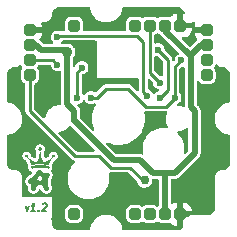
<source format=gbr>
%TF.GenerationSoftware,KiCad,Pcbnew,(6.0.11)*%
%TF.CreationDate,2023-07-28T18:25:04-04:00*%
%TF.ProjectId,amoeba-king,616d6f65-6261-42d6-9b69-6e672e6b6963,rev?*%
%TF.SameCoordinates,Original*%
%TF.FileFunction,Copper,L1,Top*%
%TF.FilePolarity,Positive*%
%FSLAX46Y46*%
G04 Gerber Fmt 4.6, Leading zero omitted, Abs format (unit mm)*
G04 Created by KiCad (PCBNEW (6.0.11)) date 2023-07-28 18:25:04*
%MOMM*%
%LPD*%
G01*
G04 APERTURE LIST*
G04 Aperture macros list*
%AMRoundRect*
0 Rectangle with rounded corners*
0 $1 Rounding radius*
0 $2 $3 $4 $5 $6 $7 $8 $9 X,Y pos of 4 corners*
0 Add a 4 corners polygon primitive as box body*
4,1,4,$2,$3,$4,$5,$6,$7,$8,$9,$2,$3,0*
0 Add four circle primitives for the rounded corners*
1,1,$1+$1,$2,$3*
1,1,$1+$1,$4,$5*
1,1,$1+$1,$6,$7*
1,1,$1+$1,$8,$9*
0 Add four rect primitives between the rounded corners*
20,1,$1+$1,$2,$3,$4,$5,0*
20,1,$1+$1,$4,$5,$6,$7,0*
20,1,$1+$1,$6,$7,$8,$9,0*
20,1,$1+$1,$8,$9,$2,$3,0*%
G04 Aperture macros list end*
%ADD10C,0.158750*%
%TA.AperFunction,NonConductor*%
%ADD11C,0.158750*%
%TD*%
%TA.AperFunction,EtchedComponent*%
%ADD12C,0.094155*%
%TD*%
%TA.AperFunction,ComponentPad*%
%ADD13RoundRect,0.250000X-0.250000X0.250000X-0.250000X-0.250000X0.250000X-0.250000X0.250000X0.250000X0*%
%TD*%
%TA.AperFunction,ComponentPad*%
%ADD14RoundRect,0.250000X-0.250000X-0.250000X0.250000X-0.250000X0.250000X0.250000X-0.250000X0.250000X0*%
%TD*%
%TA.AperFunction,ComponentPad*%
%ADD15RoundRect,0.250000X0.250000X-0.250000X0.250000X0.250000X-0.250000X0.250000X-0.250000X-0.250000X0*%
%TD*%
%TA.AperFunction,ViaPad*%
%ADD16C,0.600000*%
%TD*%
%TA.AperFunction,ViaPad*%
%ADD17C,0.889000*%
%TD*%
%TA.AperFunction,ViaPad*%
%ADD18C,0.762000*%
%TD*%
%TA.AperFunction,Conductor*%
%ADD19C,0.254000*%
%TD*%
%TA.AperFunction,Conductor*%
%ADD20C,0.508000*%
%TD*%
G04 APERTURE END LIST*
D10*
D11*
X67589456Y-176051028D02*
X67687730Y-176474361D01*
X67891837Y-176051028D01*
X68413444Y-176474361D02*
X68050587Y-176474361D01*
X68232016Y-176474361D02*
X68311391Y-175839361D01*
X68239575Y-175930076D01*
X68171540Y-175990552D01*
X68107284Y-176020790D01*
X68693147Y-176413885D02*
X68719605Y-176444123D01*
X68685587Y-176474361D01*
X68659129Y-176444123D01*
X68693147Y-176413885D01*
X68685587Y-176474361D01*
X69029545Y-175899838D02*
X69063563Y-175869600D01*
X69127819Y-175839361D01*
X69279010Y-175839361D01*
X69335706Y-175869600D01*
X69362165Y-175899838D01*
X69384843Y-175960314D01*
X69377284Y-176020790D01*
X69335706Y-176111504D01*
X68927492Y-176474361D01*
X69320587Y-176474361D01*
%TO.C,Royale*%
G36*
X68821812Y-171095937D02*
G01*
X68844229Y-171101423D01*
X68865135Y-171110206D01*
X68884230Y-171121992D01*
X68901213Y-171136485D01*
X68915783Y-171153392D01*
X68927639Y-171172417D01*
X68936480Y-171193265D01*
X68942005Y-171215642D01*
X68943914Y-171239254D01*
X68941524Y-171265684D01*
X68934870Y-171290265D01*
X68924728Y-171312564D01*
X68911874Y-171332148D01*
X68897081Y-171348581D01*
X68881126Y-171361431D01*
X68864784Y-171370264D01*
X68848829Y-171374646D01*
X68824541Y-171378780D01*
X68826579Y-171402790D01*
X68828698Y-171427022D01*
X68830911Y-171451459D01*
X68833232Y-171476084D01*
X68835676Y-171500879D01*
X68838255Y-171525826D01*
X68840985Y-171550907D01*
X68843878Y-171576106D01*
X68846948Y-171601404D01*
X68850210Y-171626784D01*
X68853677Y-171652229D01*
X68857363Y-171677720D01*
X68861282Y-171703240D01*
X68865447Y-171728771D01*
X68869872Y-171754296D01*
X68874572Y-171779798D01*
X68879560Y-171805258D01*
X68884850Y-171830659D01*
X68890456Y-171855984D01*
X68896391Y-171881214D01*
X68902669Y-171906333D01*
X68909305Y-171931322D01*
X68916312Y-171956165D01*
X68923703Y-171980843D01*
X68931494Y-172005338D01*
X68939696Y-172029634D01*
X68948325Y-172053713D01*
X68957394Y-172077556D01*
X68966918Y-172101147D01*
X68976908Y-172124468D01*
X68987381Y-172147501D01*
X68998349Y-172170228D01*
X69009826Y-172192633D01*
X69021827Y-172214697D01*
X69034364Y-172236402D01*
X69047452Y-172257732D01*
X69061104Y-172278669D01*
X69075335Y-172299194D01*
X69090158Y-172319291D01*
X69107428Y-172325850D01*
X69125451Y-172330549D01*
X69144179Y-172333463D01*
X69163562Y-172334668D01*
X69183553Y-172334237D01*
X69204102Y-172332248D01*
X69225160Y-172328774D01*
X69246680Y-172323891D01*
X69268612Y-172317673D01*
X69290907Y-172310197D01*
X69313518Y-172301537D01*
X69336394Y-172291768D01*
X69359489Y-172280965D01*
X69382752Y-172269204D01*
X69406135Y-172256560D01*
X69429589Y-172243107D01*
X69453066Y-172228921D01*
X69476518Y-172214077D01*
X69499894Y-172198650D01*
X69523147Y-172182715D01*
X69546229Y-172166347D01*
X69569089Y-172149622D01*
X69591680Y-172132615D01*
X69613953Y-172115400D01*
X69635858Y-172098053D01*
X69657349Y-172080648D01*
X69678375Y-172063262D01*
X69698888Y-172045969D01*
X69718839Y-172028843D01*
X69738180Y-172011962D01*
X69756862Y-171995399D01*
X69774836Y-171979229D01*
X69792054Y-171963528D01*
X69808466Y-171948371D01*
X69824025Y-171933833D01*
X69838681Y-171919988D01*
X69852386Y-171906913D01*
X69839661Y-171889812D01*
X69828945Y-171870706D01*
X69821552Y-171850454D01*
X69818796Y-171829915D01*
X69821069Y-171807260D01*
X69827592Y-171786136D01*
X69837916Y-171767003D01*
X69851596Y-171750320D01*
X69868185Y-171736545D01*
X69887235Y-171726137D01*
X69908300Y-171719556D01*
X69930934Y-171717261D01*
X69953589Y-171719556D01*
X69974713Y-171726137D01*
X69993846Y-171736545D01*
X70010530Y-171750320D01*
X70024304Y-171767003D01*
X70034712Y-171786136D01*
X70041293Y-171807260D01*
X70043588Y-171829915D01*
X70041293Y-171852549D01*
X70034712Y-171873614D01*
X70024304Y-171892664D01*
X70010530Y-171909253D01*
X69993846Y-171922933D01*
X69974713Y-171933257D01*
X69953589Y-171939780D01*
X69930934Y-171942053D01*
X69912751Y-171939615D01*
X69895422Y-171933502D01*
X69879257Y-171925517D01*
X69663250Y-172295003D01*
X69646038Y-172323823D01*
X69630358Y-172351850D01*
X69616134Y-172379095D01*
X69603291Y-172405572D01*
X69591751Y-172431294D01*
X69581440Y-172456274D01*
X69572282Y-172480523D01*
X69564200Y-172504055D01*
X69557118Y-172526883D01*
X69550961Y-172549019D01*
X69545652Y-172570476D01*
X69541117Y-172591266D01*
X69537277Y-172611404D01*
X69534059Y-172630900D01*
X69512303Y-172623961D01*
X69490232Y-172617211D01*
X69467851Y-172610653D01*
X69445163Y-172604292D01*
X69422172Y-172598130D01*
X69398883Y-172592172D01*
X69375298Y-172586420D01*
X69351423Y-172580878D01*
X69327261Y-172575550D01*
X69302816Y-172570439D01*
X69278092Y-172565549D01*
X69253094Y-172560883D01*
X69227824Y-172556444D01*
X69202288Y-172552237D01*
X69176489Y-172548265D01*
X69150430Y-172544532D01*
X69124117Y-172541040D01*
X69097553Y-172537793D01*
X69070741Y-172534795D01*
X69043687Y-172532050D01*
X69016394Y-172529560D01*
X68988865Y-172527330D01*
X68961106Y-172525363D01*
X68933119Y-172523662D01*
X68904909Y-172522232D01*
X68876480Y-172521074D01*
X68847836Y-172520194D01*
X68818981Y-172519595D01*
X68789918Y-172519279D01*
X68761211Y-172518827D01*
X68732644Y-172518695D01*
X68704224Y-172518880D01*
X68675960Y-172519374D01*
X68647860Y-172520173D01*
X68619933Y-172521271D01*
X68592185Y-172522663D01*
X68564626Y-172524343D01*
X68537263Y-172526305D01*
X68510104Y-172528545D01*
X68483158Y-172531056D01*
X68456433Y-172533833D01*
X68429936Y-172536871D01*
X68403676Y-172540163D01*
X68377661Y-172543706D01*
X68351900Y-172547493D01*
X68326399Y-172551518D01*
X68301168Y-172555776D01*
X68276214Y-172560262D01*
X68251545Y-172564970D01*
X68227170Y-172569895D01*
X68203097Y-172575030D01*
X68179333Y-172580372D01*
X68155887Y-172585913D01*
X68132768Y-172591650D01*
X68109982Y-172597575D01*
X68087539Y-172603684D01*
X68065445Y-172609971D01*
X68043710Y-172616431D01*
X68041258Y-172597137D01*
X68037920Y-172577066D01*
X68033678Y-172556221D01*
X68028514Y-172534602D01*
X68022411Y-172512214D01*
X68015351Y-172489056D01*
X68007315Y-172465133D01*
X67998287Y-172440446D01*
X67988248Y-172414997D01*
X67977181Y-172388788D01*
X67965067Y-172361822D01*
X67951890Y-172334100D01*
X67937630Y-172305625D01*
X67922271Y-172276400D01*
X67706780Y-171913631D01*
X67692175Y-171922138D01*
X67677253Y-171926447D01*
X67656137Y-171926034D01*
X67633482Y-171923760D01*
X67612358Y-171917238D01*
X67593225Y-171906913D01*
X67576541Y-171893233D01*
X67562767Y-171876645D01*
X67552359Y-171857594D01*
X67545778Y-171836529D01*
X67543483Y-171813896D01*
X67545778Y-171791240D01*
X67552359Y-171770116D01*
X67562767Y-171750983D01*
X67576541Y-171734300D01*
X67593225Y-171720525D01*
X67612358Y-171710118D01*
X67633482Y-171703537D01*
X67656137Y-171701241D01*
X67678771Y-171703537D01*
X67699836Y-171710118D01*
X67718886Y-171720525D01*
X67735475Y-171734300D01*
X67749155Y-171750983D01*
X67759479Y-171770116D01*
X67766002Y-171791240D01*
X67768275Y-171813896D01*
X67765764Y-171836101D01*
X67758738Y-171856576D01*
X67747953Y-171875090D01*
X67734169Y-171891410D01*
X67748069Y-171905094D01*
X67762876Y-171919520D01*
X67778542Y-171934613D01*
X67795022Y-171950299D01*
X67812267Y-171966506D01*
X67830231Y-171983159D01*
X67848868Y-172000184D01*
X67868130Y-172017508D01*
X67887970Y-172035057D01*
X67908342Y-172052757D01*
X67929199Y-172070535D01*
X67950494Y-172088316D01*
X67972180Y-172106027D01*
X67994210Y-172123594D01*
X68016537Y-172140943D01*
X68039115Y-172158001D01*
X68061896Y-172174694D01*
X68084835Y-172190948D01*
X68107883Y-172206689D01*
X68130994Y-172221843D01*
X68154122Y-172236337D01*
X68177218Y-172250098D01*
X68200238Y-172263050D01*
X68223133Y-172275121D01*
X68245856Y-172286237D01*
X68268362Y-172296323D01*
X68290603Y-172305307D01*
X68312531Y-172313114D01*
X68334102Y-172319671D01*
X68355266Y-172324903D01*
X68375978Y-172328738D01*
X68396191Y-172331100D01*
X68415858Y-172331918D01*
X68434932Y-172331116D01*
X68453366Y-172328621D01*
X68471114Y-172324360D01*
X68488128Y-172318258D01*
X68502602Y-172311467D01*
X68516564Y-172303321D01*
X68530024Y-172293861D01*
X68542994Y-172283132D01*
X68555484Y-172271173D01*
X68567505Y-172258030D01*
X68579068Y-172243742D01*
X68590184Y-172228354D01*
X68600864Y-172211908D01*
X68611119Y-172194446D01*
X68620959Y-172176010D01*
X68630396Y-172156643D01*
X68639440Y-172136388D01*
X68648103Y-172115287D01*
X68656395Y-172093382D01*
X68664327Y-172070715D01*
X68671910Y-172047330D01*
X68679154Y-172023269D01*
X68686072Y-171998574D01*
X68692673Y-171973287D01*
X68698969Y-171947452D01*
X68704970Y-171921110D01*
X68710688Y-171894304D01*
X68716132Y-171867077D01*
X68721315Y-171839470D01*
X68726247Y-171811527D01*
X68730939Y-171783289D01*
X68735402Y-171754800D01*
X68739646Y-171726102D01*
X68743683Y-171697236D01*
X68747523Y-171668247D01*
X68751178Y-171639175D01*
X68754658Y-171610064D01*
X68757975Y-171580955D01*
X68761138Y-171551893D01*
X68764159Y-171522918D01*
X68767049Y-171494073D01*
X68769819Y-171465401D01*
X68772480Y-171436945D01*
X68775041Y-171408746D01*
X68777516Y-171380847D01*
X68754729Y-171375663D01*
X68733408Y-171367215D01*
X68713878Y-171355771D01*
X68696462Y-171341601D01*
X68681486Y-171324972D01*
X68669273Y-171306154D01*
X68660148Y-171285416D01*
X68654435Y-171263026D01*
X68652459Y-171239254D01*
X68654368Y-171215642D01*
X68659893Y-171193265D01*
X68668734Y-171172417D01*
X68680590Y-171153392D01*
X68695160Y-171136485D01*
X68712143Y-171121992D01*
X68731238Y-171110206D01*
X68752144Y-171101423D01*
X68774561Y-171095937D01*
X68798186Y-171094043D01*
X68821812Y-171095937D01*
G37*
G36*
X68794081Y-172597036D02*
G01*
X68822764Y-172597749D01*
X68851264Y-172598720D01*
X68879573Y-172599950D01*
X68907683Y-172601435D01*
X68935587Y-172603175D01*
X68963276Y-172605169D01*
X68990744Y-172607414D01*
X69017983Y-172609908D01*
X69044984Y-172612652D01*
X69071741Y-172615642D01*
X69098246Y-172618879D01*
X69124490Y-172622359D01*
X69150467Y-172626081D01*
X69176168Y-172630045D01*
X69201587Y-172634248D01*
X69226714Y-172638689D01*
X69251543Y-172643367D01*
X69276066Y-172648279D01*
X69300276Y-172653425D01*
X69324163Y-172658803D01*
X69347722Y-172664412D01*
X69370944Y-172670249D01*
X69393822Y-172676314D01*
X69416348Y-172682605D01*
X69438513Y-172689120D01*
X69460312Y-172695858D01*
X69481735Y-172702817D01*
X69502775Y-172709996D01*
X69523425Y-172717394D01*
X69516058Y-172740578D01*
X69509784Y-172762970D01*
X69504783Y-172784730D01*
X69501237Y-172806018D01*
X69499327Y-172826995D01*
X69478044Y-172820165D01*
X69456425Y-172813533D01*
X69434476Y-172807104D01*
X69412202Y-172800881D01*
X69389608Y-172794865D01*
X69366700Y-172789060D01*
X69343483Y-172783469D01*
X69319963Y-172778094D01*
X69296145Y-172772940D01*
X69272034Y-172768008D01*
X69247637Y-172763302D01*
X69222957Y-172758824D01*
X69198002Y-172754579D01*
X69172775Y-172750567D01*
X69147283Y-172746793D01*
X69121531Y-172743259D01*
X69095524Y-172739969D01*
X69069268Y-172736925D01*
X69042768Y-172734130D01*
X69016030Y-172731587D01*
X68989058Y-172729300D01*
X68961859Y-172727270D01*
X68934438Y-172725502D01*
X68906801Y-172723997D01*
X68878951Y-172722759D01*
X68850896Y-172721791D01*
X68822641Y-172721096D01*
X68794190Y-172720677D01*
X68765728Y-172720551D01*
X68737441Y-172720732D01*
X68709334Y-172721216D01*
X68681416Y-172721996D01*
X68653694Y-172723067D01*
X68626174Y-172724423D01*
X68598863Y-172726058D01*
X68571769Y-172727968D01*
X68544898Y-172730146D01*
X68518258Y-172732586D01*
X68491856Y-172735284D01*
X68465698Y-172738233D01*
X68439792Y-172741427D01*
X68414145Y-172744862D01*
X68388763Y-172748532D01*
X68363655Y-172752430D01*
X68338826Y-172756552D01*
X68314284Y-172760891D01*
X68290036Y-172765442D01*
X68266090Y-172770200D01*
X68242451Y-172775158D01*
X68219127Y-172780312D01*
X68196126Y-172785655D01*
X68173454Y-172791182D01*
X68151118Y-172796887D01*
X68129126Y-172802765D01*
X68107483Y-172808810D01*
X68086199Y-172815017D01*
X68084356Y-172792286D01*
X68081393Y-172770029D01*
X68077096Y-172747691D01*
X68071252Y-172724718D01*
X68063645Y-172700556D01*
X68084531Y-172693402D01*
X68105809Y-172686500D01*
X68127471Y-172679848D01*
X68149505Y-172673449D01*
X68171903Y-172667302D01*
X68194656Y-172661408D01*
X68217754Y-172655767D01*
X68241188Y-172650381D01*
X68264948Y-172645250D01*
X68289024Y-172640374D01*
X68313408Y-172635754D01*
X68338090Y-172631390D01*
X68363060Y-172627284D01*
X68388308Y-172623435D01*
X68413827Y-172619845D01*
X68439605Y-172616514D01*
X68465634Y-172613442D01*
X68491904Y-172610630D01*
X68518405Y-172608079D01*
X68545129Y-172605789D01*
X68572065Y-172603761D01*
X68599205Y-172601996D01*
X68626539Y-172600493D01*
X68654057Y-172599255D01*
X68681750Y-172598280D01*
X68709608Y-172597570D01*
X68737622Y-172597126D01*
X68765783Y-172596948D01*
X68794081Y-172597036D01*
G37*
D12*
X68794081Y-172597036D02*
X68822764Y-172597749D01*
X68851264Y-172598720D01*
X68879573Y-172599950D01*
X68907683Y-172601435D01*
X68935587Y-172603175D01*
X68963276Y-172605169D01*
X68990744Y-172607414D01*
X69017983Y-172609908D01*
X69044984Y-172612652D01*
X69071741Y-172615642D01*
X69098246Y-172618879D01*
X69124490Y-172622359D01*
X69150467Y-172626081D01*
X69176168Y-172630045D01*
X69201587Y-172634248D01*
X69226714Y-172638689D01*
X69251543Y-172643367D01*
X69276066Y-172648279D01*
X69300276Y-172653425D01*
X69324163Y-172658803D01*
X69347722Y-172664412D01*
X69370944Y-172670249D01*
X69393822Y-172676314D01*
X69416348Y-172682605D01*
X69438513Y-172689120D01*
X69460312Y-172695858D01*
X69481735Y-172702817D01*
X69502775Y-172709996D01*
X69523425Y-172717394D01*
X69516058Y-172740578D01*
X69509784Y-172762970D01*
X69504783Y-172784730D01*
X69501237Y-172806018D01*
X69499327Y-172826995D01*
X69478044Y-172820165D01*
X69456425Y-172813533D01*
X69434476Y-172807104D01*
X69412202Y-172800881D01*
X69389608Y-172794865D01*
X69366700Y-172789060D01*
X69343483Y-172783469D01*
X69319963Y-172778094D01*
X69296145Y-172772940D01*
X69272034Y-172768008D01*
X69247637Y-172763302D01*
X69222957Y-172758824D01*
X69198002Y-172754579D01*
X69172775Y-172750567D01*
X69147283Y-172746793D01*
X69121531Y-172743259D01*
X69095524Y-172739969D01*
X69069268Y-172736925D01*
X69042768Y-172734130D01*
X69016030Y-172731587D01*
X68989058Y-172729300D01*
X68961859Y-172727270D01*
X68934438Y-172725502D01*
X68906801Y-172723997D01*
X68878951Y-172722759D01*
X68850896Y-172721791D01*
X68822641Y-172721096D01*
X68794190Y-172720677D01*
X68765728Y-172720551D01*
X68737441Y-172720732D01*
X68709334Y-172721216D01*
X68681416Y-172721996D01*
X68653694Y-172723067D01*
X68626174Y-172724423D01*
X68598863Y-172726058D01*
X68571769Y-172727968D01*
X68544898Y-172730146D01*
X68518258Y-172732586D01*
X68491856Y-172735284D01*
X68465698Y-172738233D01*
X68439792Y-172741427D01*
X68414145Y-172744862D01*
X68388763Y-172748532D01*
X68363655Y-172752430D01*
X68338826Y-172756552D01*
X68314284Y-172760891D01*
X68290036Y-172765442D01*
X68266090Y-172770200D01*
X68242451Y-172775158D01*
X68219127Y-172780312D01*
X68196126Y-172785655D01*
X68173454Y-172791182D01*
X68151118Y-172796887D01*
X68129126Y-172802765D01*
X68107483Y-172808810D01*
X68086199Y-172815017D01*
X68084356Y-172792286D01*
X68081393Y-172770029D01*
X68077096Y-172747691D01*
X68071252Y-172724718D01*
X68063645Y-172700556D01*
X68084531Y-172693402D01*
X68105809Y-172686500D01*
X68127471Y-172679848D01*
X68149505Y-172673449D01*
X68171903Y-172667302D01*
X68194656Y-172661408D01*
X68217754Y-172655767D01*
X68241188Y-172650381D01*
X68264948Y-172645250D01*
X68289024Y-172640374D01*
X68313408Y-172635754D01*
X68338090Y-172631390D01*
X68363060Y-172627284D01*
X68388308Y-172623435D01*
X68413827Y-172619845D01*
X68439605Y-172616514D01*
X68465634Y-172613442D01*
X68491904Y-172610630D01*
X68518405Y-172608079D01*
X68545129Y-172605789D01*
X68572065Y-172603761D01*
X68599205Y-172601996D01*
X68626539Y-172600493D01*
X68654057Y-172599255D01*
X68681750Y-172598280D01*
X68709608Y-172597570D01*
X68737622Y-172597126D01*
X68765783Y-172596948D01*
X68794081Y-172597036D01*
%TO.C,Amoeba-Logo-Small*%
G36*
X68806058Y-173039362D02*
G01*
X68826140Y-173041679D01*
X68846221Y-173045541D01*
X68866302Y-173050948D01*
X68886384Y-173057900D01*
X68906465Y-173066396D01*
X68926547Y-173076437D01*
X68946628Y-173088022D01*
X68966710Y-173101153D01*
X68985795Y-173116893D01*
X69003522Y-173135622D01*
X69019917Y-173156309D01*
X69035008Y-173177922D01*
X69048822Y-173199431D01*
X69061385Y-173219806D01*
X69072723Y-173238015D01*
X69082865Y-173253028D01*
X69091836Y-173263813D01*
X69104559Y-173275052D01*
X69118113Y-173284475D01*
X69132433Y-173292212D01*
X69147454Y-173298393D01*
X69163112Y-173303147D01*
X69179343Y-173306604D01*
X69196082Y-173308894D01*
X69213264Y-173310147D01*
X69230826Y-173310491D01*
X69248702Y-173310058D01*
X69266829Y-173308976D01*
X69285141Y-173307376D01*
X69303575Y-173305387D01*
X69322066Y-173303139D01*
X69340549Y-173300762D01*
X69358960Y-173298384D01*
X69377235Y-173296137D01*
X69395308Y-173294150D01*
X69413117Y-173292551D01*
X69430595Y-173291473D01*
X69447679Y-173291043D01*
X69464305Y-173291391D01*
X69480407Y-173292648D01*
X69495921Y-173294944D01*
X69510784Y-173298406D01*
X69524929Y-173303167D01*
X69538294Y-173309355D01*
X69550814Y-173317099D01*
X69562423Y-173326530D01*
X69573058Y-173337778D01*
X69582654Y-173350972D01*
X69591147Y-173366242D01*
X69598472Y-173383717D01*
X69601694Y-173393554D01*
X69604227Y-173403258D01*
X69606099Y-173412848D01*
X69607335Y-173422343D01*
X69607965Y-173431765D01*
X69608015Y-173441132D01*
X69607513Y-173450464D01*
X69606487Y-173459782D01*
X69604964Y-173469105D01*
X69602972Y-173478453D01*
X69600538Y-173487847D01*
X69597689Y-173497305D01*
X69594454Y-173506849D01*
X69590859Y-173516497D01*
X69586933Y-173526270D01*
X69582703Y-173536187D01*
X69578196Y-173546269D01*
X69573439Y-173556536D01*
X69568462Y-173567007D01*
X69563290Y-173577701D01*
X69557951Y-173588640D01*
X69552474Y-173599843D01*
X69546885Y-173611330D01*
X69541211Y-173623120D01*
X69535482Y-173635234D01*
X69529723Y-173647692D01*
X69523963Y-173660513D01*
X69518229Y-173673718D01*
X69512549Y-173687326D01*
X69506950Y-173701356D01*
X69501460Y-173715830D01*
X69496106Y-173730767D01*
X69490915Y-173746187D01*
X69485916Y-173762109D01*
X69481135Y-173778554D01*
X69476601Y-173795542D01*
X69472341Y-173813091D01*
X69468382Y-173831224D01*
X69464751Y-173849958D01*
X69461478Y-173869314D01*
X69458588Y-173889313D01*
X69456109Y-173909973D01*
X69454070Y-173931315D01*
X69452497Y-173953359D01*
X69451418Y-173976125D01*
X69450861Y-173999631D01*
X69450852Y-174023900D01*
X69451420Y-174048949D01*
X69452593Y-174074800D01*
X69454397Y-174101471D01*
X69456860Y-174128984D01*
X69460010Y-174157357D01*
X69463874Y-174186612D01*
X69468480Y-174216766D01*
X69473855Y-174247842D01*
X69480026Y-174279858D01*
X69487023Y-174312834D01*
X69494871Y-174346790D01*
X69503598Y-174381747D01*
X69513232Y-174417723D01*
X69523801Y-174454739D01*
X69535331Y-174492816D01*
X69544435Y-174524953D01*
X69550071Y-174551926D01*
X69552452Y-174574708D01*
X69551790Y-174594267D01*
X69548299Y-174611576D01*
X69542193Y-174627605D01*
X69533683Y-174643325D01*
X69522983Y-174659707D01*
X69510307Y-174677722D01*
X69495323Y-174696396D01*
X69479412Y-174712873D01*
X69462574Y-174727153D01*
X69444810Y-174739236D01*
X69426118Y-174749123D01*
X69406500Y-174756812D01*
X69385955Y-174762305D01*
X69364483Y-174765600D01*
X69342084Y-174766699D01*
X69311497Y-174766699D01*
X69289987Y-174765540D01*
X69269017Y-174762064D01*
X69248588Y-174756272D01*
X69228699Y-174748162D01*
X69209351Y-174737735D01*
X69190544Y-174724991D01*
X69171968Y-174710972D01*
X69156096Y-174695795D01*
X69142927Y-174679459D01*
X69132461Y-174661965D01*
X69124699Y-174643312D01*
X69119639Y-174623500D01*
X69119529Y-174621063D01*
X69119077Y-174614092D01*
X69118103Y-174603094D01*
X69116426Y-174588578D01*
X69113865Y-174571051D01*
X69110239Y-174551023D01*
X69105368Y-174529001D01*
X69099071Y-174505492D01*
X69091166Y-174481007D01*
X69081474Y-174456052D01*
X69069813Y-174431136D01*
X69056002Y-174406766D01*
X69039862Y-174383452D01*
X69021210Y-174361701D01*
X68999866Y-174342021D01*
X68983010Y-174329426D01*
X68965023Y-174318037D01*
X68946024Y-174307859D01*
X68926134Y-174298897D01*
X68905473Y-174291158D01*
X68884160Y-174284647D01*
X68862316Y-174279369D01*
X68840060Y-174275330D01*
X68817514Y-174272535D01*
X68794796Y-174270990D01*
X68772026Y-174270700D01*
X68749325Y-174271671D01*
X68726814Y-174273909D01*
X68704610Y-174277419D01*
X68682836Y-174282206D01*
X68661610Y-174288276D01*
X68641054Y-174295634D01*
X68621286Y-174304287D01*
X68602426Y-174314239D01*
X68584596Y-174325496D01*
X68567915Y-174338063D01*
X68546863Y-174357775D01*
X68528572Y-174379543D01*
X68512845Y-174402863D01*
X68499490Y-174427226D01*
X68488314Y-174452127D01*
X68479121Y-174477060D01*
X68471718Y-174501518D01*
X68465913Y-174524995D01*
X68461510Y-174546984D01*
X68458316Y-174566979D01*
X68456137Y-174584475D01*
X68454780Y-174598964D01*
X68454050Y-174609940D01*
X68453755Y-174616897D01*
X68453699Y-174619328D01*
X68448254Y-174640801D01*
X68440260Y-174660728D01*
X68429717Y-174679111D01*
X68416625Y-174695950D01*
X68400985Y-174711243D01*
X68382795Y-174724992D01*
X68365317Y-174736057D01*
X68347045Y-174745420D01*
X68327979Y-174753081D01*
X68308118Y-174759039D01*
X68287463Y-174763295D01*
X68266013Y-174765848D01*
X68243769Y-174766699D01*
X68213182Y-174766699D01*
X68190543Y-174765635D01*
X68168968Y-174762442D01*
X68148457Y-174757122D01*
X68129010Y-174749672D01*
X68110628Y-174740095D01*
X68093309Y-174728389D01*
X68077055Y-174714555D01*
X68061865Y-174698592D01*
X68047739Y-174680502D01*
X68035436Y-174661588D01*
X68026134Y-174643423D01*
X68019533Y-174625478D01*
X68015335Y-174607224D01*
X68013242Y-174588133D01*
X68012954Y-174567675D01*
X68014172Y-174545322D01*
X68016599Y-174520545D01*
X68019935Y-174492816D01*
X68023064Y-174465064D01*
X68025273Y-174439107D01*
X68026602Y-174414868D01*
X68027089Y-174392276D01*
X68026773Y-174371255D01*
X68025695Y-174351731D01*
X68023893Y-174333631D01*
X68021407Y-174316879D01*
X68018275Y-174301403D01*
X68014538Y-174287128D01*
X68010234Y-174273979D01*
X68005403Y-174261883D01*
X68000084Y-174250766D01*
X67994316Y-174240553D01*
X67988139Y-174231170D01*
X67981591Y-174222543D01*
X67974713Y-174214599D01*
X67967542Y-174207262D01*
X67960120Y-174200460D01*
X67952484Y-174194117D01*
X67944674Y-174188159D01*
X67936730Y-174182513D01*
X67928690Y-174177105D01*
X67920595Y-174171859D01*
X67912482Y-174166703D01*
X67904392Y-174161562D01*
X67896364Y-174156361D01*
X67888437Y-174151027D01*
X67880650Y-174145486D01*
X67873043Y-174139664D01*
X67865655Y-174133485D01*
X67858524Y-174126877D01*
X67851691Y-174119765D01*
X67845195Y-174112076D01*
X67839075Y-174103734D01*
X67833370Y-174094666D01*
X67828119Y-174084797D01*
X67823362Y-174074054D01*
X67819138Y-174062363D01*
X67815486Y-174049648D01*
X67812446Y-174035837D01*
X67810057Y-174020855D01*
X67808358Y-174004628D01*
X67807388Y-173987082D01*
X67807187Y-173968143D01*
X67807710Y-173951889D01*
X67808936Y-173936487D01*
X67810849Y-173921894D01*
X67813434Y-173908065D01*
X67816676Y-173894957D01*
X67820559Y-173882529D01*
X67825067Y-173870736D01*
X67830185Y-173859536D01*
X67835898Y-173848885D01*
X67842190Y-173838740D01*
X67849046Y-173829058D01*
X67856450Y-173819796D01*
X67864386Y-173810911D01*
X67872840Y-173802360D01*
X67881796Y-173794099D01*
X67891238Y-173786085D01*
X67901151Y-173778276D01*
X67911519Y-173770628D01*
X67922327Y-173763098D01*
X67933560Y-173755643D01*
X67945202Y-173748220D01*
X67957238Y-173740785D01*
X67969651Y-173733296D01*
X67982427Y-173725709D01*
X67983388Y-173725143D01*
X68573395Y-173725143D01*
X68580255Y-173729946D01*
X68585748Y-173729946D01*
X68586439Y-173752597D01*
X68583008Y-173753283D01*
X68582317Y-173792404D01*
X68606337Y-173874769D01*
X68630361Y-173873397D01*
X68630361Y-173883692D01*
X68654384Y-173883692D01*
X68654384Y-173963309D01*
X68670167Y-173977034D01*
X68685269Y-173963309D01*
X68684578Y-173884378D01*
X68721640Y-173884378D01*
X68720950Y-173934483D01*
X68736052Y-173961936D01*
X68809491Y-173961936D01*
X68830084Y-173933797D01*
X68829393Y-173962623D01*
X68844490Y-173976348D01*
X68858218Y-173962623D01*
X68858218Y-173883692D01*
X68916556Y-173883692D01*
X68916556Y-173874769D01*
X68982249Y-173874769D01*
X69003528Y-173793094D01*
X69003528Y-173751225D01*
X69000094Y-173751911D01*
X68999404Y-173729946D01*
X69013134Y-173724458D01*
X68956168Y-173594736D01*
X68952049Y-173589072D01*
X68946557Y-173585813D01*
X68906751Y-173585127D01*
X68901946Y-173571399D01*
X68867627Y-173571399D01*
X68868318Y-173481487D01*
X68862139Y-173473250D01*
X68763990Y-173473250D01*
X68718881Y-173480801D01*
X68718881Y-173570713D01*
X68685955Y-173570713D01*
X68679090Y-173585814D01*
X68640656Y-173585814D01*
X68636367Y-173587357D01*
X68633105Y-173590619D01*
X68573395Y-173725143D01*
X67983388Y-173725143D01*
X67995551Y-173717982D01*
X68009006Y-173710070D01*
X68022777Y-173701932D01*
X68036850Y-173693523D01*
X68051207Y-173684802D01*
X68065835Y-173675724D01*
X68080716Y-173666246D01*
X68095837Y-173656326D01*
X68111182Y-173645920D01*
X68126734Y-173634985D01*
X68142479Y-173623478D01*
X68158401Y-173611356D01*
X68174484Y-173598576D01*
X68190714Y-173585094D01*
X68207075Y-173570868D01*
X68223551Y-173555854D01*
X68240126Y-173540009D01*
X68256786Y-173523290D01*
X68273515Y-173505655D01*
X68290297Y-173487059D01*
X68307117Y-173467460D01*
X68323960Y-173446814D01*
X68340810Y-173425079D01*
X68357651Y-173402211D01*
X68374468Y-173378167D01*
X68391246Y-173352905D01*
X68407969Y-173326380D01*
X68424622Y-173298550D01*
X68441189Y-173269372D01*
X68447469Y-173257873D01*
X68455425Y-173243373D01*
X68464949Y-173226554D01*
X68475931Y-173208099D01*
X68488262Y-173188688D01*
X68501831Y-173169003D01*
X68516531Y-173149725D01*
X68532250Y-173131536D01*
X68548880Y-173115118D01*
X68566311Y-173101153D01*
X68586118Y-173088022D01*
X68605994Y-173076437D01*
X68625939Y-173066396D01*
X68645952Y-173057900D01*
X68666034Y-173050948D01*
X68686185Y-173045541D01*
X68706404Y-173041679D01*
X68726692Y-173039362D01*
X68747048Y-173038590D01*
X68785976Y-173038590D01*
X68806058Y-173039362D01*
G37*
%TD*%
D13*
%TO.P,J2,1,Pin_1*%
%TO.N,/C*%
X76835000Y-160782000D03*
%TO.P,J2,2,Pin_2*%
%TO.N,Net-(J2-Pad2)*%
X78105000Y-160782000D03*
%TO.P,J2,3,Pin_3*%
%TO.N,/VDD*%
X79375000Y-160782000D03*
%TO.P,J2,4,Pin_4*%
%TO.N,/GND*%
X80645000Y-160782000D03*
%TD*%
D14*
%TO.P,J3,1,Pin_1*%
%TO.N,/R*%
X67945000Y-164973000D03*
%TO.P,J3,2,Pin_2*%
%TO.N,Net-(J3-Pad2)*%
X67945000Y-163703000D03*
%TO.P,J3,3,Pin_3*%
%TO.N,/VDD*%
X67945000Y-162433000D03*
%TO.P,J3,4,Pin_4*%
%TO.N,/GND*%
X67945000Y-161163000D03*
%TD*%
D15*
%TO.P,J5,1,Pin_1*%
%TO.N,/C*%
X71678800Y-176758600D03*
%TD*%
D13*
%TO.P,J6,1,Pin_1*%
%TO.N,/C*%
X71678800Y-160782000D03*
%TD*%
D14*
%TO.P,J1,1,Pin_1*%
%TO.N,/R*%
X82905600Y-164973000D03*
%TO.P,J1,2,Pin_2*%
%TO.N,Net-(J1-Pad2)*%
X82905600Y-163703000D03*
%TO.P,J1,3,Pin_3*%
%TO.N,/VDD*%
X82905600Y-162433000D03*
%TO.P,J1,4,Pin_4*%
%TO.N,/GND*%
X82905600Y-161163000D03*
%TD*%
D13*
%TO.P,J4,1,Pin_1*%
%TO.N,/C*%
X76835000Y-176758600D03*
%TO.P,J4,2,Pin_2*%
%TO.N,Net-(J4-Pad2)*%
X78105000Y-176758600D03*
%TO.P,J4,3,Pin_3*%
%TO.N,/VDD*%
X79375000Y-176758600D03*
%TO.P,J4,4,Pin_4*%
%TO.N,/GND*%
X80645000Y-176758600D03*
%TD*%
D16*
%TO.N,/DIN*%
X78943200Y-166878000D03*
X78785500Y-162839400D03*
%TO.N,Net-(J1-Pad2)*%
X80213200Y-166878000D03*
X80747222Y-163733078D03*
X73101200Y-166878000D03*
%TO.N,/DOUT*%
X71947400Y-166878000D03*
X72339200Y-164338000D03*
D17*
%TO.N,/GND*%
X82575400Y-166903400D03*
X81254600Y-174244000D03*
D18*
%TO.N,/R*%
X77647800Y-173888400D03*
D16*
%TO.N,Net-(J3-Pad2)*%
X70253460Y-161744260D03*
X77813957Y-166715142D03*
X70256500Y-164084000D03*
D17*
%TO.N,/VDD*%
X71094802Y-163032726D03*
D16*
%TO.N,Net-(J2-Pad2)*%
X78917800Y-165608000D03*
%TD*%
D19*
%TO.N,/DIN*%
X79603600Y-163657500D02*
X79603600Y-166217600D01*
X78785500Y-162839400D02*
X79603600Y-163657500D01*
X79603600Y-166217600D02*
X78943200Y-166878000D01*
%TO.N,Net-(J1-Pad2)*%
X80747222Y-163733078D02*
X80213200Y-164267100D01*
X76252441Y-166116000D02*
X74396600Y-166116000D01*
X77776441Y-167640000D02*
X76252441Y-166116000D01*
X74396600Y-166116000D02*
X73634600Y-166878000D01*
X79451200Y-167640000D02*
X77776441Y-167640000D01*
X73634600Y-166878000D02*
X73101200Y-166878000D01*
X80213200Y-164267100D02*
X80213200Y-166878000D01*
X80213200Y-166878000D02*
X79451200Y-167640000D01*
%TO.N,/DOUT*%
X72339200Y-164338000D02*
X71947400Y-164729800D01*
X71947400Y-164729800D02*
X71947400Y-166878000D01*
%TO.N,/R*%
X76448533Y-172834299D02*
X74764899Y-172834299D01*
X67945000Y-168021000D02*
X67945000Y-164973000D01*
X77502634Y-173888400D02*
X76448533Y-172834299D01*
X77647800Y-173888400D02*
X77502634Y-173888400D01*
X73761600Y-171831000D02*
X71755000Y-171831000D01*
X71755000Y-171831000D02*
X67945000Y-168021000D01*
X74764899Y-172834299D02*
X73761600Y-171831000D01*
%TO.N,Net-(J3-Pad2)*%
X70256500Y-164084000D02*
X69875500Y-163703000D01*
X77520800Y-166421985D02*
X77520800Y-162146984D01*
X77036816Y-161663000D02*
X70334720Y-161663000D01*
X77520800Y-162146984D02*
X77036816Y-161663000D01*
X77813957Y-166715142D02*
X77520800Y-166421985D01*
X69875500Y-163703000D02*
X67945000Y-163703000D01*
X70334720Y-161663000D02*
X70253460Y-161744260D01*
%TO.N,Net-(J4-Pad2)*%
X78105000Y-176606200D02*
X78105000Y-176758600D01*
D20*
%TO.N,/VDD*%
X68445000Y-162433000D02*
X67945000Y-162433000D01*
X81559400Y-163403278D02*
X79375000Y-161218878D01*
X78329123Y-173254001D02*
X79312101Y-173254001D01*
X71094600Y-166395400D02*
X71094600Y-167410892D01*
X81559400Y-163403278D02*
X81559400Y-167687558D01*
X77299411Y-172199289D02*
X78329123Y-173229001D01*
X81876001Y-168004159D02*
X81876001Y-171613841D01*
X71094600Y-167410892D02*
X71712001Y-168028293D01*
X81559400Y-163403278D02*
X81559400Y-163279200D01*
X71721027Y-168892401D02*
X75027915Y-172199289D01*
X71046626Y-163032726D02*
X70866001Y-162852101D01*
X78329123Y-173229001D02*
X78329123Y-173254001D01*
X71094802Y-163032726D02*
X71046626Y-163032726D01*
X79375000Y-173316900D02*
X79375000Y-176758600D01*
X71094802Y-163032726D02*
X71094802Y-166395198D01*
X80235841Y-173254001D02*
X79312101Y-173254001D01*
X79312101Y-173254001D02*
X79375000Y-173316900D01*
X81876001Y-171613841D02*
X80235841Y-173254001D01*
X79375000Y-161218878D02*
X79375000Y-160782000D01*
X75027915Y-172199289D02*
X77299411Y-172199289D01*
X71712001Y-168028293D02*
X71712001Y-168892401D01*
X68864101Y-162852101D02*
X68445000Y-162433000D01*
X82405600Y-162433000D02*
X82905600Y-162433000D01*
X71094802Y-166395198D02*
X71094600Y-166395400D01*
X81559400Y-167687558D02*
X81876001Y-168004159D01*
X71712001Y-168892401D02*
X71721027Y-168892401D01*
X81559400Y-163279200D02*
X82405600Y-162433000D01*
X70866001Y-162852101D02*
X68864101Y-162852101D01*
D19*
%TO.N,Net-(J2-Pad2)*%
X78105000Y-160451800D02*
X78105000Y-160782000D01*
X78105000Y-164795200D02*
X78105000Y-160782000D01*
X78917800Y-165608000D02*
X78105000Y-164795200D01*
%TD*%
%TA.AperFunction,Conductor*%
%TO.N,/GND*%
G36*
X83785875Y-164078248D02*
G01*
X83800706Y-164092867D01*
X83805406Y-164098594D01*
X83917401Y-164190505D01*
X83921689Y-164192797D01*
X84031938Y-164251726D01*
X84045174Y-164258801D01*
X84049828Y-164260213D01*
X84049831Y-164260214D01*
X84179161Y-164299446D01*
X84179165Y-164299447D01*
X84183817Y-164300858D01*
X84320875Y-164314357D01*
X84328000Y-164316672D01*
X84335845Y-164314123D01*
X84339538Y-164315323D01*
X84339819Y-164312832D01*
X84435854Y-164323652D01*
X84457467Y-164328586D01*
X84549383Y-164360749D01*
X84569356Y-164370367D01*
X84651808Y-164422175D01*
X84669141Y-164435997D01*
X84738003Y-164504859D01*
X84751825Y-164522192D01*
X84803633Y-164604644D01*
X84813251Y-164624617D01*
X84845414Y-164716533D01*
X84850348Y-164738147D01*
X84861168Y-164834181D01*
X84859819Y-164834333D01*
X84860338Y-164836735D01*
X84857328Y-164846000D01*
X84862174Y-164860912D01*
X84862174Y-164875539D01*
X84862500Y-164877597D01*
X84862500Y-167197995D01*
X84843593Y-167256186D01*
X84794093Y-167292150D01*
X84771677Y-167296657D01*
X84750995Y-167298370D01*
X84740728Y-167299221D01*
X84740727Y-167299221D01*
X84736650Y-167299559D01*
X84516474Y-167355315D01*
X84308479Y-167446550D01*
X84118337Y-167570776D01*
X83951235Y-167724604D01*
X83928014Y-167754439D01*
X83814734Y-167899981D01*
X83811731Y-167903839D01*
X83764140Y-167991780D01*
X83707550Y-168096349D01*
X83703631Y-168103590D01*
X83702303Y-168107459D01*
X83702301Y-168107463D01*
X83651223Y-168256250D01*
X83629884Y-168318409D01*
X83592500Y-168542437D01*
X83592500Y-168769563D01*
X83629884Y-168993591D01*
X83631212Y-168997459D01*
X83701744Y-169202913D01*
X83703631Y-169208410D01*
X83705578Y-169212008D01*
X83705579Y-169212010D01*
X83726473Y-169250619D01*
X83811731Y-169408161D01*
X83814245Y-169411391D01*
X83814247Y-169411394D01*
X83854655Y-169463310D01*
X83951235Y-169587396D01*
X84118337Y-169741224D01*
X84308479Y-169865450D01*
X84516474Y-169956685D01*
X84520436Y-169957688D01*
X84520435Y-169957688D01*
X84711480Y-170006067D01*
X84736650Y-170012441D01*
X84740727Y-170012779D01*
X84740728Y-170012779D01*
X84750995Y-170013630D01*
X84771676Y-170015343D01*
X84828105Y-170038991D01*
X84859859Y-170091291D01*
X84862500Y-170114005D01*
X84862500Y-172434403D01*
X84862174Y-172436461D01*
X84862174Y-172451088D01*
X84857328Y-172466000D01*
X84859877Y-172473846D01*
X84858677Y-172477538D01*
X84861168Y-172477819D01*
X84853214Y-172548419D01*
X84850348Y-172573853D01*
X84845414Y-172595467D01*
X84813251Y-172687383D01*
X84803633Y-172707356D01*
X84751825Y-172789808D01*
X84738003Y-172807141D01*
X84669141Y-172876003D01*
X84651808Y-172889825D01*
X84569356Y-172941633D01*
X84549383Y-172951251D01*
X84457467Y-172983414D01*
X84435854Y-172988348D01*
X84339819Y-172999168D01*
X84339667Y-172997818D01*
X84337264Y-172998338D01*
X84328000Y-172995328D01*
X84320875Y-172997643D01*
X84183817Y-173011142D01*
X84179165Y-173012553D01*
X84179161Y-173012554D01*
X84049831Y-173051786D01*
X84049828Y-173051787D01*
X84045174Y-173053199D01*
X84040883Y-173055493D01*
X84040882Y-173055493D01*
X83950579Y-173103761D01*
X83917401Y-173121495D01*
X83805406Y-173213406D01*
X83713495Y-173325401D01*
X83711203Y-173329689D01*
X83647896Y-173448129D01*
X83645199Y-173453174D01*
X83643787Y-173457828D01*
X83643786Y-173457831D01*
X83604810Y-173586320D01*
X83603142Y-173591817D01*
X83589643Y-173728877D01*
X83587328Y-173736000D01*
X83592175Y-173750916D01*
X83592174Y-173765539D01*
X83592500Y-173767597D01*
X83592500Y-176244403D01*
X83592174Y-176246461D01*
X83592174Y-176261088D01*
X83587328Y-176276000D01*
X83589877Y-176283846D01*
X83588677Y-176287538D01*
X83591168Y-176287819D01*
X83584270Y-176349047D01*
X83580348Y-176383853D01*
X83575414Y-176405467D01*
X83543251Y-176497383D01*
X83533633Y-176517356D01*
X83481825Y-176599808D01*
X83468003Y-176617141D01*
X83399141Y-176686003D01*
X83381808Y-176699825D01*
X83299356Y-176751633D01*
X83279383Y-176761251D01*
X83187467Y-176793414D01*
X83165854Y-176798348D01*
X83069819Y-176809168D01*
X83069667Y-176807819D01*
X83067265Y-176808338D01*
X83058000Y-176805328D01*
X83043088Y-176810174D01*
X83028461Y-176810174D01*
X83026403Y-176810500D01*
X81819597Y-176810500D01*
X81817539Y-176810174D01*
X81802916Y-176810175D01*
X81788000Y-176805328D01*
X81780877Y-176807643D01*
X81767606Y-176808950D01*
X81648660Y-176820665D01*
X81643817Y-176821142D01*
X81639165Y-176822553D01*
X81639161Y-176822554D01*
X81509831Y-176861786D01*
X81509828Y-176861787D01*
X81505174Y-176863199D01*
X81377401Y-176931495D01*
X81310829Y-176986129D01*
X81248026Y-177008600D01*
X80910680Y-177008600D01*
X80897995Y-177012722D01*
X80895000Y-177016843D01*
X80895000Y-177742919D01*
X80899452Y-177756621D01*
X80934221Y-177804480D01*
X80934220Y-177865665D01*
X80910070Y-177905074D01*
X80859141Y-177956003D01*
X80841808Y-177969825D01*
X80759356Y-178021633D01*
X80739383Y-178031251D01*
X80647467Y-178063414D01*
X80625854Y-178068348D01*
X80529819Y-178079168D01*
X80529667Y-178077819D01*
X80527265Y-178078338D01*
X80518000Y-178075328D01*
X80503088Y-178080174D01*
X80488461Y-178080174D01*
X80486403Y-178080500D01*
X75873005Y-178080500D01*
X75814814Y-178061593D01*
X75778850Y-178012093D01*
X75774343Y-177989675D01*
X75771779Y-177958728D01*
X75771779Y-177958727D01*
X75771441Y-177954650D01*
X75715685Y-177734474D01*
X75624450Y-177526479D01*
X75500224Y-177336337D01*
X75346396Y-177169235D01*
X75167161Y-177029731D01*
X74967410Y-176921631D01*
X74963541Y-176920303D01*
X74963537Y-176920301D01*
X74756459Y-176849212D01*
X74756460Y-176849212D01*
X74752591Y-176847884D01*
X74748561Y-176847212D01*
X74748559Y-176847211D01*
X74675660Y-176835046D01*
X74528563Y-176810500D01*
X74301437Y-176810500D01*
X74154340Y-176835046D01*
X74081441Y-176847211D01*
X74081439Y-176847212D01*
X74077409Y-176847884D01*
X74073540Y-176849212D01*
X74073541Y-176849212D01*
X73866463Y-176920301D01*
X73866459Y-176920303D01*
X73862590Y-176921631D01*
X73662839Y-177029731D01*
X73483604Y-177169235D01*
X73329776Y-177336337D01*
X73205550Y-177526479D01*
X73114315Y-177734474D01*
X73058559Y-177954650D01*
X73058221Y-177958727D01*
X73058221Y-177958728D01*
X73055657Y-177989675D01*
X73032009Y-178046105D01*
X72979709Y-178077859D01*
X72956995Y-178080500D01*
X70389597Y-178080500D01*
X70387539Y-178080174D01*
X70372912Y-178080174D01*
X70358000Y-178075328D01*
X70350154Y-178077877D01*
X70346462Y-178076677D01*
X70346181Y-178079168D01*
X70250146Y-178068348D01*
X70228533Y-178063414D01*
X70136617Y-178031251D01*
X70116644Y-178021633D01*
X70034192Y-177969825D01*
X70016859Y-177956003D01*
X69947997Y-177887141D01*
X69934175Y-177869808D01*
X69882367Y-177787356D01*
X69872749Y-177767383D01*
X69840586Y-177675467D01*
X69835652Y-177653853D01*
X69824832Y-177557819D01*
X69826182Y-177557667D01*
X69825662Y-177555264D01*
X69828672Y-177546000D01*
X69826357Y-177538875D01*
X69812858Y-177401817D01*
X69810811Y-177395067D01*
X69772214Y-177267831D01*
X69772213Y-177267828D01*
X69770801Y-177263174D01*
X69765558Y-177253364D01*
X69746391Y-177217506D01*
X69735635Y-177157274D01*
X69762337Y-177102222D01*
X69805706Y-177079041D01*
X69804940Y-177076683D01*
X69819851Y-177071838D01*
X69835532Y-177071838D01*
X69835532Y-177056356D01*
X70924300Y-177056356D01*
X70931002Y-177118048D01*
X70981729Y-177253364D01*
X71068396Y-177369004D01*
X71184036Y-177455671D01*
X71319352Y-177506398D01*
X71381044Y-177513100D01*
X71976556Y-177513100D01*
X72038248Y-177506398D01*
X72173564Y-177455671D01*
X72289204Y-177369004D01*
X72375871Y-177253364D01*
X72426598Y-177118048D01*
X72433300Y-177056356D01*
X72433300Y-176460844D01*
X72426598Y-176399152D01*
X72375871Y-176263836D01*
X72289204Y-176148196D01*
X72173564Y-176061529D01*
X72038248Y-176010802D01*
X71976556Y-176004100D01*
X71381044Y-176004100D01*
X71319352Y-176010802D01*
X71184036Y-176061529D01*
X71068396Y-176148196D01*
X70981729Y-176263836D01*
X70931002Y-176399152D01*
X70924300Y-176460844D01*
X70924300Y-177056356D01*
X69835532Y-177056356D01*
X69835532Y-175302362D01*
X67382500Y-175302362D01*
X67324309Y-175283455D01*
X67288345Y-175233955D01*
X67283500Y-175203362D01*
X67283500Y-173767597D01*
X67283826Y-173765539D01*
X67283825Y-173750916D01*
X67288672Y-173736000D01*
X67286357Y-173728877D01*
X67282295Y-173687629D01*
X67273335Y-173596660D01*
X67272858Y-173591817D01*
X67271191Y-173586320D01*
X67232214Y-173457831D01*
X67232213Y-173457828D01*
X67230801Y-173453174D01*
X67228105Y-173448129D01*
X67164797Y-173329689D01*
X67162505Y-173325401D01*
X67070594Y-173213406D01*
X66958599Y-173121495D01*
X66925421Y-173103761D01*
X66835118Y-173055493D01*
X66835117Y-173055493D01*
X66830826Y-173053199D01*
X66826172Y-173051787D01*
X66826169Y-173051786D01*
X66696839Y-173012554D01*
X66696835Y-173012553D01*
X66692183Y-173011142D01*
X66555125Y-172997643D01*
X66548000Y-172995328D01*
X66540155Y-172997877D01*
X66536462Y-172996677D01*
X66536181Y-172999168D01*
X66440146Y-172988348D01*
X66418533Y-172983414D01*
X66326617Y-172951251D01*
X66306644Y-172941633D01*
X66224192Y-172889825D01*
X66206859Y-172876003D01*
X66137997Y-172807141D01*
X66124175Y-172789808D01*
X66072367Y-172707356D01*
X66062749Y-172687383D01*
X66030586Y-172595467D01*
X66025652Y-172573853D01*
X66022787Y-172548419D01*
X66014832Y-172477819D01*
X66016181Y-172477667D01*
X66015662Y-172475265D01*
X66018672Y-172466000D01*
X66013826Y-172451088D01*
X66013826Y-172436461D01*
X66013500Y-172434403D01*
X66013500Y-171813235D01*
X67287340Y-171813235D01*
X67287429Y-171814069D01*
X67287358Y-171814740D01*
X67287582Y-171815498D01*
X67291281Y-171850117D01*
X67291376Y-171851058D01*
X67291762Y-171855090D01*
X67292905Y-171867035D01*
X67294508Y-171883792D01*
X67294366Y-171885388D01*
X67294791Y-171886744D01*
X67294962Y-171888531D01*
X67295911Y-171890318D01*
X67302640Y-171911791D01*
X67303432Y-171914318D01*
X67303614Y-171914908D01*
X67311971Y-171942172D01*
X67311973Y-171942177D01*
X67314624Y-171950825D01*
X67314892Y-171953398D01*
X67316090Y-171955608D01*
X67317285Y-171959508D01*
X67319497Y-171962188D01*
X67328970Y-171979527D01*
X67342642Y-172004603D01*
X67346622Y-172011947D01*
X67347748Y-172015654D01*
X67350342Y-172018812D01*
X67350955Y-172019943D01*
X67351101Y-172020119D01*
X67353144Y-172023866D01*
X67356149Y-172026291D01*
X67367317Y-172039648D01*
X67374194Y-172047930D01*
X67380165Y-172055121D01*
X67380497Y-172055524D01*
X67383692Y-172059413D01*
X67390168Y-172067297D01*
X67391985Y-172070729D01*
X67395112Y-172073316D01*
X67395790Y-172074141D01*
X67396319Y-172074575D01*
X67396756Y-172075101D01*
X67397388Y-172075613D01*
X67399991Y-172078727D01*
X67403467Y-172080544D01*
X67415568Y-172090359D01*
X67415867Y-172090603D01*
X67431252Y-172103219D01*
X67431581Y-172103490D01*
X67444358Y-172114060D01*
X67446753Y-172117008D01*
X67450126Y-172118832D01*
X67450302Y-172118978D01*
X67450804Y-172119249D01*
X67451242Y-172119608D01*
X67452372Y-172120212D01*
X67455539Y-172122780D01*
X67459244Y-172123880D01*
X67472691Y-172131061D01*
X67472891Y-172131169D01*
X67490917Y-172140896D01*
X67491004Y-172140943D01*
X67501059Y-172146382D01*
X67501061Y-172146383D01*
X67508035Y-172150155D01*
X67510734Y-172152378D01*
X67515126Y-172153719D01*
X67518008Y-172155258D01*
X67521185Y-172155570D01*
X67525225Y-172156804D01*
X67575354Y-172191883D01*
X67581421Y-172200923D01*
X67588241Y-172212404D01*
X67698763Y-172398463D01*
X67701273Y-172402951D01*
X67710778Y-172421036D01*
X67711631Y-172422700D01*
X67722688Y-172444779D01*
X67723581Y-172446608D01*
X67726350Y-172452433D01*
X67732799Y-172466000D01*
X67733581Y-172467646D01*
X67734464Y-172469558D01*
X67738176Y-172477819D01*
X67743380Y-172489404D01*
X67744276Y-172491460D01*
X67752169Y-172510152D01*
X67753044Y-172512295D01*
X67759911Y-172529702D01*
X67760769Y-172531959D01*
X67766698Y-172548169D01*
X67767542Y-172550578D01*
X67769369Y-172556020D01*
X67771222Y-172612858D01*
X67770972Y-172613802D01*
X67767056Y-172622059D01*
X67766375Y-172631172D01*
X67765149Y-172635803D01*
X67763201Y-172645546D01*
X67762553Y-172650283D01*
X67759677Y-172658958D01*
X67760117Y-172668088D01*
X67761195Y-172690480D01*
X67761035Y-172702620D01*
X67759785Y-172719353D01*
X67758683Y-172734094D01*
X67759988Y-172740301D01*
X67760718Y-172742619D01*
X67761327Y-172744945D01*
X67761016Y-172745027D01*
X67762468Y-172753168D01*
X67762538Y-172753151D01*
X67764642Y-172762047D01*
X67765082Y-172771175D01*
X67776166Y-172796238D01*
X67784624Y-172836090D01*
X67784691Y-172871759D01*
X67787997Y-172880278D01*
X67787997Y-172880280D01*
X67797389Y-172904483D01*
X67800637Y-172914364D01*
X67809830Y-172948234D01*
X67815241Y-172955604D01*
X67818311Y-172961974D01*
X67822026Y-172967975D01*
X67825333Y-172976497D01*
X67831488Y-172983259D01*
X67848952Y-173002446D01*
X67855542Y-173010498D01*
X67876317Y-173038796D01*
X67884015Y-173043722D01*
X67889159Y-173048547D01*
X67894805Y-173052824D01*
X67900956Y-173059581D01*
X67932342Y-173075292D01*
X67941369Y-173080421D01*
X67970948Y-173099348D01*
X67979907Y-173101173D01*
X67986457Y-173103828D01*
X67993247Y-173105781D01*
X68001418Y-173109871D01*
X68010510Y-173110745D01*
X68010513Y-173110746D01*
X68030863Y-173112702D01*
X68036358Y-173113230D01*
X68046640Y-173114768D01*
X68074284Y-173120400D01*
X68127529Y-173150543D01*
X68152888Y-173206226D01*
X68140673Y-173266180D01*
X68132764Y-173278061D01*
X68127153Y-173285300D01*
X68125513Y-173287415D01*
X68123987Y-173289335D01*
X68113490Y-173302200D01*
X68112704Y-173303164D01*
X68111120Y-173305057D01*
X68100026Y-173317983D01*
X68098430Y-173319796D01*
X68087490Y-173331920D01*
X68085868Y-173333672D01*
X68075120Y-173345002D01*
X68073422Y-173346748D01*
X68062903Y-173357304D01*
X68061187Y-173358985D01*
X68050699Y-173369011D01*
X68048976Y-173370619D01*
X68038693Y-173379990D01*
X68037037Y-173381465D01*
X68026686Y-173390465D01*
X68025042Y-173391861D01*
X68014789Y-173400378D01*
X68013143Y-173401716D01*
X68002934Y-173409828D01*
X68001315Y-173411087D01*
X67991096Y-173418867D01*
X67989542Y-173420026D01*
X67979169Y-173427607D01*
X67977702Y-173428659D01*
X67967194Y-173436048D01*
X67965898Y-173436943D01*
X67961690Y-173439797D01*
X67955241Y-173444170D01*
X67953986Y-173445007D01*
X67943150Y-173452116D01*
X67942052Y-173452826D01*
X67931934Y-173459271D01*
X67930838Y-173459969D01*
X67929879Y-173460572D01*
X67918443Y-173467669D01*
X67917658Y-173468150D01*
X67912656Y-173471189D01*
X67905769Y-173475372D01*
X67905274Y-173475670D01*
X67892989Y-173483013D01*
X67892759Y-173483149D01*
X67883933Y-173488364D01*
X67883799Y-173488443D01*
X67874588Y-173493866D01*
X67874453Y-173493937D01*
X67874032Y-173494086D01*
X67872941Y-173494734D01*
X67860698Y-173502005D01*
X67860410Y-173502159D01*
X67859644Y-173502435D01*
X67857748Y-173503579D01*
X67857744Y-173503581D01*
X67856902Y-173504089D01*
X67846428Y-173510409D01*
X67845961Y-173510663D01*
X67844813Y-173511091D01*
X67835126Y-173517075D01*
X67833318Y-173518165D01*
X67831683Y-173519127D01*
X67831584Y-173518958D01*
X67829847Y-173520022D01*
X67829514Y-173520152D01*
X67822358Y-173524714D01*
X67819720Y-173526339D01*
X67818163Y-173527264D01*
X67818162Y-173527263D01*
X67817647Y-173527586D01*
X67817703Y-173527674D01*
X67817669Y-173527704D01*
X67816626Y-173528369D01*
X67816067Y-173528695D01*
X67816080Y-173528717D01*
X67815854Y-173528854D01*
X67815838Y-173528828D01*
X67815649Y-173528938D01*
X67813715Y-173529732D01*
X67808330Y-173533306D01*
X67808297Y-173533317D01*
X67807952Y-173533536D01*
X67807443Y-173533894D01*
X67806974Y-173534206D01*
X67806950Y-173534170D01*
X67805092Y-173535346D01*
X67804330Y-173535806D01*
X67804244Y-173535664D01*
X67803583Y-173536232D01*
X67803685Y-173536387D01*
X67803677Y-173536394D01*
X67802660Y-173537069D01*
X67802457Y-173537199D01*
X67802432Y-173537221D01*
X67801316Y-173537961D01*
X67801291Y-173537976D01*
X67801277Y-173537954D01*
X67801241Y-173537978D01*
X67801254Y-173537999D01*
X67800933Y-173538197D01*
X67800877Y-173538211D01*
X67799917Y-173538825D01*
X67799746Y-173538931D01*
X67799685Y-173538958D01*
X67799440Y-173538560D01*
X67798595Y-173538766D01*
X67797333Y-173539842D01*
X67797410Y-173539952D01*
X67792068Y-173543674D01*
X67792012Y-173543593D01*
X67791668Y-173543714D01*
X67789218Y-173545085D01*
X67789485Y-173545470D01*
X67789471Y-173545483D01*
X67787726Y-173546698D01*
X67786455Y-173547546D01*
X67786280Y-173547706D01*
X67786082Y-173547844D01*
X67786024Y-173547881D01*
X67786002Y-173547848D01*
X67784378Y-173548931D01*
X67782938Y-173549849D01*
X67782916Y-173549859D01*
X67782694Y-173549511D01*
X67781632Y-173550462D01*
X67780615Y-173550940D01*
X67776719Y-173553814D01*
X67776548Y-173553923D01*
X67776529Y-173553930D01*
X67774972Y-173554857D01*
X67775089Y-173555016D01*
X67772343Y-173557042D01*
X67768308Y-173559867D01*
X67765362Y-173561822D01*
X67765350Y-173561804D01*
X67765288Y-173561860D01*
X67763354Y-173562845D01*
X67760853Y-173564815D01*
X67760710Y-173564910D01*
X67760624Y-173564996D01*
X67759540Y-173565850D01*
X67759535Y-173565853D01*
X67756479Y-173568260D01*
X67751828Y-173571708D01*
X67746885Y-173575152D01*
X67745662Y-173575832D01*
X67741953Y-173578981D01*
X67741952Y-173578981D01*
X67740218Y-173580453D01*
X67734927Y-173584642D01*
X67734698Y-173584811D01*
X67729902Y-173588349D01*
X67729247Y-173589067D01*
X67727668Y-173590033D01*
X67724109Y-173593316D01*
X67724105Y-173593319D01*
X67723643Y-173593746D01*
X67717944Y-173598607D01*
X67717887Y-173598661D01*
X67714059Y-173601677D01*
X67712374Y-173603649D01*
X67709482Y-173605605D01*
X67706059Y-173609067D01*
X67705427Y-173609592D01*
X67702642Y-173612173D01*
X67701704Y-173613142D01*
X67697998Y-173616288D01*
X67695701Y-173619184D01*
X67694964Y-173619902D01*
X67691275Y-173622680D01*
X67688030Y-173626313D01*
X67686859Y-173627390D01*
X67685437Y-173628987D01*
X67681861Y-173632285D01*
X67679348Y-173635735D01*
X67678091Y-173637085D01*
X67677036Y-173638168D01*
X67673313Y-173641304D01*
X67670277Y-173645102D01*
X67669886Y-173645503D01*
X67669200Y-173646349D01*
X67665780Y-173649808D01*
X67663224Y-173653681D01*
X67662011Y-173655127D01*
X67659365Y-173658179D01*
X67655833Y-173661525D01*
X67652981Y-173665553D01*
X67652973Y-173665548D01*
X67652466Y-173666125D01*
X67652461Y-173666136D01*
X67649942Y-173668955D01*
X67647467Y-173673153D01*
X67646927Y-173673893D01*
X67645326Y-173675828D01*
X67645398Y-173675883D01*
X67642443Y-173679745D01*
X67639122Y-173683299D01*
X67636977Y-173686758D01*
X67634604Y-173689726D01*
X67632363Y-173694051D01*
X67630319Y-173697197D01*
X67629235Y-173698675D01*
X67629274Y-173698701D01*
X67626568Y-173702738D01*
X67623472Y-173706499D01*
X67621867Y-173709491D01*
X67620004Y-173712122D01*
X67618023Y-173716559D01*
X67615615Y-173720785D01*
X67615226Y-173720563D01*
X67614056Y-173722593D01*
X67614422Y-173722806D01*
X67611975Y-173727013D01*
X67609127Y-173730960D01*
X67607909Y-173733626D01*
X67606406Y-173736049D01*
X67604698Y-173740604D01*
X67602552Y-173744969D01*
X67602222Y-173744807D01*
X67600729Y-173747820D01*
X67601055Y-173747983D01*
X67598882Y-173752334D01*
X67596294Y-173756449D01*
X67595338Y-173758951D01*
X67594062Y-173761329D01*
X67592640Y-173765995D01*
X67591915Y-173767737D01*
X67591343Y-173769399D01*
X67591295Y-173769524D01*
X67588953Y-173775107D01*
X67588865Y-173775300D01*
X67588257Y-173776518D01*
X67587588Y-173778096D01*
X67587379Y-173778553D01*
X67585115Y-173782705D01*
X67584323Y-173785241D01*
X67583172Y-173787759D01*
X67582051Y-173792498D01*
X67581443Y-173794269D01*
X67581029Y-173795782D01*
X67580968Y-173795978D01*
X67579217Y-173800487D01*
X67579331Y-173800527D01*
X67577892Y-173804587D01*
X67577624Y-173805289D01*
X67575639Y-173809519D01*
X67574964Y-173812249D01*
X67573885Y-173815071D01*
X67573068Y-173819863D01*
X67571783Y-173824559D01*
X67571361Y-173824443D01*
X67570545Y-173827334D01*
X67571040Y-173827478D01*
X67569882Y-173831461D01*
X67569615Y-173832315D01*
X67567873Y-173836662D01*
X67567301Y-173839720D01*
X67566281Y-173842986D01*
X67565765Y-173847815D01*
X67564778Y-173852575D01*
X67564710Y-173852561D01*
X67564186Y-173855659D01*
X67563688Y-173857800D01*
X67563607Y-173858138D01*
X67563606Y-173858153D01*
X67563552Y-173858387D01*
X67563277Y-173859500D01*
X67561766Y-173863960D01*
X67561306Y-173867471D01*
X67560360Y-173871295D01*
X67560136Y-173876159D01*
X67559436Y-173880976D01*
X67559275Y-173880953D01*
X67558754Y-173885441D01*
X67558648Y-173886007D01*
X67558648Y-173886011D01*
X67558497Y-173886818D01*
X67557228Y-173891304D01*
X67556908Y-173895319D01*
X67556076Y-173899772D01*
X67556133Y-173904639D01*
X67555731Y-173909270D01*
X67555264Y-173913563D01*
X67555177Y-173914229D01*
X67554148Y-173918651D01*
X67554002Y-173923190D01*
X67553337Y-173928262D01*
X67553658Y-173933116D01*
X67553568Y-173935898D01*
X67553527Y-173936631D01*
X67553540Y-173936761D01*
X67553537Y-173936859D01*
X67553349Y-173940034D01*
X67553227Y-173941566D01*
X67552435Y-173945778D01*
X67552487Y-173950643D01*
X67552405Y-173951576D01*
X67552410Y-173951829D01*
X67552023Y-173956683D01*
X67552591Y-173961520D01*
X67552609Y-173962481D01*
X67552575Y-173967511D01*
X67552418Y-173972397D01*
X67552352Y-173972395D01*
X67552383Y-173972647D01*
X67551892Y-173976101D01*
X67552149Y-173980751D01*
X67552012Y-173985012D01*
X67552492Y-173987910D01*
X67552370Y-173988391D01*
X67552570Y-173988380D01*
X67552840Y-173993252D01*
X67552985Y-173997633D01*
X67553030Y-174001873D01*
X67553029Y-174001883D01*
X67553008Y-174001883D01*
X67553022Y-174001963D01*
X67552631Y-174006199D01*
X67553126Y-174010931D01*
X67553168Y-174014848D01*
X67553894Y-174018308D01*
X67553885Y-174018352D01*
X67553903Y-174018350D01*
X67554338Y-174022505D01*
X67554725Y-174027345D01*
X67554960Y-174031592D01*
X67554785Y-174036176D01*
X67555441Y-174040292D01*
X67555630Y-174043705D01*
X67556566Y-174047348D01*
X67556691Y-174048132D01*
X67556691Y-174048133D01*
X67557231Y-174051515D01*
X67557946Y-174056954D01*
X67557993Y-174057409D01*
X67558032Y-174058036D01*
X67558178Y-174059267D01*
X67558259Y-174059990D01*
X67558267Y-174060020D01*
X67558413Y-174061415D01*
X67558507Y-174066065D01*
X67559255Y-174069465D01*
X67559551Y-174072288D01*
X67560674Y-174075910D01*
X67561030Y-174077525D01*
X67561669Y-174080430D01*
X67562748Y-174086123D01*
X67563001Y-174087710D01*
X67563094Y-174088474D01*
X67563109Y-174088556D01*
X67563189Y-174089022D01*
X67563201Y-174089057D01*
X67563320Y-174089705D01*
X67563584Y-174091361D01*
X67563956Y-174095812D01*
X67564716Y-174098456D01*
X67565068Y-174100667D01*
X67566329Y-174104074D01*
X67567023Y-174106491D01*
X67567023Y-174106493D01*
X67567801Y-174109201D01*
X67569323Y-174115201D01*
X67569951Y-174118056D01*
X67570020Y-174118429D01*
X67570121Y-174118826D01*
X67570657Y-174121261D01*
X67571264Y-174125268D01*
X67571968Y-174127215D01*
X67572325Y-174128839D01*
X67573631Y-174131820D01*
X67574765Y-174134958D01*
X67574765Y-174134959D01*
X67575757Y-174137704D01*
X67577796Y-174143997D01*
X67579748Y-174150794D01*
X67580506Y-174154176D01*
X67581113Y-174155547D01*
X67581448Y-174156713D01*
X67582733Y-174159205D01*
X67584346Y-174162847D01*
X67585631Y-174165750D01*
X67588219Y-174172195D01*
X67590815Y-174179381D01*
X67591668Y-174182211D01*
X67592197Y-174183206D01*
X67592524Y-174184110D01*
X67593827Y-174186269D01*
X67595918Y-174190198D01*
X67597447Y-174193072D01*
X67600574Y-174199499D01*
X67601890Y-174202471D01*
X67601897Y-174202486D01*
X67603543Y-174206203D01*
X67603544Y-174206208D01*
X67603578Y-174206284D01*
X67603575Y-174206285D01*
X67603587Y-174206307D01*
X67604607Y-174208973D01*
X67605156Y-174209846D01*
X67605561Y-174210760D01*
X67607168Y-174213043D01*
X67611128Y-174219338D01*
X67614718Y-174225532D01*
X67617542Y-174230839D01*
X67619047Y-174234065D01*
X67619815Y-174235112D01*
X67620468Y-174236339D01*
X67622878Y-174239287D01*
X67624229Y-174241129D01*
X67624284Y-174241211D01*
X67624388Y-174241346D01*
X67625484Y-174242839D01*
X67626394Y-174244079D01*
X67630434Y-174250025D01*
X67630847Y-174250683D01*
X67631618Y-174251989D01*
X67632213Y-174252853D01*
X67632283Y-174252964D01*
X67634610Y-174257172D01*
X67635865Y-174258657D01*
X67637009Y-174260476D01*
X67640358Y-174264014D01*
X67643342Y-174267861D01*
X67643156Y-174268005D01*
X67644939Y-174270286D01*
X67645176Y-174270099D01*
X67648181Y-174273914D01*
X67650802Y-174278012D01*
X67652855Y-174280149D01*
X67654822Y-174282830D01*
X67658412Y-174286117D01*
X67661396Y-174289444D01*
X67662708Y-174290778D01*
X67664300Y-174292574D01*
X67667155Y-174296513D01*
X67669102Y-174298317D01*
X67669591Y-174298770D01*
X67670337Y-174299478D01*
X67670346Y-174299470D01*
X67673461Y-174303157D01*
X67677265Y-174306189D01*
X67680505Y-174309338D01*
X67680723Y-174309608D01*
X67680681Y-174309651D01*
X67680958Y-174309901D01*
X67683152Y-174312625D01*
X67686885Y-174315746D01*
X67688190Y-174317076D01*
X67688997Y-174317765D01*
X67692369Y-174321276D01*
X67696172Y-174323928D01*
X67698459Y-174326530D01*
X67702326Y-174329490D01*
X67703425Y-174330517D01*
X67706864Y-174333415D01*
X67707490Y-174333890D01*
X67711059Y-174337197D01*
X67712395Y-174338018D01*
X67712674Y-174338314D01*
X67716635Y-174341133D01*
X67716638Y-174341135D01*
X67717521Y-174341763D01*
X67718603Y-174342599D01*
X67719004Y-174342819D01*
X67720123Y-174343615D01*
X67720396Y-174343983D01*
X67723646Y-174346493D01*
X67725044Y-174347662D01*
X67725058Y-174347676D01*
X67725042Y-174347694D01*
X67725148Y-174347767D01*
X67725560Y-174348181D01*
X67726097Y-174348542D01*
X67728996Y-174350967D01*
X67730524Y-174351802D01*
X67732428Y-174353232D01*
X67733344Y-174353988D01*
X67732025Y-174355586D01*
X67764355Y-174397316D01*
X67769565Y-174441886D01*
X67769432Y-174443067D01*
X67767200Y-174462864D01*
X67767116Y-174463580D01*
X67766715Y-174466918D01*
X67766481Y-174468389D01*
X67765755Y-174470786D01*
X67764030Y-174488406D01*
X67763691Y-174491864D01*
X67763461Y-174493975D01*
X67762445Y-174502417D01*
X67762444Y-174502421D01*
X67761958Y-174502362D01*
X67761992Y-174504186D01*
X67761413Y-174506445D01*
X67760960Y-174514761D01*
X67760620Y-174514742D01*
X67760557Y-174515150D01*
X67760938Y-174515171D01*
X67760465Y-174523844D01*
X67760141Y-174528103D01*
X67758645Y-174543378D01*
X67758126Y-174546193D01*
X67758194Y-174551056D01*
X67758194Y-174551061D01*
X67758308Y-174559154D01*
X67758172Y-174565912D01*
X67757467Y-174578858D01*
X67757790Y-174581117D01*
X67757787Y-174581242D01*
X67757807Y-174581242D01*
X67757902Y-174581906D01*
X67757949Y-174586109D01*
X67757526Y-174590951D01*
X67758056Y-174595783D01*
X67758056Y-174595791D01*
X67758424Y-174599146D01*
X67759004Y-174608541D01*
X67759120Y-174616780D01*
X67760136Y-174621536D01*
X67760681Y-174626374D01*
X67760420Y-174626403D01*
X67760873Y-174630157D01*
X67760927Y-174630150D01*
X67761546Y-174634968D01*
X67761691Y-174639835D01*
X67762783Y-174644581D01*
X67762870Y-174645261D01*
X67764404Y-174654329D01*
X67764552Y-174655032D01*
X67765083Y-174659877D01*
X67766547Y-174664518D01*
X67767307Y-174666928D01*
X67770688Y-174681314D01*
X67771270Y-174685014D01*
X67771271Y-174685019D01*
X67772026Y-174689813D01*
X67773703Y-174694371D01*
X67774685Y-174698149D01*
X67774784Y-174698481D01*
X67776035Y-174702202D01*
X67777126Y-174706948D01*
X67779121Y-174711386D01*
X67780921Y-174715391D01*
X67785851Y-174728910D01*
X67788182Y-174737112D01*
X67790396Y-174741436D01*
X67791078Y-174743168D01*
X67793453Y-174748589D01*
X67794260Y-174750257D01*
X67795935Y-174754810D01*
X67798467Y-174758951D01*
X67799333Y-174760367D01*
X67805348Y-174772371D01*
X67806627Y-174774837D01*
X67808430Y-174779345D01*
X67811079Y-174783418D01*
X67811080Y-174783419D01*
X67812119Y-174785017D01*
X67817252Y-174793879D01*
X67820335Y-174799900D01*
X67823354Y-174803713D01*
X67825202Y-174806588D01*
X67827496Y-174809821D01*
X67829537Y-174813043D01*
X67831722Y-174817379D01*
X67834711Y-174821206D01*
X67834715Y-174821213D01*
X67837759Y-174825111D01*
X67842720Y-174832062D01*
X67845412Y-174836201D01*
X67845415Y-174836205D01*
X67848069Y-174840285D01*
X67851469Y-174843770D01*
X67853253Y-174845999D01*
X67854653Y-174847961D01*
X67857616Y-174851759D01*
X67860218Y-174855872D01*
X67863572Y-174859396D01*
X67863573Y-174859398D01*
X67865588Y-174861515D01*
X67871899Y-174868830D01*
X67876704Y-174874984D01*
X67880387Y-174878159D01*
X67883743Y-174881682D01*
X67883558Y-174881858D01*
X67886496Y-174884923D01*
X67886622Y-174884802D01*
X67889995Y-174888298D01*
X67893014Y-174892115D01*
X67897953Y-174896319D01*
X67905511Y-174903470D01*
X67906615Y-174904631D01*
X67906618Y-174904634D01*
X67909967Y-174908153D01*
X67913941Y-174910954D01*
X67917623Y-174914131D01*
X67917610Y-174914146D01*
X67926020Y-174921263D01*
X67926600Y-174921744D01*
X67930024Y-174925205D01*
X67934049Y-174927926D01*
X67934053Y-174927929D01*
X67934558Y-174928270D01*
X67943275Y-174934893D01*
X67947446Y-174938443D01*
X67952345Y-174941176D01*
X67966114Y-174950449D01*
X67970806Y-174954217D01*
X67975140Y-174956475D01*
X67984824Y-174962246D01*
X67988879Y-174964986D01*
X67993364Y-174966872D01*
X67993366Y-174966873D01*
X67994747Y-174967454D01*
X68009137Y-174974948D01*
X68010439Y-174975768D01*
X68014557Y-174978362D01*
X68019100Y-174980103D01*
X68019147Y-174980126D01*
X68029245Y-174984674D01*
X68029332Y-174984709D01*
X68033649Y-174986958D01*
X68039625Y-174988702D01*
X68054959Y-174994598D01*
X68055911Y-174995058D01*
X68055916Y-174995060D01*
X68060297Y-174997177D01*
X68065367Y-174998492D01*
X68075921Y-175001871D01*
X68076271Y-175002005D01*
X68076278Y-175002007D01*
X68080820Y-175003747D01*
X68085615Y-175004568D01*
X68085617Y-175004568D01*
X68085973Y-175004629D01*
X68100243Y-175008370D01*
X68102330Y-175008892D01*
X68106912Y-175010530D01*
X68111727Y-175011242D01*
X68111729Y-175011243D01*
X68113016Y-175011434D01*
X68123375Y-175013538D01*
X68124624Y-175013862D01*
X68124627Y-175013862D01*
X68129336Y-175015084D01*
X68134190Y-175015363D01*
X68139001Y-175016118D01*
X68138985Y-175016221D01*
X68143998Y-175016981D01*
X68144024Y-175016803D01*
X68148835Y-175017506D01*
X68153556Y-175018678D01*
X68159861Y-175018974D01*
X68160938Y-175019025D01*
X68170775Y-175019982D01*
X68173269Y-175020351D01*
X68173271Y-175020351D01*
X68178081Y-175021063D01*
X68182938Y-175020823D01*
X68187292Y-175021036D01*
X68187790Y-175021134D01*
X68187788Y-175021174D01*
X68188017Y-175021180D01*
X68188115Y-175021199D01*
X68204878Y-175021199D01*
X68209524Y-175021308D01*
X68226273Y-175022095D01*
X68227793Y-175021866D01*
X68228450Y-175021971D01*
X68246750Y-175021271D01*
X68250535Y-175021199D01*
X68263139Y-175021199D01*
X68263492Y-175021213D01*
X68264848Y-175021199D01*
X68266997Y-175021199D01*
X68271200Y-175021527D01*
X68276032Y-175020952D01*
X68276033Y-175020952D01*
X68281998Y-175020242D01*
X68289902Y-175019622D01*
X68295926Y-175019391D01*
X68295934Y-175019390D01*
X68300791Y-175019204D01*
X68305366Y-175018110D01*
X68307477Y-175017854D01*
X68309412Y-175017650D01*
X68314273Y-175017617D01*
X68324156Y-175015581D01*
X68332427Y-175014240D01*
X68333275Y-175014139D01*
X68342432Y-175013049D01*
X68347057Y-175011543D01*
X68347080Y-175011538D01*
X68349347Y-175011067D01*
X68352390Y-175010471D01*
X68357235Y-175010009D01*
X68366289Y-175007293D01*
X68374760Y-175005154D01*
X68379262Y-175004227D01*
X68379269Y-175004225D01*
X68384030Y-175003244D01*
X68388518Y-175001349D01*
X68389475Y-175001051D01*
X68391144Y-175000549D01*
X68394832Y-174999473D01*
X68399608Y-174998576D01*
X68404112Y-174996766D01*
X68404123Y-174996763D01*
X68408005Y-174995203D01*
X68416462Y-174992242D01*
X68420455Y-174991044D01*
X68420456Y-174991044D01*
X68425115Y-174989646D01*
X68429410Y-174987368D01*
X68431452Y-174986529D01*
X68432753Y-174986006D01*
X68436129Y-174984676D01*
X68440798Y-174983347D01*
X68445123Y-174981131D01*
X68445125Y-174981130D01*
X68448712Y-174979292D01*
X68456951Y-174975535D01*
X68460680Y-174974037D01*
X68460685Y-174974034D01*
X68465193Y-174972223D01*
X68469262Y-174969566D01*
X68472232Y-174968019D01*
X68473464Y-174967388D01*
X68475738Y-174966243D01*
X68480270Y-174964496D01*
X68487868Y-174959686D01*
X68495680Y-174955224D01*
X68499355Y-174953341D01*
X68499357Y-174953340D01*
X68503687Y-174951121D01*
X68507502Y-174948099D01*
X68511590Y-174945469D01*
X68511649Y-174945561D01*
X68512555Y-174944927D01*
X68516257Y-174943135D01*
X68524567Y-174936854D01*
X68531302Y-174932189D01*
X68535997Y-174929217D01*
X68535998Y-174929216D01*
X68540107Y-174926615D01*
X68543631Y-174923261D01*
X68547462Y-174920272D01*
X68547639Y-174920499D01*
X68555255Y-174914475D01*
X68556915Y-174913392D01*
X68560991Y-174910734D01*
X68564468Y-174907334D01*
X68567605Y-174904818D01*
X68570559Y-174902091D01*
X68574442Y-174899156D01*
X68582607Y-174889981D01*
X68588010Y-174884651D01*
X68588274Y-174884520D01*
X68589079Y-174883596D01*
X68591755Y-174880957D01*
X68602158Y-174871950D01*
X68605141Y-174868113D01*
X68607124Y-174866023D01*
X68608995Y-174863795D01*
X68612476Y-174860391D01*
X68615570Y-174855872D01*
X68618581Y-174851472D01*
X68620596Y-174848529D01*
X68624123Y-174843698D01*
X68624568Y-174843126D01*
X68624841Y-174842794D01*
X68625786Y-174842148D01*
X68627351Y-174839749D01*
X68628049Y-174838902D01*
X68638015Y-174827471D01*
X68640432Y-174823257D01*
X68641780Y-174821364D01*
X68643037Y-174819371D01*
X68646022Y-174815532D01*
X68648198Y-174811188D01*
X68648205Y-174811178D01*
X68652799Y-174802009D01*
X68654097Y-174799589D01*
X68655230Y-174797934D01*
X68655389Y-174797180D01*
X68655401Y-174797158D01*
X68655909Y-174796271D01*
X68656514Y-174796617D01*
X68658882Y-174791396D01*
X68667129Y-174778749D01*
X68668938Y-174774239D01*
X68670070Y-174772063D01*
X68671079Y-174769819D01*
X68673500Y-174765598D01*
X68678273Y-174751405D01*
X68678603Y-174750510D01*
X68679929Y-174747863D01*
X68680014Y-174746686D01*
X68680265Y-174746006D01*
X68680333Y-174745837D01*
X68682804Y-174740206D01*
X68686697Y-174732035D01*
X68688785Y-174727654D01*
X68688887Y-174727252D01*
X68691083Y-174724124D01*
X68693180Y-174714717D01*
X68693409Y-174714146D01*
X68695826Y-174708670D01*
X68736621Y-174663069D01*
X68796428Y-174650156D01*
X68852403Y-174674862D01*
X68876987Y-174715764D01*
X68878162Y-174715214D01*
X68882295Y-174724044D01*
X68884626Y-174733509D01*
X68887759Y-174737769D01*
X68891174Y-174744904D01*
X68891677Y-174746030D01*
X68891815Y-174746242D01*
X68892143Y-174746929D01*
X68892170Y-174747131D01*
X68893269Y-174749591D01*
X68893810Y-174750891D01*
X68893812Y-174750909D01*
X68892728Y-174751360D01*
X68893501Y-174757217D01*
X68895924Y-174756352D01*
X68901192Y-174771114D01*
X68903688Y-174775286D01*
X68904432Y-174776863D01*
X68905260Y-174778405D01*
X68907124Y-174782885D01*
X68913726Y-174792731D01*
X68914913Y-174794501D01*
X68914440Y-174794818D01*
X68917163Y-174802787D01*
X68919358Y-174801479D01*
X68919445Y-174801625D01*
X68920741Y-174803943D01*
X68920810Y-174803907D01*
X68922041Y-174806260D01*
X68922043Y-174806272D01*
X68922114Y-174806399D01*
X68929058Y-174819668D01*
X68932114Y-174823458D01*
X68933468Y-174825524D01*
X68934904Y-174827464D01*
X68937397Y-174831631D01*
X68940654Y-174835230D01*
X68940655Y-174835232D01*
X68946713Y-174841927D01*
X68945373Y-174843140D01*
X68954422Y-174851471D01*
X68962092Y-174862412D01*
X68965613Y-174865779D01*
X68968042Y-174868607D01*
X68970643Y-174871254D01*
X68973691Y-174875035D01*
X68982155Y-174882106D01*
X68992581Y-174892203D01*
X68998651Y-174899014D01*
X69002536Y-174901946D01*
X69002983Y-174902358D01*
X69010207Y-174908501D01*
X69010682Y-174908874D01*
X69014199Y-174912236D01*
X69018662Y-174915076D01*
X69025486Y-174920053D01*
X69027028Y-174921615D01*
X69031054Y-174924343D01*
X69031060Y-174924348D01*
X69040324Y-174930625D01*
X69044427Y-174933561D01*
X69053360Y-174940303D01*
X69053368Y-174940308D01*
X69057244Y-174943233D01*
X69057986Y-174943592D01*
X69058723Y-174944117D01*
X69058759Y-174944063D01*
X69062797Y-174946781D01*
X69066547Y-174949880D01*
X69072855Y-174953280D01*
X69081411Y-174958466D01*
X69087338Y-174962482D01*
X69091815Y-174964371D01*
X69096097Y-174966695D01*
X69096033Y-174966814D01*
X69101000Y-174969472D01*
X69101033Y-174969409D01*
X69105336Y-174971678D01*
X69109394Y-174974358D01*
X69115056Y-174976667D01*
X69124630Y-174981183D01*
X69125741Y-174981782D01*
X69125751Y-174981786D01*
X69130028Y-174984091D01*
X69134678Y-174985519D01*
X69136247Y-174986175D01*
X69150488Y-174991951D01*
X69155052Y-174994284D01*
X69159731Y-174995611D01*
X69159742Y-174995615D01*
X69160303Y-174995774D01*
X69170663Y-174999342D01*
X69171196Y-174999559D01*
X69175706Y-175001398D01*
X69180481Y-175002320D01*
X69180483Y-175002321D01*
X69180789Y-175002380D01*
X69181177Y-175002455D01*
X69197325Y-175007024D01*
X69197923Y-175007249D01*
X69202669Y-175009039D01*
X69207856Y-175009899D01*
X69218656Y-175012317D01*
X69223714Y-175013751D01*
X69229366Y-175014203D01*
X69245959Y-175016968D01*
X69246543Y-175017117D01*
X69246545Y-175017117D01*
X69251263Y-175018323D01*
X69256117Y-175018585D01*
X69256120Y-175018585D01*
X69256794Y-175018621D01*
X69267641Y-175019809D01*
X69273098Y-175020713D01*
X69277964Y-175020557D01*
X69280550Y-175020728D01*
X69284763Y-175020867D01*
X69286430Y-175021199D01*
X69301972Y-175021199D01*
X69307299Y-175021342D01*
X69322834Y-175022179D01*
X69325943Y-175021733D01*
X69326912Y-175021735D01*
X69329519Y-175022122D01*
X69345904Y-175021318D01*
X69350757Y-175021199D01*
X69367151Y-175021199D01*
X69367762Y-175021078D01*
X69368595Y-175021055D01*
X69368592Y-175021007D01*
X69373450Y-175020744D01*
X69378309Y-175020958D01*
X69385037Y-175019926D01*
X69395201Y-175018899D01*
X69395616Y-175018879D01*
X69397130Y-175018805D01*
X69397134Y-175018804D01*
X69401992Y-175018566D01*
X69406712Y-175017384D01*
X69411521Y-175016671D01*
X69411532Y-175016743D01*
X69417818Y-175015759D01*
X69417816Y-175015750D01*
X69422619Y-175014960D01*
X69427474Y-175014644D01*
X69433079Y-175013145D01*
X69443618Y-175010935D01*
X69444112Y-175010859D01*
X69444527Y-175010796D01*
X69444530Y-175010795D01*
X69449334Y-175010058D01*
X69453978Y-175008370D01*
X69454171Y-175008300D01*
X69470555Y-175003891D01*
X69471240Y-175003768D01*
X69471243Y-175003767D01*
X69476031Y-175002910D01*
X69480873Y-175001012D01*
X69491441Y-174997541D01*
X69496452Y-174996201D01*
X69501776Y-174993579D01*
X69517183Y-174987535D01*
X69518290Y-174987205D01*
X69518297Y-174987202D01*
X69522955Y-174985811D01*
X69527448Y-174983434D01*
X69537597Y-174978780D01*
X69537793Y-174978703D01*
X69537797Y-174978701D01*
X69542326Y-174976926D01*
X69547284Y-174973749D01*
X69562056Y-174965957D01*
X69567219Y-174963768D01*
X69571745Y-174960689D01*
X69581126Y-174955042D01*
X69581658Y-174954761D01*
X69581666Y-174954756D01*
X69585963Y-174952483D01*
X69589736Y-174949414D01*
X69589742Y-174949410D01*
X69589824Y-174949343D01*
X69600576Y-174942066D01*
X69603819Y-174939822D01*
X69608067Y-174937463D01*
X69612882Y-174933380D01*
X69621212Y-174927042D01*
X69626437Y-174923488D01*
X69629849Y-174920019D01*
X69633580Y-174916905D01*
X69633655Y-174916995D01*
X69637498Y-174913758D01*
X69637375Y-174913614D01*
X69641081Y-174910463D01*
X69645075Y-174907692D01*
X69650270Y-174902312D01*
X69657441Y-174895590D01*
X69663140Y-174890757D01*
X69666166Y-174886946D01*
X69669547Y-174883454D01*
X69669812Y-174883710D01*
X69671333Y-174882146D01*
X69671007Y-174881827D01*
X69674413Y-174878345D01*
X69678134Y-174875222D01*
X69683649Y-174868350D01*
X69683667Y-174868327D01*
X69689663Y-174861518D01*
X69692430Y-174858652D01*
X69695811Y-174855151D01*
X69698445Y-174851056D01*
X69701460Y-174847248D01*
X69701566Y-174847332D01*
X69702390Y-174846229D01*
X69704020Y-174844676D01*
X69706812Y-174840708D01*
X69706818Y-174840701D01*
X69712033Y-174833288D01*
X69715786Y-174828297D01*
X69718011Y-174825524D01*
X69724493Y-174817446D01*
X69726685Y-174813235D01*
X69726703Y-174813220D01*
X69726696Y-174813215D01*
X69732741Y-174803961D01*
X69734638Y-174801163D01*
X69739188Y-174794695D01*
X69741551Y-174791605D01*
X69742451Y-174790273D01*
X69745559Y-174786528D01*
X69750556Y-174777298D01*
X69754718Y-174770311D01*
X69760467Y-174761510D01*
X69761814Y-174758159D01*
X69763669Y-174756314D01*
X69766701Y-174749048D01*
X69767740Y-174747299D01*
X69768513Y-174745746D01*
X69771098Y-174741627D01*
X69772830Y-174737080D01*
X69774319Y-174734090D01*
X69775617Y-174731003D01*
X69777936Y-174726720D01*
X69781988Y-174713612D01*
X69782263Y-174712813D01*
X69782301Y-174712599D01*
X69782928Y-174710571D01*
X69782935Y-174710551D01*
X69783032Y-174710581D01*
X69784056Y-174707610D01*
X69784427Y-174706636D01*
X69785499Y-174707044D01*
X69786059Y-174704362D01*
X69788028Y-174701621D01*
X69789992Y-174693241D01*
X69792820Y-174686464D01*
X69793617Y-174682512D01*
X69795051Y-174678748D01*
X69796719Y-174668891D01*
X69796995Y-174667733D01*
X69797123Y-174666504D01*
X69797813Y-174662423D01*
X69800291Y-174654408D01*
X69799973Y-174650997D01*
X69800006Y-174650836D01*
X69801209Y-174648552D01*
X69801695Y-174643296D01*
X69803989Y-174633506D01*
X69804187Y-174632664D01*
X69804188Y-174632658D01*
X69805296Y-174627929D01*
X69805431Y-174623936D01*
X69806223Y-174620010D01*
X69806243Y-174612603D01*
X69807678Y-174604120D01*
X69806870Y-174600590D01*
X69807580Y-174598170D01*
X69806306Y-174598127D01*
X69806305Y-174598123D01*
X69806457Y-174593633D01*
X69806821Y-174587864D01*
X69807206Y-174583703D01*
X69808179Y-174573185D01*
X69807673Y-174568347D01*
X69807658Y-174565752D01*
X69807489Y-174563132D01*
X69807654Y-174558265D01*
X69806407Y-174550660D01*
X69806424Y-174544322D01*
X69804989Y-174540831D01*
X69804423Y-174535314D01*
X69804375Y-174530254D01*
X69804318Y-174524410D01*
X69802877Y-174517514D01*
X69801320Y-174507557D01*
X69801092Y-174505373D01*
X69801092Y-174505372D01*
X69800587Y-174500540D01*
X69799147Y-174495894D01*
X69798704Y-174493733D01*
X69796670Y-174485389D01*
X69796519Y-174484549D01*
X69796132Y-174479704D01*
X69792674Y-174467500D01*
X69791023Y-174460783D01*
X69788428Y-174448362D01*
X69786521Y-174443881D01*
X69785067Y-174439248D01*
X69785095Y-174439239D01*
X69784633Y-174437964D01*
X69780493Y-174424293D01*
X69779834Y-174422114D01*
X69779350Y-174420464D01*
X69774688Y-174404008D01*
X69773363Y-174399331D01*
X69772425Y-174397495D01*
X69772068Y-174396467D01*
X69768189Y-174383658D01*
X69767745Y-174382146D01*
X69758760Y-174350679D01*
X69758324Y-174349104D01*
X69750197Y-174318753D01*
X69749776Y-174317126D01*
X69749711Y-174316865D01*
X69742542Y-174288147D01*
X69742147Y-174286504D01*
X69735690Y-174258562D01*
X69735305Y-174256825D01*
X69729671Y-174230278D01*
X69729303Y-174228461D01*
X69729285Y-174228369D01*
X69724387Y-174202953D01*
X69724072Y-174201229D01*
X69719843Y-174176781D01*
X69719536Y-174174896D01*
X69716963Y-174158053D01*
X69715996Y-174151716D01*
X69715715Y-174149748D01*
X69712802Y-174127692D01*
X69712554Y-174125650D01*
X69710215Y-174104577D01*
X69710006Y-174102487D01*
X69708226Y-174082611D01*
X69708057Y-174080464D01*
X69707083Y-174066065D01*
X69706775Y-174061516D01*
X69706654Y-174059366D01*
X69706145Y-174048133D01*
X69705840Y-174041424D01*
X69705764Y-174039204D01*
X69705378Y-174022156D01*
X69705353Y-174019907D01*
X69705360Y-174003831D01*
X69705388Y-174001534D01*
X69705747Y-173986349D01*
X69705830Y-173984001D01*
X69706511Y-173969636D01*
X69706651Y-173967280D01*
X69707623Y-173953653D01*
X69707821Y-173951278D01*
X69709046Y-173938461D01*
X69709302Y-173936088D01*
X69710768Y-173923868D01*
X69711081Y-173921498D01*
X69712765Y-173909847D01*
X69713133Y-173907502D01*
X69713555Y-173905011D01*
X69714983Y-173896566D01*
X69715402Y-173894253D01*
X69717444Y-173883720D01*
X69717903Y-173881489D01*
X69720113Y-173871369D01*
X69720628Y-173869135D01*
X69722979Y-173859451D01*
X69723533Y-173857279D01*
X69726018Y-173847968D01*
X69726602Y-173845871D01*
X69727317Y-173843410D01*
X69729279Y-173836662D01*
X69729849Y-173834779D01*
X69732644Y-173825876D01*
X69733255Y-173823997D01*
X69736213Y-173815209D01*
X69736835Y-173813421D01*
X69739544Y-173805862D01*
X69739946Y-173804741D01*
X69740574Y-173803038D01*
X69743832Y-173794449D01*
X69744450Y-173792861D01*
X69746487Y-173787759D01*
X69747902Y-173784213D01*
X69748483Y-173782788D01*
X69752102Y-173774117D01*
X69752660Y-173772808D01*
X69756570Y-173763806D01*
X69757067Y-173762681D01*
X69761068Y-173753774D01*
X69761511Y-173752801D01*
X69763738Y-173747983D01*
X69765879Y-173743353D01*
X69766204Y-173742659D01*
X69770783Y-173732979D01*
X69771067Y-173732383D01*
X69775986Y-173722161D01*
X69776053Y-173722023D01*
X69778199Y-173717610D01*
X69781163Y-173711539D01*
X69781231Y-173711414D01*
X69781488Y-173711074D01*
X69783047Y-173707852D01*
X69786938Y-173699805D01*
X69787085Y-173699534D01*
X69787557Y-173698900D01*
X69792917Y-173687623D01*
X69793142Y-173687199D01*
X69793819Y-173686271D01*
X69795091Y-173683525D01*
X69795096Y-173683516D01*
X69799067Y-173674945D01*
X69799405Y-173674289D01*
X69800307Y-173673018D01*
X69805363Y-173661708D01*
X69806659Y-173662287D01*
X69807521Y-173659333D01*
X69806962Y-173659095D01*
X69810422Y-173650984D01*
X69810957Y-173649797D01*
X69811009Y-173649609D01*
X69811210Y-173649138D01*
X69811247Y-173649154D01*
X69812069Y-173647331D01*
X69812704Y-173645995D01*
X69813169Y-173646216D01*
X69813668Y-173644518D01*
X69813746Y-173644399D01*
X69816230Y-173638216D01*
X69818271Y-173633496D01*
X69818884Y-173632175D01*
X69818891Y-173632158D01*
X69819652Y-173630516D01*
X69819711Y-173630271D01*
X69820589Y-173628849D01*
X69822290Y-173624285D01*
X69822357Y-173624147D01*
X69822817Y-173623025D01*
X69823290Y-173621608D01*
X69825275Y-173617167D01*
X69825628Y-173615619D01*
X69825865Y-173615013D01*
X69827437Y-173612288D01*
X69829409Y-173606471D01*
X69830862Y-173603064D01*
X69831347Y-173600753D01*
X69831470Y-173600391D01*
X69831835Y-173599371D01*
X69832361Y-173598060D01*
X69832376Y-173598031D01*
X69832402Y-173598042D01*
X69832427Y-173597937D01*
X69834143Y-173594711D01*
X69835451Y-173590369D01*
X69836360Y-173588106D01*
X69836397Y-173588121D01*
X69836708Y-173587234D01*
X69836727Y-173587189D01*
X69837126Y-173584811D01*
X69837508Y-173583541D01*
X69837674Y-173583044D01*
X69837659Y-173583039D01*
X69837816Y-173582618D01*
X69837819Y-173582609D01*
X69839242Y-173578790D01*
X69840615Y-173575946D01*
X69841331Y-173573183D01*
X69841689Y-173572222D01*
X69841870Y-173571102D01*
X69842493Y-173568699D01*
X69843521Y-173565256D01*
X69843396Y-173565214D01*
X69843404Y-173565183D01*
X69843757Y-173564140D01*
X69843919Y-173563924D01*
X69844571Y-173561741D01*
X69844853Y-173560908D01*
X69845970Y-173557613D01*
X69846659Y-173556011D01*
X69847882Y-173550270D01*
X69849915Y-173542350D01*
X69850048Y-173541909D01*
X69851452Y-173537249D01*
X69851538Y-173536357D01*
X69852093Y-173534875D01*
X69852877Y-173530075D01*
X69853003Y-173529601D01*
X69854266Y-173523612D01*
X69854405Y-173522725D01*
X69855624Y-173518021D01*
X69855765Y-173515560D01*
X69856715Y-173512553D01*
X69857247Y-173507717D01*
X69857692Y-173505609D01*
X69857801Y-173504934D01*
X69858087Y-173502382D01*
X69859100Y-173497630D01*
X69859154Y-173493647D01*
X69860299Y-173489165D01*
X69860560Y-173484311D01*
X69860793Y-173482792D01*
X69860916Y-173480870D01*
X69861699Y-173476074D01*
X69861545Y-173471587D01*
X69861576Y-173471189D01*
X69861723Y-173469610D01*
X69862645Y-173464840D01*
X69862619Y-173459977D01*
X69862685Y-173459271D01*
X69862697Y-173458225D01*
X69863228Y-173453402D01*
X69862820Y-173448703D01*
X69862832Y-173448129D01*
X69862942Y-173444620D01*
X69863570Y-173439797D01*
X69863245Y-173434939D01*
X69863250Y-173434784D01*
X69863237Y-173434550D01*
X69863494Y-173429772D01*
X69862805Y-173424974D01*
X69862762Y-173423839D01*
X69862617Y-173419195D01*
X69862941Y-173414348D01*
X69862352Y-173409822D01*
X69862354Y-173409822D01*
X69862351Y-173409675D01*
X69862346Y-173408675D01*
X69862346Y-173408674D01*
X69862328Y-173405340D01*
X69861353Y-173400571D01*
X69861187Y-173398976D01*
X69861099Y-173398089D01*
X69860670Y-173393562D01*
X69860687Y-173388692D01*
X69859876Y-173384535D01*
X69859596Y-173380353D01*
X69858333Y-173375664D01*
X69857594Y-173371228D01*
X69857471Y-173370475D01*
X69857094Y-173368099D01*
X69856807Y-173363235D01*
X69855771Y-173359268D01*
X69855234Y-173355139D01*
X69853676Y-173350525D01*
X69852578Y-173345784D01*
X69852612Y-173345776D01*
X69852335Y-173344774D01*
X69851936Y-173342977D01*
X69851354Y-173338158D01*
X69850039Y-173334144D01*
X69849210Y-173329896D01*
X69847364Y-173325394D01*
X69845969Y-173320734D01*
X69846302Y-173320634D01*
X69845448Y-173317820D01*
X69845279Y-173317872D01*
X69843846Y-173313222D01*
X69842876Y-173308450D01*
X69841897Y-173306115D01*
X69841612Y-173305022D01*
X69840340Y-173302400D01*
X69838669Y-173298413D01*
X69835907Y-173290999D01*
X69834040Y-173285300D01*
X69832526Y-173280678D01*
X69830169Y-173276491D01*
X69828186Y-173271270D01*
X69827235Y-173269078D01*
X69825744Y-173264445D01*
X69823071Y-173259639D01*
X69818296Y-173249810D01*
X69818054Y-173249233D01*
X69818053Y-173249232D01*
X69816170Y-173244739D01*
X69813448Y-173240702D01*
X69813221Y-173240282D01*
X69805703Y-173226933D01*
X69805256Y-173225965D01*
X69803219Y-173221551D01*
X69800356Y-173217614D01*
X69799346Y-173215893D01*
X69796389Y-173211261D01*
X69795247Y-173209612D01*
X69792883Y-173205362D01*
X69788009Y-173199621D01*
X69779657Y-173188225D01*
X69777796Y-173185264D01*
X69775207Y-173181144D01*
X69771863Y-173177608D01*
X69769520Y-173174584D01*
X69766996Y-173171746D01*
X69764135Y-173167812D01*
X69760564Y-173164515D01*
X69760561Y-173164511D01*
X69757415Y-173161606D01*
X69748368Y-173152062D01*
X69747109Y-173150543D01*
X69742353Y-173144807D01*
X69743339Y-173143989D01*
X69717891Y-173094644D01*
X69727166Y-173034166D01*
X69736395Y-173019460D01*
X69742720Y-173013775D01*
X69757094Y-172985506D01*
X69763207Y-172975107D01*
X69775809Y-172956384D01*
X69775809Y-172956383D01*
X69780912Y-172948802D01*
X69782942Y-172939895D01*
X69784979Y-172935188D01*
X69789595Y-172922433D01*
X69790476Y-172919856D01*
X69793642Y-172913630D01*
X69794831Y-172907400D01*
X69797211Y-172881258D01*
X69799277Y-172868240D01*
X69805883Y-172839265D01*
X69805405Y-172835973D01*
X69807140Y-172824403D01*
X69812729Y-172803192D01*
X69814109Y-172798439D01*
X69817953Y-172786341D01*
X69819335Y-172781992D01*
X69819898Y-172777461D01*
X69820872Y-172773012D01*
X69821010Y-172773042D01*
X69821939Y-172768231D01*
X69827069Y-172748760D01*
X69827069Y-172748758D01*
X69829398Y-172739919D01*
X69828389Y-172730837D01*
X69828401Y-172730672D01*
X69828546Y-172708039D01*
X69828537Y-172707886D01*
X69829663Y-172698816D01*
X69822568Y-172670404D01*
X69820224Y-172657354D01*
X69818001Y-172637343D01*
X69816992Y-172628260D01*
X69813140Y-172620840D01*
X69815242Y-172557536D01*
X69817633Y-172551204D01*
X69818734Y-172548419D01*
X69824948Y-172533364D01*
X69826133Y-172530613D01*
X69833347Y-172514533D01*
X69834600Y-172511847D01*
X69834905Y-172511219D01*
X69842852Y-172494837D01*
X69844145Y-172492269D01*
X69844568Y-172491460D01*
X69853593Y-172474172D01*
X69854954Y-172471654D01*
X69865707Y-172452433D01*
X69867120Y-172449991D01*
X69869342Y-172446272D01*
X69869584Y-172445904D01*
X69870308Y-172445088D01*
X69882161Y-172424813D01*
X69882571Y-172424120D01*
X69893118Y-172406460D01*
X69893123Y-172406450D01*
X69894602Y-172403974D01*
X69894967Y-172402948D01*
X69895180Y-172402544D01*
X70002908Y-172218271D01*
X70029901Y-172194231D01*
X70037654Y-172183946D01*
X70046010Y-172179885D01*
X70048600Y-172177578D01*
X70057682Y-172174212D01*
X70058325Y-172173900D01*
X70065889Y-172171590D01*
X70069062Y-172171279D01*
X70071939Y-172169743D01*
X70076327Y-172168403D01*
X70079028Y-172166178D01*
X70095756Y-172157130D01*
X70095840Y-172157085D01*
X70113811Y-172147387D01*
X70114198Y-172147179D01*
X70121804Y-172143118D01*
X70121805Y-172143117D01*
X70127840Y-172139895D01*
X70131538Y-172138796D01*
X70134698Y-172136233D01*
X70135829Y-172135629D01*
X70136268Y-172135269D01*
X70136761Y-172135003D01*
X70136952Y-172134845D01*
X70140326Y-172133020D01*
X70142720Y-172130073D01*
X70155370Y-172119608D01*
X70155681Y-172119352D01*
X70171383Y-172106477D01*
X70171647Y-172106262D01*
X70183601Y-172096566D01*
X70187075Y-172094750D01*
X70189678Y-172091636D01*
X70190320Y-172091116D01*
X70190754Y-172090593D01*
X70191281Y-172090161D01*
X70191952Y-172089344D01*
X70195079Y-172086757D01*
X70196896Y-172083325D01*
X70206832Y-172071229D01*
X70219764Y-172055655D01*
X70230920Y-172042313D01*
X70233927Y-172039886D01*
X70235973Y-172036133D01*
X70236120Y-172035956D01*
X70236729Y-172034832D01*
X70239323Y-172031674D01*
X70240449Y-172027967D01*
X70244367Y-172020738D01*
X70258158Y-171995442D01*
X70258165Y-171995446D01*
X70258198Y-171995369D01*
X70267573Y-171978209D01*
X70269787Y-171975528D01*
X70270986Y-171971614D01*
X70272181Y-171969410D01*
X70272449Y-171966844D01*
X70283422Y-171931039D01*
X70283553Y-171930617D01*
X70291165Y-171906327D01*
X70292109Y-171904549D01*
X70292279Y-171902772D01*
X70292705Y-171901413D01*
X70292562Y-171899813D01*
X70295699Y-171867035D01*
X70295798Y-171866058D01*
X70295836Y-171865704D01*
X70299489Y-171831518D01*
X70299713Y-171830760D01*
X70299642Y-171830089D01*
X70299731Y-171829255D01*
X70299453Y-171828312D01*
X70297943Y-171814069D01*
X70295873Y-171794556D01*
X70295770Y-171793534D01*
X70293616Y-171770994D01*
X70293616Y-171770993D01*
X70292607Y-171760437D01*
X70292755Y-171758808D01*
X70292316Y-171757398D01*
X70292116Y-171755305D01*
X70291040Y-171753278D01*
X70284513Y-171732326D01*
X70284433Y-171732066D01*
X70275208Y-171701957D01*
X70275205Y-171701951D01*
X70272670Y-171693677D01*
X70272393Y-171690945D01*
X70271093Y-171688531D01*
X70269798Y-171684303D01*
X70267569Y-171681603D01*
X70262908Y-171673037D01*
X70258516Y-171664965D01*
X70258512Y-171664958D01*
X70248230Y-171646058D01*
X70248020Y-171645670D01*
X70246251Y-171642383D01*
X70240825Y-171632303D01*
X70239737Y-171628677D01*
X70237197Y-171625563D01*
X70236517Y-171624300D01*
X70236158Y-171623865D01*
X70235888Y-171623369D01*
X70235864Y-171623341D01*
X70234059Y-171620023D01*
X70231126Y-171617652D01*
X70220281Y-171604633D01*
X70220020Y-171604318D01*
X70207411Y-171589046D01*
X70207037Y-171588591D01*
X70201810Y-171582182D01*
X70201809Y-171582181D01*
X70197413Y-171576792D01*
X70195634Y-171573405D01*
X70192562Y-171570846D01*
X70191894Y-171570027D01*
X70191308Y-171569543D01*
X70190824Y-171568957D01*
X70190004Y-171568288D01*
X70187444Y-171565215D01*
X70184056Y-171563436D01*
X70172026Y-171553622D01*
X70171663Y-171553323D01*
X70156500Y-171540804D01*
X70156163Y-171540525D01*
X70148850Y-171534432D01*
X70148847Y-171534430D01*
X70143199Y-171529725D01*
X70140826Y-171526789D01*
X70137505Y-171524982D01*
X70137480Y-171524961D01*
X70136983Y-171524691D01*
X70136550Y-171524333D01*
X70135289Y-171523654D01*
X70132175Y-171521114D01*
X70128549Y-171520026D01*
X70117318Y-171513980D01*
X70115187Y-171512833D01*
X70114805Y-171512626D01*
X70100643Y-171504922D01*
X70100631Y-171504916D01*
X70086300Y-171497117D01*
X70086298Y-171497116D01*
X70079243Y-171493277D01*
X70076546Y-171491051D01*
X70072320Y-171489756D01*
X70069905Y-171488456D01*
X70067171Y-171488179D01*
X70028818Y-171476427D01*
X70028378Y-171476291D01*
X70025049Y-171475254D01*
X70007573Y-171469810D01*
X70005544Y-171468733D01*
X70003451Y-171468533D01*
X70002041Y-171468094D01*
X70000412Y-171468242D01*
X69976283Y-171465936D01*
X69967281Y-171465075D01*
X69966263Y-171464972D01*
X69944146Y-171462627D01*
X69932538Y-171461396D01*
X69931594Y-171461118D01*
X69930760Y-171461207D01*
X69930089Y-171461136D01*
X69929331Y-171461360D01*
X69894788Y-171465051D01*
X69893732Y-171465158D01*
X69890362Y-171465480D01*
X69871730Y-171467263D01*
X69871727Y-171467264D01*
X69861036Y-171468287D01*
X69859436Y-171468144D01*
X69858076Y-171468570D01*
X69856301Y-171468740D01*
X69854525Y-171469683D01*
X69830326Y-171477267D01*
X69829853Y-171477414D01*
X69802623Y-171485759D01*
X69802621Y-171485760D01*
X69794000Y-171488402D01*
X69791431Y-171488670D01*
X69789225Y-171489865D01*
X69785321Y-171491062D01*
X69782640Y-171493276D01*
X69776045Y-171496879D01*
X69765136Y-171502838D01*
X69765064Y-171502878D01*
X69739989Y-171516549D01*
X69732889Y-171520397D01*
X69729182Y-171521523D01*
X69726023Y-171524118D01*
X69724886Y-171524734D01*
X69724714Y-171524877D01*
X69720963Y-171526922D01*
X69718536Y-171529929D01*
X69715756Y-171532254D01*
X69715755Y-171532254D01*
X69705234Y-171541051D01*
X69704975Y-171541267D01*
X69689834Y-171553840D01*
X69689429Y-171554174D01*
X69682838Y-171559588D01*
X69682836Y-171559591D01*
X69677525Y-171563953D01*
X69674092Y-171565770D01*
X69671506Y-171568896D01*
X69670694Y-171569563D01*
X69670257Y-171570096D01*
X69669727Y-171570536D01*
X69669212Y-171571171D01*
X69666099Y-171573774D01*
X69664283Y-171577248D01*
X69654364Y-171589478D01*
X69654158Y-171589729D01*
X69641632Y-171605005D01*
X69641374Y-171605319D01*
X69630776Y-171618129D01*
X69627829Y-171620523D01*
X69626004Y-171623897D01*
X69625846Y-171624088D01*
X69625580Y-171624581D01*
X69625225Y-171625014D01*
X69624617Y-171626153D01*
X69622048Y-171629320D01*
X69620948Y-171633024D01*
X69619506Y-171635724D01*
X69613825Y-171646362D01*
X69613624Y-171646736D01*
X69603794Y-171664954D01*
X69603787Y-171664950D01*
X69603748Y-171665040D01*
X69594671Y-171681821D01*
X69592446Y-171684522D01*
X69591108Y-171688905D01*
X69589573Y-171691779D01*
X69589262Y-171694950D01*
X69588165Y-171698542D01*
X69588164Y-171698544D01*
X69586248Y-171704820D01*
X69577758Y-171732627D01*
X69570503Y-171756121D01*
X69570477Y-171756372D01*
X69569458Y-171759684D01*
X69569513Y-171760262D01*
X69567985Y-171763379D01*
X69567371Y-171773114D01*
X69567371Y-171773115D01*
X69566646Y-171784620D01*
X69544115Y-171841506D01*
X69531652Y-171854084D01*
X69515538Y-171867668D01*
X69514961Y-171868150D01*
X69505485Y-171875986D01*
X69496561Y-171883365D01*
X69495850Y-171883947D01*
X69477027Y-171899192D01*
X69476421Y-171899676D01*
X69465506Y-171908320D01*
X69457616Y-171914568D01*
X69456701Y-171915284D01*
X69437805Y-171929888D01*
X69436850Y-171930617D01*
X69417923Y-171944866D01*
X69416835Y-171945673D01*
X69398055Y-171959413D01*
X69396864Y-171960271D01*
X69378256Y-171973466D01*
X69376955Y-171974373D01*
X69358551Y-171986985D01*
X69357116Y-171987950D01*
X69339149Y-171999807D01*
X69337593Y-172000814D01*
X69329653Y-172005839D01*
X69270373Y-172020985D01*
X69213511Y-171998395D01*
X69183508Y-171955584D01*
X69180365Y-171946813D01*
X69179789Y-171945157D01*
X69173573Y-171926745D01*
X69173111Y-171925333D01*
X69167134Y-171906544D01*
X69166651Y-171904978D01*
X69160913Y-171885818D01*
X69160498Y-171884393D01*
X69154977Y-171864819D01*
X69154594Y-171863418D01*
X69149297Y-171843469D01*
X69148936Y-171842070D01*
X69143902Y-171821931D01*
X69143577Y-171820591D01*
X69138704Y-171799874D01*
X69138414Y-171798601D01*
X69133820Y-171777846D01*
X69133559Y-171776634D01*
X69129148Y-171755452D01*
X69128916Y-171754304D01*
X69124691Y-171732740D01*
X69124484Y-171731650D01*
X69123103Y-171724156D01*
X69120483Y-171709941D01*
X69120314Y-171708994D01*
X69120143Y-171708008D01*
X69116487Y-171686913D01*
X69116339Y-171686033D01*
X69112723Y-171663867D01*
X69112598Y-171663080D01*
X69109141Y-171640566D01*
X69109022Y-171639768D01*
X69108469Y-171635941D01*
X69105740Y-171617067D01*
X69105655Y-171616463D01*
X69105442Y-171614896D01*
X69102531Y-171593530D01*
X69102480Y-171593150D01*
X69099509Y-171570031D01*
X69099452Y-171569570D01*
X69097759Y-171555618D01*
X69109519Y-171495573D01*
X69115331Y-171486527D01*
X69117795Y-171483790D01*
X69122779Y-171475410D01*
X69124792Y-171473003D01*
X69125439Y-171470938D01*
X69126610Y-171468970D01*
X69128935Y-171465251D01*
X69133386Y-171458470D01*
X69134851Y-171456338D01*
X69134968Y-171456114D01*
X69140136Y-171448926D01*
X69140329Y-171448757D01*
X69140490Y-171448433D01*
X69146014Y-171440747D01*
X69147920Y-171436558D01*
X69148310Y-171435925D01*
X69148396Y-171435770D01*
X69148721Y-171435106D01*
X69151247Y-171431256D01*
X69155940Y-171419656D01*
X69156486Y-171418739D01*
X69156583Y-171418067D01*
X69157845Y-171414950D01*
X69159495Y-171411108D01*
X69164044Y-171401106D01*
X69165484Y-171398077D01*
X69171816Y-171385320D01*
X69171819Y-171385311D01*
X69173979Y-171380960D01*
X69175115Y-171376765D01*
X69176912Y-171372813D01*
X69181281Y-171354197D01*
X69182086Y-171351011D01*
X69186168Y-171335931D01*
X69186743Y-171333893D01*
X69192732Y-171313569D01*
X69192988Y-171310734D01*
X69193732Y-171307987D01*
X69195168Y-171286898D01*
X69195341Y-171284719D01*
X69196977Y-171266638D01*
X69197235Y-171264137D01*
X69198247Y-171255429D01*
X69198553Y-171254582D01*
X69198494Y-171253299D01*
X69199606Y-171243730D01*
X69199342Y-171240468D01*
X69199637Y-171237209D01*
X69197456Y-171216737D01*
X69197222Y-171214240D01*
X69197118Y-171212954D01*
X69196173Y-171201268D01*
X69196077Y-171199745D01*
X69196034Y-171199513D01*
X69195708Y-171192398D01*
X69195957Y-171191090D01*
X69195561Y-171189183D01*
X69195094Y-171178973D01*
X69194018Y-171174617D01*
X69193657Y-171170147D01*
X69191792Y-171163587D01*
X69191617Y-171161947D01*
X69191007Y-171160828D01*
X69188478Y-171151932D01*
X69187608Y-171148652D01*
X69185140Y-171138655D01*
X69185044Y-171138234D01*
X69185015Y-171138152D01*
X69184700Y-171136877D01*
X69183569Y-171131432D01*
X69183618Y-171129901D01*
X69182803Y-171127743D01*
X69180569Y-171116982D01*
X69178833Y-171112888D01*
X69178616Y-171112237D01*
X69177551Y-171107923D01*
X69173520Y-171099326D01*
X69172957Y-171097345D01*
X69172061Y-171096213D01*
X69169691Y-171091160D01*
X69168221Y-171087866D01*
X69163941Y-171077771D01*
X69162407Y-171073707D01*
X69162211Y-171072114D01*
X69160993Y-171069961D01*
X69156889Y-171059089D01*
X69154571Y-171055370D01*
X69154504Y-171055223D01*
X69153951Y-171054159D01*
X69153866Y-171054013D01*
X69152155Y-171049979D01*
X69146459Y-171041607D01*
X69145421Y-171039393D01*
X69144186Y-171038266D01*
X69142034Y-171035102D01*
X69139880Y-171031796D01*
X69135741Y-171025155D01*
X69135016Y-171023934D01*
X69134871Y-171023759D01*
X69134629Y-171023370D01*
X69132814Y-171020162D01*
X69132369Y-171018587D01*
X69130791Y-171016586D01*
X69124936Y-171006240D01*
X69121935Y-171002758D01*
X69121538Y-171002159D01*
X69121406Y-171001979D01*
X69120947Y-171001416D01*
X69118517Y-170997516D01*
X69111040Y-170989548D01*
X69109579Y-170987401D01*
X69108137Y-170986455D01*
X69107445Y-170985717D01*
X69107444Y-170985716D01*
X69106493Y-170984703D01*
X69103699Y-170981597D01*
X69098992Y-170976135D01*
X69098168Y-170975135D01*
X69098011Y-170974997D01*
X69097602Y-170974522D01*
X69095334Y-170971647D01*
X69094647Y-170970145D01*
X69092773Y-170968401D01*
X69085487Y-170959167D01*
X69081914Y-170956118D01*
X69081334Y-170955481D01*
X69080701Y-170954909D01*
X69077638Y-170951356D01*
X69068503Y-170944220D01*
X69066724Y-170942324D01*
X69065187Y-170941629D01*
X69063905Y-170940627D01*
X69062231Y-170939260D01*
X69062201Y-170939295D01*
X69061804Y-170938955D01*
X69061749Y-170938867D01*
X69060595Y-170937924D01*
X69055727Y-170933769D01*
X69055722Y-170933765D01*
X69053591Y-170931947D01*
X69050452Y-170929027D01*
X69049540Y-170927647D01*
X69047455Y-170926239D01*
X69039233Y-170918589D01*
X69035275Y-170916146D01*
X69034613Y-170915612D01*
X69033906Y-170915148D01*
X69030369Y-170912130D01*
X69019996Y-170906326D01*
X69017992Y-170904761D01*
X69016418Y-170904325D01*
X69015119Y-170903598D01*
X69013257Y-170902504D01*
X69013234Y-170902542D01*
X69013173Y-170902504D01*
X69012703Y-170902214D01*
X69012642Y-170902142D01*
X69011486Y-170901463D01*
X69004948Y-170897427D01*
X69004746Y-170897297D01*
X69004702Y-170897275D01*
X69003248Y-170896378D01*
X68998740Y-170893333D01*
X68997671Y-170892166D01*
X68995545Y-170891175D01*
X68986820Y-170885281D01*
X68982698Y-170883550D01*
X68982343Y-170883344D01*
X68981655Y-170882990D01*
X68981287Y-170882823D01*
X68977477Y-170880471D01*
X68966422Y-170876352D01*
X68964316Y-170875174D01*
X68962770Y-170874992D01*
X68962007Y-170874708D01*
X68962006Y-170874707D01*
X68961589Y-170874552D01*
X68960753Y-170874240D01*
X68957027Y-170872764D01*
X68949099Y-170869433D01*
X68947870Y-170868889D01*
X68947623Y-170868813D01*
X68947332Y-170868691D01*
X68941016Y-170865746D01*
X68939953Y-170864905D01*
X68938066Y-170864370D01*
X68929075Y-170860177D01*
X68924833Y-170859139D01*
X68923724Y-170858772D01*
X68919693Y-170857079D01*
X68908630Y-170854821D01*
X68906551Y-170854046D01*
X68905093Y-170854099D01*
X68903989Y-170853874D01*
X68903988Y-170853873D01*
X68902438Y-170853557D01*
X68901790Y-170853424D01*
X68898071Y-170852589D01*
X68894651Y-170851752D01*
X68888562Y-170850262D01*
X68886592Y-170849742D01*
X68886387Y-170849714D01*
X68878735Y-170847543D01*
X68878012Y-170847140D01*
X68876822Y-170847001D01*
X68867136Y-170844254D01*
X68862641Y-170843894D01*
X68862344Y-170843846D01*
X68857961Y-170842773D01*
X68847342Y-170842309D01*
X68845534Y-170841940D01*
X68844312Y-170842177D01*
X68839674Y-170841974D01*
X68839309Y-170841958D01*
X68835732Y-170841736D01*
X68824953Y-170840872D01*
X68822843Y-170840664D01*
X68822642Y-170840669D01*
X68814807Y-170839753D01*
X68814029Y-170839470D01*
X68812832Y-170839522D01*
X68802835Y-170838354D01*
X68798348Y-170838714D01*
X68798024Y-170838714D01*
X68793536Y-170838354D01*
X68783541Y-170839522D01*
X68782345Y-170839470D01*
X68781568Y-170839753D01*
X68774997Y-170840521D01*
X68771445Y-170840871D01*
X68767070Y-170841221D01*
X68760650Y-170841736D01*
X68759448Y-170841811D01*
X68759240Y-170841849D01*
X68758843Y-170841881D01*
X68752062Y-170842177D01*
X68750839Y-170841940D01*
X68749030Y-170842309D01*
X68738413Y-170842773D01*
X68734045Y-170843842D01*
X68733719Y-170843894D01*
X68729236Y-170844254D01*
X68719545Y-170847003D01*
X68718360Y-170847141D01*
X68717641Y-170847543D01*
X68711266Y-170849350D01*
X68707838Y-170850256D01*
X68698288Y-170852593D01*
X68698156Y-170852623D01*
X68698133Y-170852631D01*
X68696438Y-170853046D01*
X68691276Y-170854099D01*
X68689822Y-170854047D01*
X68687749Y-170854819D01*
X68676680Y-170857079D01*
X68672642Y-170858776D01*
X68671540Y-170859139D01*
X68667298Y-170860177D01*
X68658307Y-170864370D01*
X68656420Y-170864905D01*
X68655357Y-170865746D01*
X68650757Y-170867891D01*
X68647288Y-170869428D01*
X68637478Y-170873549D01*
X68633607Y-170874991D01*
X68632057Y-170875174D01*
X68629946Y-170876355D01*
X68618896Y-170880472D01*
X68615085Y-170882823D01*
X68614712Y-170882993D01*
X68614034Y-170883342D01*
X68613681Y-170883546D01*
X68609553Y-170885281D01*
X68600828Y-170891175D01*
X68598702Y-170892166D01*
X68597633Y-170893333D01*
X68596545Y-170894068D01*
X68594778Y-170895261D01*
X68591376Y-170897459D01*
X68584902Y-170901454D01*
X68583801Y-170902101D01*
X68583651Y-170902226D01*
X68583128Y-170902549D01*
X68579955Y-170904325D01*
X68578381Y-170904761D01*
X68576377Y-170906326D01*
X68566004Y-170912130D01*
X68562467Y-170915149D01*
X68561764Y-170915610D01*
X68561100Y-170916146D01*
X68557140Y-170918590D01*
X68548921Y-170926237D01*
X68546833Y-170927647D01*
X68545920Y-170929029D01*
X68545190Y-170929708D01*
X68544352Y-170930487D01*
X68541180Y-170933314D01*
X68535764Y-170937935D01*
X68534659Y-170938837D01*
X68534504Y-170939011D01*
X68534148Y-170939315D01*
X68531186Y-170941629D01*
X68529649Y-170942324D01*
X68527870Y-170944220D01*
X68518735Y-170951356D01*
X68515673Y-170954908D01*
X68515034Y-170955485D01*
X68514452Y-170956123D01*
X68510886Y-170959167D01*
X68503603Y-170968398D01*
X68501725Y-170970145D01*
X68501037Y-170971650D01*
X68500958Y-170971750D01*
X68500957Y-170971751D01*
X68500097Y-170972841D01*
X68498772Y-170974449D01*
X68498806Y-170974478D01*
X68498771Y-170974522D01*
X68498397Y-170974956D01*
X68498310Y-170975009D01*
X68497387Y-170976128D01*
X68491316Y-170983173D01*
X68488236Y-170986455D01*
X68486794Y-170987401D01*
X68485333Y-170989548D01*
X68477856Y-170997516D01*
X68475426Y-171001416D01*
X68474967Y-171001979D01*
X68474835Y-171002159D01*
X68474438Y-171002758D01*
X68471437Y-171006240D01*
X68465582Y-171016586D01*
X68464004Y-171018587D01*
X68463559Y-171020162D01*
X68462774Y-171021550D01*
X68461735Y-171023298D01*
X68461772Y-171023321D01*
X68461744Y-171023370D01*
X68461542Y-171023695D01*
X68461502Y-171023759D01*
X68461421Y-171023827D01*
X68460632Y-171025155D01*
X68456493Y-171031796D01*
X68456123Y-171032364D01*
X68456062Y-171032487D01*
X68455444Y-171033479D01*
X68452187Y-171038266D01*
X68450952Y-171039393D01*
X68449914Y-171041607D01*
X68444218Y-171049979D01*
X68442507Y-171054013D01*
X68442422Y-171054159D01*
X68441869Y-171055223D01*
X68441802Y-171055370D01*
X68439484Y-171059089D01*
X68435380Y-171069961D01*
X68434162Y-171072114D01*
X68433966Y-171073707D01*
X68433134Y-171075912D01*
X68431673Y-171079562D01*
X68428152Y-171087866D01*
X68427470Y-171089394D01*
X68427394Y-171089642D01*
X68424312Y-171096213D01*
X68423416Y-171097345D01*
X68422853Y-171099326D01*
X68418822Y-171107923D01*
X68417757Y-171112237D01*
X68417540Y-171112888D01*
X68415804Y-171116982D01*
X68413570Y-171127743D01*
X68412755Y-171129901D01*
X68412804Y-171131432D01*
X68412566Y-171132579D01*
X68412049Y-171135066D01*
X68411232Y-171138661D01*
X68408768Y-171148639D01*
X68408021Y-171151453D01*
X68408012Y-171151521D01*
X68405805Y-171159284D01*
X68405323Y-171160153D01*
X68405166Y-171161530D01*
X68402716Y-171170147D01*
X68402355Y-171174617D01*
X68401279Y-171178973D01*
X68400812Y-171189183D01*
X68400416Y-171191090D01*
X68400665Y-171192398D01*
X68400413Y-171197895D01*
X68400199Y-171201278D01*
X68399255Y-171212954D01*
X68398941Y-171216172D01*
X68398877Y-171216737D01*
X68397919Y-171225156D01*
X68397593Y-171226079D01*
X68397664Y-171227397D01*
X68396757Y-171235355D01*
X68397105Y-171239545D01*
X68396767Y-171243730D01*
X68397879Y-171253299D01*
X68397820Y-171254582D01*
X68398126Y-171255429D01*
X68398376Y-171257577D01*
X68398375Y-171257580D01*
X68398991Y-171262883D01*
X68399311Y-171266096D01*
X68400378Y-171278924D01*
X68400576Y-171281829D01*
X68400991Y-171289564D01*
X68400724Y-171291077D01*
X68401182Y-171293144D01*
X68401638Y-171301659D01*
X68402573Y-171305323D01*
X68402886Y-171309089D01*
X68405365Y-171317733D01*
X68405502Y-171318913D01*
X68405917Y-171319657D01*
X68406573Y-171321944D01*
X68408359Y-171328173D01*
X68409120Y-171330983D01*
X68412170Y-171342936D01*
X68412638Y-171344898D01*
X68412681Y-171345013D01*
X68414143Y-171351605D01*
X68414119Y-171353370D01*
X68415054Y-171355715D01*
X68417106Y-171364972D01*
X68418741Y-171368689D01*
X68419746Y-171372626D01*
X68423145Y-171379732D01*
X68423751Y-171381845D01*
X68424767Y-171383122D01*
X68428167Y-171390231D01*
X68429440Y-171393005D01*
X68433828Y-171402976D01*
X68434144Y-171403731D01*
X68434215Y-171403856D01*
X68434524Y-171404558D01*
X68436639Y-171409862D01*
X68436893Y-171411616D01*
X68438240Y-171413880D01*
X68442146Y-171423678D01*
X68444603Y-171427463D01*
X68446422Y-171431598D01*
X68451260Y-171438508D01*
X68452407Y-171440905D01*
X68453841Y-171442193D01*
X68454855Y-171443641D01*
X68454856Y-171443644D01*
X68457240Y-171447048D01*
X68459190Y-171449940D01*
X68464144Y-171457574D01*
X68464148Y-171457579D01*
X68465311Y-171459371D01*
X68467641Y-171463286D01*
X68468135Y-171464890D01*
X68469773Y-171466869D01*
X68475599Y-171476659D01*
X68478509Y-171479891D01*
X68479279Y-171480894D01*
X68481652Y-171484549D01*
X68483571Y-171486520D01*
X68504876Y-171543163D01*
X68504343Y-171558878D01*
X68502199Y-171577699D01*
X68501885Y-171580457D01*
X68501829Y-171580937D01*
X68499264Y-171602386D01*
X68498598Y-171607960D01*
X68498524Y-171608560D01*
X68495162Y-171635295D01*
X68495079Y-171635941D01*
X68491559Y-171662519D01*
X68491462Y-171663232D01*
X68491133Y-171665586D01*
X68488138Y-171687004D01*
X68487794Y-171689462D01*
X68487706Y-171690077D01*
X68483885Y-171715913D01*
X68483858Y-171716098D01*
X68483731Y-171716928D01*
X68479986Y-171740838D01*
X68479767Y-171742233D01*
X68479621Y-171743136D01*
X68475479Y-171768067D01*
X68475310Y-171769053D01*
X68471017Y-171793371D01*
X68470831Y-171794394D01*
X68466381Y-171818098D01*
X68466190Y-171819085D01*
X68461663Y-171841731D01*
X68461573Y-171842179D01*
X68461315Y-171843424D01*
X68456562Y-171865704D01*
X68456279Y-171866987D01*
X68451420Y-171888321D01*
X68451099Y-171889682D01*
X68446089Y-171910236D01*
X68445697Y-171911791D01*
X68440590Y-171931357D01*
X68440176Y-171932887D01*
X68435009Y-171951334D01*
X68434494Y-171953103D01*
X68431737Y-171962262D01*
X68396860Y-172012533D01*
X68339094Y-172032703D01*
X68284371Y-172017616D01*
X68281240Y-172015654D01*
X68269205Y-172008112D01*
X68267506Y-172007023D01*
X68266360Y-172006271D01*
X68254349Y-171998395D01*
X68250232Y-171995695D01*
X68248687Y-171994661D01*
X68230884Y-171982502D01*
X68229484Y-171981528D01*
X68211275Y-171968626D01*
X68210075Y-171967762D01*
X68191590Y-171954217D01*
X68190527Y-171953426D01*
X68171855Y-171939319D01*
X68170787Y-171938501D01*
X68152089Y-171923971D01*
X68151115Y-171923204D01*
X68132449Y-171908320D01*
X68131659Y-171907683D01*
X68112919Y-171892379D01*
X68112219Y-171891800D01*
X68093602Y-171876254D01*
X68092918Y-171875677D01*
X68074596Y-171860060D01*
X68074085Y-171859620D01*
X68068872Y-171855090D01*
X68056061Y-171843959D01*
X68055400Y-171843379D01*
X68053537Y-171841731D01*
X68022479Y-171789015D01*
X68020478Y-171775862D01*
X68019046Y-171758808D01*
X68017649Y-171742161D01*
X68016541Y-171740015D01*
X68014148Y-171732263D01*
X68009257Y-171716424D01*
X68009166Y-171716126D01*
X68000120Y-171686496D01*
X68000118Y-171686493D01*
X67997810Y-171678932D01*
X67997499Y-171675760D01*
X67995964Y-171672885D01*
X67994626Y-171668503D01*
X67992400Y-171665801D01*
X67983422Y-171649203D01*
X67973413Y-171630654D01*
X67966122Y-171617000D01*
X67965023Y-171613300D01*
X67962457Y-171610136D01*
X67961847Y-171608994D01*
X67961492Y-171608561D01*
X67961226Y-171608068D01*
X67961067Y-171607876D01*
X67959242Y-171604502D01*
X67956296Y-171602109D01*
X67949270Y-171593616D01*
X67945716Y-171589321D01*
X67945438Y-171588983D01*
X67932792Y-171573560D01*
X67932566Y-171573283D01*
X67922782Y-171561220D01*
X67920965Y-171557745D01*
X67917853Y-171555143D01*
X67917345Y-171554517D01*
X67916815Y-171554077D01*
X67916378Y-171553544D01*
X67915566Y-171552877D01*
X67912979Y-171549750D01*
X67909546Y-171547932D01*
X67897715Y-171538215D01*
X67897325Y-171537892D01*
X67881922Y-171525102D01*
X67881662Y-171524886D01*
X67881652Y-171524877D01*
X67868535Y-171513910D01*
X67866108Y-171510903D01*
X67862361Y-171508860D01*
X67862185Y-171508714D01*
X67861045Y-171508096D01*
X67857889Y-171505504D01*
X67854187Y-171504379D01*
X67851502Y-171502924D01*
X67851501Y-171502923D01*
X67846856Y-171500406D01*
X67846639Y-171500288D01*
X67822132Y-171486927D01*
X67822057Y-171486886D01*
X67811606Y-171481176D01*
X67811604Y-171481175D01*
X67804439Y-171477261D01*
X67801759Y-171475049D01*
X67797865Y-171473855D01*
X67795641Y-171472650D01*
X67793052Y-171472380D01*
X67780503Y-171468533D01*
X67757385Y-171461446D01*
X67756801Y-171461265D01*
X67742349Y-171456737D01*
X67742348Y-171456737D01*
X67732554Y-171453668D01*
X67730760Y-171452716D01*
X67728967Y-171452545D01*
X67727625Y-171452124D01*
X67726045Y-171452265D01*
X67720204Y-171451706D01*
X67720203Y-171451706D01*
X67700062Y-171449780D01*
X67693266Y-171449130D01*
X67692209Y-171449024D01*
X67657740Y-171445341D01*
X67656982Y-171445117D01*
X67656311Y-171445188D01*
X67655477Y-171445099D01*
X67654534Y-171445377D01*
X67620885Y-171448946D01*
X67619940Y-171449040D01*
X67586649Y-171452221D01*
X67585040Y-171452074D01*
X67583648Y-171452507D01*
X67581538Y-171452709D01*
X67579503Y-171453789D01*
X67558634Y-171460291D01*
X67558294Y-171460395D01*
X67530313Y-171468970D01*
X67519913Y-171472157D01*
X67517166Y-171472436D01*
X67514738Y-171473743D01*
X67510515Y-171475037D01*
X67507814Y-171477267D01*
X67492529Y-171485584D01*
X67492512Y-171485588D01*
X67492514Y-171485592D01*
X67472134Y-171496677D01*
X67471892Y-171496808D01*
X67458522Y-171504006D01*
X67454896Y-171505094D01*
X67451782Y-171507634D01*
X67450521Y-171508313D01*
X67450091Y-171508668D01*
X67449600Y-171508935D01*
X67449564Y-171508965D01*
X67446245Y-171510771D01*
X67443874Y-171513705D01*
X67436285Y-171520026D01*
X67430880Y-171524528D01*
X67430554Y-171524798D01*
X67415391Y-171537318D01*
X67415004Y-171537636D01*
X67403015Y-171547416D01*
X67399627Y-171549195D01*
X67397067Y-171552268D01*
X67396247Y-171552937D01*
X67395763Y-171553523D01*
X67395177Y-171554007D01*
X67394514Y-171554820D01*
X67391444Y-171557377D01*
X67389666Y-171560763D01*
X67379775Y-171572888D01*
X67366977Y-171588389D01*
X67366812Y-171588587D01*
X67360662Y-171595969D01*
X67360660Y-171595972D01*
X67355947Y-171601630D01*
X67353011Y-171604003D01*
X67351204Y-171607324D01*
X67351183Y-171607349D01*
X67350913Y-171607845D01*
X67350554Y-171608280D01*
X67349875Y-171609541D01*
X67347334Y-171612656D01*
X67346245Y-171616285D01*
X67344799Y-171618971D01*
X67344798Y-171618972D01*
X67339015Y-171629716D01*
X67338804Y-171630106D01*
X67333548Y-171639768D01*
X67332130Y-171642374D01*
X67319499Y-171665586D01*
X67317272Y-171668284D01*
X67315976Y-171672513D01*
X67314678Y-171674925D01*
X67314401Y-171677655D01*
X67302620Y-171716108D01*
X67296032Y-171737257D01*
X67294954Y-171739287D01*
X67294754Y-171741382D01*
X67294316Y-171742788D01*
X67294464Y-171744413D01*
X67293923Y-171750070D01*
X67293923Y-171750071D01*
X67291294Y-171777576D01*
X67291191Y-171778595D01*
X67289552Y-171794057D01*
X67287618Y-171812291D01*
X67287340Y-171813235D01*
X66013500Y-171813235D01*
X66013500Y-170114005D01*
X66032407Y-170055814D01*
X66081907Y-170019850D01*
X66104323Y-170015343D01*
X66125005Y-170013630D01*
X66135272Y-170012779D01*
X66135273Y-170012779D01*
X66139350Y-170012441D01*
X66164521Y-170006067D01*
X66355565Y-169957688D01*
X66355564Y-169957688D01*
X66359526Y-169956685D01*
X66567521Y-169865450D01*
X66757663Y-169741224D01*
X66924765Y-169587396D01*
X67021345Y-169463310D01*
X67061753Y-169411394D01*
X67061755Y-169411391D01*
X67064269Y-169408161D01*
X67149527Y-169250619D01*
X67170421Y-169212010D01*
X67170422Y-169212008D01*
X67172369Y-169208410D01*
X67174257Y-169202913D01*
X67244788Y-168997459D01*
X67246116Y-168993591D01*
X67283500Y-168769563D01*
X67283500Y-168542437D01*
X67246116Y-168318409D01*
X67224777Y-168256250D01*
X67173699Y-168107463D01*
X67173697Y-168107459D01*
X67172369Y-168103590D01*
X67168451Y-168096349D01*
X67111860Y-167991780D01*
X67064269Y-167903839D01*
X67061267Y-167899981D01*
X66947986Y-167754439D01*
X66924765Y-167724604D01*
X66757663Y-167570776D01*
X66567521Y-167446550D01*
X66359526Y-167355315D01*
X66139350Y-167299559D01*
X66135273Y-167299221D01*
X66135272Y-167299221D01*
X66125005Y-167298370D01*
X66104324Y-167296657D01*
X66047895Y-167273009D01*
X66016141Y-167220709D01*
X66013500Y-167197995D01*
X66013500Y-164877597D01*
X66013826Y-164875539D01*
X66013826Y-164860912D01*
X66018672Y-164846000D01*
X66016123Y-164838154D01*
X66017323Y-164834462D01*
X66014832Y-164834181D01*
X66025652Y-164738147D01*
X66030586Y-164716533D01*
X66062749Y-164624617D01*
X66072367Y-164604644D01*
X66124175Y-164522192D01*
X66137997Y-164504859D01*
X66206859Y-164435997D01*
X66224192Y-164422175D01*
X66306644Y-164370367D01*
X66326617Y-164360749D01*
X66418533Y-164328586D01*
X66440146Y-164323652D01*
X66536181Y-164312832D01*
X66536333Y-164314182D01*
X66538736Y-164313662D01*
X66548000Y-164316672D01*
X66555125Y-164314357D01*
X66692183Y-164300858D01*
X66696835Y-164299447D01*
X66696839Y-164299446D01*
X66826169Y-164260214D01*
X66826172Y-164260213D01*
X66830826Y-164258801D01*
X66844063Y-164251726D01*
X66954311Y-164192797D01*
X66958599Y-164190505D01*
X67070594Y-164098594D01*
X67072182Y-164100529D01*
X67118141Y-164077112D01*
X67178573Y-164086683D01*
X67221838Y-164129948D01*
X67226326Y-164140139D01*
X67247929Y-164197764D01*
X67297703Y-164264177D01*
X67308533Y-164278628D01*
X67328301Y-164336531D01*
X67308533Y-164397372D01*
X67247929Y-164478236D01*
X67197202Y-164613552D01*
X67190500Y-164675244D01*
X67190500Y-165270756D01*
X67197202Y-165332448D01*
X67247929Y-165467764D01*
X67334596Y-165583404D01*
X67450236Y-165670071D01*
X67495227Y-165686937D01*
X67499252Y-165688446D01*
X67547103Y-165726577D01*
X67563500Y-165781146D01*
X67563500Y-167969737D01*
X67561283Y-167990573D01*
X67558655Y-168002780D01*
X67559616Y-168010901D01*
X67559616Y-168010904D01*
X67562814Y-168037922D01*
X67563304Y-168046239D01*
X67563500Y-168048610D01*
X67563500Y-168052692D01*
X67564170Y-168056718D01*
X67564171Y-168056729D01*
X67566792Y-168072474D01*
X67567449Y-168077086D01*
X67573582Y-168128907D01*
X67576883Y-168135781D01*
X67577827Y-168138769D01*
X67579078Y-168146283D01*
X67582962Y-168153481D01*
X67582963Y-168153484D01*
X67603855Y-168192203D01*
X67605973Y-168196360D01*
X67628560Y-168243398D01*
X67632170Y-168247692D01*
X67633678Y-168249200D01*
X67634428Y-168250018D01*
X67636154Y-168252063D01*
X67639388Y-168258057D01*
X67679566Y-168295197D01*
X67682369Y-168297891D01*
X71448992Y-172064514D01*
X71462157Y-172080816D01*
X71468929Y-172091304D01*
X71475355Y-172096370D01*
X71496719Y-172113212D01*
X71502981Y-172118776D01*
X71504768Y-172120290D01*
X71507649Y-172123171D01*
X71523977Y-172134839D01*
X71527650Y-172137596D01*
X71568670Y-172169934D01*
X71575865Y-172172461D01*
X71578643Y-172173904D01*
X71584843Y-172178335D01*
X71592683Y-172180680D01*
X71592684Y-172180680D01*
X71634807Y-172193277D01*
X71639243Y-172194718D01*
X71682623Y-172209952D01*
X71682627Y-172209953D01*
X71688502Y-172212016D01*
X71694091Y-172212500D01*
X71696234Y-172212500D01*
X71697321Y-172212547D01*
X71700000Y-172212774D01*
X71706525Y-172214725D01*
X71714703Y-172214404D01*
X71720929Y-172215190D01*
X71776292Y-172241240D01*
X71805770Y-172294856D01*
X71798103Y-172355560D01*
X71769816Y-172391155D01*
X71709353Y-172438820D01*
X71706839Y-172441493D01*
X71706833Y-172441498D01*
X71622788Y-172530841D01*
X71530674Y-172628761D01*
X71382032Y-172843027D01*
X71266694Y-173076910D01*
X71187193Y-173325272D01*
X71186604Y-173328887D01*
X71186604Y-173328888D01*
X71145864Y-173579039D01*
X71145275Y-173582656D01*
X71141862Y-173843410D01*
X71142356Y-173847038D01*
X71142356Y-173847042D01*
X71154580Y-173936859D01*
X71177028Y-174101804D01*
X71250000Y-174352162D01*
X71251919Y-174356324D01*
X71357639Y-174585649D01*
X71357642Y-174585655D01*
X71359177Y-174588984D01*
X71452965Y-174732035D01*
X71500122Y-174803961D01*
X71502158Y-174807067D01*
X71504597Y-174809800D01*
X71504598Y-174809801D01*
X71672161Y-174997539D01*
X71675804Y-175001621D01*
X71678626Y-175003968D01*
X71678627Y-175003969D01*
X71700207Y-175021917D01*
X71876300Y-175168371D01*
X72099240Y-175303655D01*
X72339728Y-175404500D01*
X72343289Y-175405404D01*
X72343291Y-175405405D01*
X72588919Y-175467786D01*
X72588924Y-175467787D01*
X72592480Y-175468690D01*
X72809072Y-175490500D01*
X72964206Y-175490500D01*
X73051220Y-175484034D01*
X73154405Y-175476366D01*
X73154411Y-175476365D01*
X73158059Y-175476094D01*
X73412405Y-175418542D01*
X73415822Y-175417213D01*
X73415826Y-175417212D01*
X73652030Y-175325357D01*
X73655450Y-175324027D01*
X73881855Y-175194625D01*
X74086647Y-175033180D01*
X74089161Y-175030507D01*
X74089167Y-175030502D01*
X74221351Y-174889986D01*
X74265326Y-174843239D01*
X74413968Y-174628973D01*
X74529306Y-174395090D01*
X74608807Y-174146728D01*
X74611507Y-174130153D01*
X74650136Y-173892961D01*
X74650136Y-173892960D01*
X74650725Y-173889344D01*
X74651427Y-173835750D01*
X74653697Y-173662287D01*
X74654138Y-173628590D01*
X74653534Y-173624147D01*
X74634344Y-173483149D01*
X74618972Y-173370196D01*
X74611001Y-173342848D01*
X74612869Y-173281692D01*
X74650328Y-173233314D01*
X74709069Y-173216192D01*
X74710733Y-173216322D01*
X74716423Y-173218024D01*
X74724594Y-173217703D01*
X74724595Y-173217703D01*
X74771111Y-173215875D01*
X74774998Y-173215799D01*
X76249503Y-173215799D01*
X76307694Y-173234706D01*
X76319507Y-173244795D01*
X76655164Y-173580453D01*
X76989445Y-173914734D01*
X77017843Y-173973873D01*
X77019328Y-173987321D01*
X77024546Y-174034583D01*
X77026598Y-174040190D01*
X77074908Y-174172203D01*
X77077406Y-174179030D01*
X77163196Y-174306699D01*
X77209939Y-174349232D01*
X77271397Y-174405154D01*
X77276963Y-174410219D01*
X77282207Y-174413066D01*
X77406892Y-174480765D01*
X77406894Y-174480766D01*
X77412138Y-174483613D01*
X77503407Y-174507557D01*
X77555151Y-174521132D01*
X77555153Y-174521132D01*
X77560919Y-174522645D01*
X77566880Y-174522739D01*
X77566883Y-174522739D01*
X77637818Y-174523853D01*
X77714716Y-174525061D01*
X77720532Y-174523729D01*
X77858827Y-174492056D01*
X77858832Y-174492054D01*
X77864649Y-174490722D01*
X77878784Y-174483613D01*
X77996730Y-174424293D01*
X77996732Y-174424292D01*
X78002064Y-174421610D01*
X78119026Y-174321714D01*
X78208783Y-174196803D01*
X78252097Y-174089057D01*
X78263931Y-174059621D01*
X78263932Y-174059619D01*
X78266155Y-174054088D01*
X78267115Y-174047348D01*
X78287372Y-173905011D01*
X78287828Y-173901807D01*
X78287968Y-173888400D01*
X78286199Y-173873784D01*
X78297978Y-173813745D01*
X78342798Y-173772094D01*
X78385086Y-173762893D01*
X78395056Y-173762954D01*
X78395058Y-173762954D01*
X78398844Y-173762977D01*
X78400136Y-173762608D01*
X78401699Y-173762501D01*
X78767500Y-173762501D01*
X78825691Y-173781408D01*
X78861655Y-173830908D01*
X78866500Y-173861501D01*
X78866500Y-176022302D01*
X78847593Y-176080493D01*
X78826872Y-176101523D01*
X78799372Y-176122133D01*
X78741468Y-176141901D01*
X78680628Y-176122133D01*
X78653128Y-176101523D01*
X78599764Y-176061529D01*
X78464448Y-176010802D01*
X78402756Y-176004100D01*
X77807244Y-176004100D01*
X77745552Y-176010802D01*
X77610236Y-176061529D01*
X77556872Y-176101523D01*
X77529372Y-176122133D01*
X77471469Y-176141901D01*
X77410628Y-176122133D01*
X77383128Y-176101523D01*
X77329764Y-176061529D01*
X77194448Y-176010802D01*
X77132756Y-176004100D01*
X76537244Y-176004100D01*
X76475552Y-176010802D01*
X76340236Y-176061529D01*
X76224596Y-176148196D01*
X76137929Y-176263836D01*
X76087202Y-176399152D01*
X76080500Y-176460844D01*
X76080500Y-177056356D01*
X76087202Y-177118048D01*
X76137929Y-177253364D01*
X76224596Y-177369004D01*
X76340236Y-177455671D01*
X76475552Y-177506398D01*
X76537244Y-177513100D01*
X77132756Y-177513100D01*
X77194448Y-177506398D01*
X77329764Y-177455671D01*
X77410628Y-177395067D01*
X77468531Y-177375299D01*
X77529372Y-177395067D01*
X77610236Y-177455671D01*
X77745552Y-177506398D01*
X77807244Y-177513100D01*
X78402756Y-177513100D01*
X78464448Y-177506398D01*
X78599764Y-177455671D01*
X78680628Y-177395067D01*
X78738531Y-177375299D01*
X78799372Y-177395067D01*
X78880236Y-177455671D01*
X79015552Y-177506398D01*
X79077244Y-177513100D01*
X79672756Y-177513100D01*
X79734448Y-177506398D01*
X79745777Y-177502151D01*
X79806901Y-177499432D01*
X79850466Y-177524788D01*
X79922931Y-177597126D01*
X79931895Y-177604206D01*
X80070983Y-177689941D01*
X80081337Y-177694769D01*
X80236742Y-177746315D01*
X80247255Y-177748568D01*
X80342641Y-177758341D01*
X80347698Y-177758600D01*
X80379320Y-177758600D01*
X80392005Y-177754478D01*
X80395000Y-177750357D01*
X80395000Y-176492920D01*
X80895000Y-176492920D01*
X80899122Y-176505605D01*
X80903243Y-176508600D01*
X81629319Y-176508600D01*
X81642004Y-176504478D01*
X81644999Y-176500357D01*
X81644999Y-176461337D01*
X81644733Y-176456204D01*
X81634708Y-176359572D01*
X81632435Y-176349047D01*
X81580619Y-176193735D01*
X81575776Y-176183398D01*
X81489797Y-176044457D01*
X81482703Y-176035506D01*
X81367069Y-175920073D01*
X81358105Y-175912994D01*
X81219017Y-175827259D01*
X81208663Y-175822431D01*
X81053258Y-175770885D01*
X81042745Y-175768632D01*
X80947359Y-175758859D01*
X80942302Y-175758600D01*
X80910680Y-175758600D01*
X80897995Y-175762722D01*
X80895000Y-175766843D01*
X80895000Y-176492920D01*
X80395000Y-176492920D01*
X80395000Y-175774281D01*
X80390878Y-175761596D01*
X80386757Y-175758601D01*
X80347737Y-175758601D01*
X80342604Y-175758867D01*
X80245972Y-175768892D01*
X80235447Y-175771165D01*
X80080135Y-175822981D01*
X80069798Y-175827824D01*
X80034595Y-175849608D01*
X79975164Y-175864151D01*
X79918534Y-175840983D01*
X79886337Y-175788954D01*
X79883500Y-175765423D01*
X79883500Y-173861501D01*
X79902407Y-173803310D01*
X79951907Y-173767346D01*
X79982500Y-173762501D01*
X80167785Y-173762501D01*
X80180914Y-173763968D01*
X80187764Y-173764519D01*
X80194641Y-173766075D01*
X80249188Y-173762691D01*
X80255317Y-173762501D01*
X80272354Y-173762501D01*
X80275835Y-173762003D01*
X80275843Y-173762002D01*
X80283794Y-173760864D01*
X80291690Y-173760055D01*
X80332980Y-173757493D01*
X80332982Y-173757493D01*
X80340018Y-173757056D01*
X80346652Y-173754661D01*
X80346657Y-173754660D01*
X80349977Y-173753462D01*
X80369551Y-173748581D01*
X80380028Y-173747081D01*
X80386451Y-173744161D01*
X80386453Y-173744160D01*
X80424120Y-173727034D01*
X80431480Y-173724038D01*
X80448936Y-173717736D01*
X80477022Y-173707597D01*
X80485568Y-173701354D01*
X80502991Y-173691173D01*
X80505298Y-173690124D01*
X80512623Y-173686793D01*
X80517963Y-173682192D01*
X80517966Y-173682190D01*
X80549310Y-173655182D01*
X80555532Y-173650242D01*
X80564300Y-173643836D01*
X80564302Y-173643834D01*
X80567393Y-173641576D01*
X80579083Y-173629886D01*
X80584464Y-173624891D01*
X80617624Y-173596319D01*
X80617625Y-173596318D01*
X80622968Y-173591714D01*
X80627811Y-173584243D01*
X80640879Y-173568090D01*
X82187445Y-172021525D01*
X82197754Y-172013288D01*
X82202993Y-172008829D01*
X82208959Y-172005065D01*
X82245131Y-171964108D01*
X82249331Y-171959639D01*
X82261384Y-171947586D01*
X82268319Y-171938332D01*
X82273320Y-171932190D01*
X82300714Y-171901172D01*
X82305379Y-171895890D01*
X82309876Y-171886313D01*
X82320267Y-171869018D01*
X82326617Y-171860545D01*
X82332941Y-171843676D01*
X82343619Y-171815193D01*
X82346704Y-171807872D01*
X82360695Y-171778070D01*
X82367282Y-171764041D01*
X82368367Y-171757073D01*
X82368368Y-171757069D01*
X82368911Y-171753583D01*
X82374031Y-171734068D01*
X82375271Y-171730761D01*
X82375273Y-171730753D01*
X82377746Y-171724156D01*
X82381107Y-171678932D01*
X82381336Y-171675851D01*
X82382240Y-171667976D01*
X82384501Y-171653455D01*
X82384501Y-171636939D01*
X82384773Y-171629602D01*
X82385690Y-171617266D01*
X82388541Y-171578900D01*
X82386682Y-171570191D01*
X82384501Y-171549524D01*
X82384501Y-168072216D01*
X82385968Y-168059087D01*
X82386519Y-168052235D01*
X82388075Y-168045359D01*
X82384691Y-167990811D01*
X82384501Y-167984682D01*
X82384501Y-167967646D01*
X82384003Y-167964165D01*
X82384002Y-167964157D01*
X82382864Y-167956206D01*
X82382055Y-167948310D01*
X82379493Y-167907023D01*
X82379493Y-167907022D01*
X82379056Y-167899981D01*
X82376661Y-167893347D01*
X82376660Y-167893343D01*
X82375463Y-167890028D01*
X82370581Y-167870448D01*
X82370096Y-167867063D01*
X82369081Y-167859972D01*
X82349035Y-167815883D01*
X82346039Y-167808524D01*
X82336253Y-167781417D01*
X82329596Y-167762978D01*
X82323354Y-167754433D01*
X82313174Y-167737012D01*
X82311712Y-167733796D01*
X82311710Y-167733793D01*
X82308793Y-167727377D01*
X82304191Y-167722036D01*
X82277183Y-167690691D01*
X82272244Y-167684471D01*
X82270775Y-167682460D01*
X82263576Y-167672606D01*
X82251880Y-167660910D01*
X82246885Y-167655529D01*
X82218317Y-167622374D01*
X82213714Y-167617032D01*
X82207798Y-167613197D01*
X82207793Y-167613193D01*
X82206244Y-167612189D01*
X82190089Y-167599119D01*
X82143563Y-167552593D01*
X82096897Y-167505928D01*
X82069119Y-167451412D01*
X82067900Y-167435924D01*
X82067900Y-165577295D01*
X82086807Y-165519104D01*
X82136307Y-165483140D01*
X82197493Y-165483140D01*
X82246121Y-165517923D01*
X82295196Y-165583404D01*
X82410836Y-165670071D01*
X82546152Y-165720798D01*
X82607844Y-165727500D01*
X83203356Y-165727500D01*
X83265048Y-165720798D01*
X83400364Y-165670071D01*
X83516004Y-165583404D01*
X83602671Y-165467764D01*
X83653398Y-165332448D01*
X83660100Y-165270756D01*
X83660100Y-164675244D01*
X83653398Y-164613552D01*
X83602671Y-164478236D01*
X83542067Y-164397372D01*
X83522299Y-164339469D01*
X83542067Y-164278628D01*
X83552897Y-164264177D01*
X83602671Y-164197764D01*
X83631478Y-164120920D01*
X83669608Y-164073070D01*
X83728583Y-164056770D01*
X83785875Y-164078248D01*
G37*
%TD.AperFunction*%
%TA.AperFunction,Conductor*%
G36*
X73015186Y-159250407D02*
G01*
X73051150Y-159299907D01*
X73055657Y-159322323D01*
X73058559Y-159357350D01*
X73114315Y-159577526D01*
X73205550Y-159785521D01*
X73329776Y-159975663D01*
X73483604Y-160142765D01*
X73662839Y-160282269D01*
X73862590Y-160390369D01*
X73866459Y-160391697D01*
X73866463Y-160391699D01*
X73956336Y-160422552D01*
X74077409Y-160464116D01*
X74081439Y-160464788D01*
X74081441Y-160464789D01*
X74154340Y-160476954D01*
X74301437Y-160501500D01*
X74528563Y-160501500D01*
X74675660Y-160476954D01*
X74748559Y-160464789D01*
X74748561Y-160464788D01*
X74752591Y-160464116D01*
X74873664Y-160422552D01*
X74963537Y-160391699D01*
X74963541Y-160391697D01*
X74967410Y-160390369D01*
X75167161Y-160282269D01*
X75346396Y-160142765D01*
X75500224Y-159975663D01*
X75624450Y-159785521D01*
X75715685Y-159577526D01*
X75771441Y-159357350D01*
X75774343Y-159322324D01*
X75797991Y-159265895D01*
X75850291Y-159234141D01*
X75873005Y-159231500D01*
X80486403Y-159231500D01*
X80488461Y-159231826D01*
X80503088Y-159231826D01*
X80518000Y-159236672D01*
X80525846Y-159234123D01*
X80529538Y-159235323D01*
X80529819Y-159232832D01*
X80625854Y-159243652D01*
X80647467Y-159248586D01*
X80739383Y-159280749D01*
X80759356Y-159290367D01*
X80841808Y-159342175D01*
X80859141Y-159355997D01*
X80928003Y-159424859D01*
X80941825Y-159442192D01*
X80993633Y-159524644D01*
X81003251Y-159544617D01*
X81035414Y-159636533D01*
X81040348Y-159658149D01*
X81041899Y-159671918D01*
X81029624Y-159731860D01*
X80984461Y-159773138D01*
X80943521Y-159782000D01*
X80910680Y-159782000D01*
X80897995Y-159786122D01*
X80895000Y-159790243D01*
X80895000Y-160516320D01*
X80899122Y-160529005D01*
X80903243Y-160532000D01*
X81629319Y-160532000D01*
X81655146Y-160523608D01*
X81683387Y-160503091D01*
X81723680Y-160498724D01*
X81744105Y-160500735D01*
X81780877Y-160504357D01*
X81788000Y-160506672D01*
X81802916Y-160501825D01*
X81817539Y-160501826D01*
X81819597Y-160501500D01*
X81864742Y-160501500D01*
X81922933Y-160520407D01*
X81958897Y-160569907D01*
X81958708Y-160631668D01*
X81917885Y-160754744D01*
X81915632Y-160765255D01*
X81905859Y-160860641D01*
X81905600Y-160865698D01*
X81905600Y-160897320D01*
X81909722Y-160910005D01*
X81913843Y-160913000D01*
X83056600Y-160913000D01*
X83114791Y-160931907D01*
X83150755Y-160981407D01*
X83155600Y-161012000D01*
X83155600Y-161314000D01*
X83136693Y-161372191D01*
X83087193Y-161408155D01*
X83056600Y-161413000D01*
X81921281Y-161413000D01*
X81908596Y-161417122D01*
X81905601Y-161421243D01*
X81905601Y-161460263D01*
X81905867Y-161465396D01*
X81915892Y-161562028D01*
X81918165Y-161572553D01*
X81969981Y-161727865D01*
X81974824Y-161738202D01*
X82060803Y-161877143D01*
X82067898Y-161886094D01*
X82081096Y-161899270D01*
X82108921Y-161953762D01*
X82099402Y-162014202D01*
X82075913Y-162044063D01*
X82074048Y-162045425D01*
X82062358Y-162057115D01*
X82056977Y-162062110D01*
X82032464Y-162083232D01*
X82018473Y-162095287D01*
X82013630Y-162102758D01*
X82000562Y-162118911D01*
X81567365Y-162552108D01*
X81512848Y-162579885D01*
X81452416Y-162570314D01*
X81427357Y-162552108D01*
X80826252Y-161951003D01*
X80798475Y-161896486D01*
X80808046Y-161836054D01*
X80851311Y-161792789D01*
X80896256Y-161781999D01*
X80942263Y-161781999D01*
X80947396Y-161781733D01*
X81044028Y-161771708D01*
X81054553Y-161769435D01*
X81209865Y-161717619D01*
X81220202Y-161712776D01*
X81359143Y-161626797D01*
X81368094Y-161619703D01*
X81483527Y-161504069D01*
X81490606Y-161495105D01*
X81576341Y-161356017D01*
X81581169Y-161345663D01*
X81632715Y-161190258D01*
X81634968Y-161179745D01*
X81644741Y-161084359D01*
X81645000Y-161079302D01*
X81645000Y-161047680D01*
X81640878Y-161034995D01*
X81636757Y-161032000D01*
X80494000Y-161032000D01*
X80435809Y-161013093D01*
X80399845Y-160963593D01*
X80395000Y-160933000D01*
X80395000Y-159797681D01*
X80390878Y-159784996D01*
X80386757Y-159782001D01*
X80347737Y-159782001D01*
X80342604Y-159782267D01*
X80245972Y-159792292D01*
X80235447Y-159794565D01*
X80080135Y-159846381D01*
X80069798Y-159851224D01*
X79930857Y-159937203D01*
X79921906Y-159944297D01*
X79850625Y-160015703D01*
X79796133Y-160043529D01*
X79745806Y-160038460D01*
X79740264Y-160036382D01*
X79740262Y-160036381D01*
X79734448Y-160034202D01*
X79728276Y-160033532D01*
X79728274Y-160033531D01*
X79692729Y-160029670D01*
X79672756Y-160027500D01*
X79077244Y-160027500D01*
X79015552Y-160034202D01*
X78880236Y-160084929D01*
X78874595Y-160089157D01*
X78799372Y-160145533D01*
X78741469Y-160165301D01*
X78680628Y-160145533D01*
X78605405Y-160089157D01*
X78599764Y-160084929D01*
X78464448Y-160034202D01*
X78402756Y-160027500D01*
X77807244Y-160027500D01*
X77745552Y-160034202D01*
X77610236Y-160084929D01*
X77604595Y-160089157D01*
X77529372Y-160145533D01*
X77471469Y-160165301D01*
X77410628Y-160145533D01*
X77335405Y-160089157D01*
X77329764Y-160084929D01*
X77194448Y-160034202D01*
X77132756Y-160027500D01*
X76537244Y-160027500D01*
X76475552Y-160034202D01*
X76340236Y-160084929D01*
X76224596Y-160171596D01*
X76137929Y-160287236D01*
X76087202Y-160422552D01*
X76080500Y-160484244D01*
X76080500Y-161079756D01*
X76087202Y-161141448D01*
X76089565Y-161147752D01*
X76089581Y-161148101D01*
X76090816Y-161153296D01*
X76089822Y-161153532D01*
X76092286Y-161208875D01*
X76058559Y-161259925D01*
X75996864Y-161281500D01*
X72516936Y-161281500D01*
X72458745Y-161262593D01*
X72422781Y-161213093D01*
X72424106Y-161153563D01*
X72422984Y-161153296D01*
X72424228Y-161148064D01*
X72424235Y-161147751D01*
X72426598Y-161141448D01*
X72433300Y-161079756D01*
X72433300Y-160484244D01*
X72426598Y-160422552D01*
X72375871Y-160287236D01*
X72289204Y-160171596D01*
X72173564Y-160084929D01*
X72038248Y-160034202D01*
X71976556Y-160027500D01*
X71381044Y-160027500D01*
X71319352Y-160034202D01*
X71184036Y-160084929D01*
X71068396Y-160171596D01*
X70981729Y-160287236D01*
X70931002Y-160422552D01*
X70924300Y-160484244D01*
X70924300Y-161079756D01*
X70931002Y-161141448D01*
X70933365Y-161147752D01*
X70933381Y-161148101D01*
X70934616Y-161153296D01*
X70933622Y-161153532D01*
X70936086Y-161208875D01*
X70902359Y-161259925D01*
X70840664Y-161281500D01*
X70594853Y-161281500D01*
X70545274Y-161264672D01*
X70543872Y-161267100D01*
X70538249Y-161263854D01*
X70533103Y-161259905D01*
X70398214Y-161204032D01*
X70253460Y-161184975D01*
X70108706Y-161204032D01*
X69973818Y-161259905D01*
X69857986Y-161348786D01*
X69769105Y-161464618D01*
X69713232Y-161599506D01*
X69694175Y-161744260D01*
X69713232Y-161889014D01*
X69769105Y-162023902D01*
X69857986Y-162139734D01*
X69863131Y-162143682D01*
X69863132Y-162143683D01*
X69892293Y-162166059D01*
X69926948Y-162216484D01*
X69925346Y-162277648D01*
X69888099Y-162326190D01*
X69832025Y-162343601D01*
X69115736Y-162343601D01*
X69057545Y-162324694D01*
X69045733Y-162314605D01*
X68852689Y-162121562D01*
X68844445Y-162111243D01*
X68839985Y-162106003D01*
X68836224Y-162100042D01*
X68795259Y-162063863D01*
X68790790Y-162059663D01*
X68778745Y-162047618D01*
X68775929Y-162045508D01*
X68774399Y-162044181D01*
X68742816Y-161991777D01*
X68748067Y-161930817D01*
X68769185Y-161899435D01*
X68783527Y-161885068D01*
X68790606Y-161876105D01*
X68876341Y-161737017D01*
X68881169Y-161726663D01*
X68932715Y-161571258D01*
X68934968Y-161560745D01*
X68944741Y-161465359D01*
X68945000Y-161460302D01*
X68945000Y-161428680D01*
X68940878Y-161415995D01*
X68936757Y-161413000D01*
X67794000Y-161413000D01*
X67735809Y-161394093D01*
X67699845Y-161344593D01*
X67695000Y-161314000D01*
X67695000Y-161012000D01*
X67713907Y-160953809D01*
X67763407Y-160917845D01*
X67794000Y-160913000D01*
X68929319Y-160913000D01*
X68942004Y-160908878D01*
X68944999Y-160904757D01*
X68944999Y-160865737D01*
X68944733Y-160860604D01*
X68934708Y-160763972D01*
X68932434Y-160753444D01*
X68891861Y-160631831D01*
X68891380Y-160570648D01*
X68926954Y-160520867D01*
X68985772Y-160501500D01*
X69056403Y-160501500D01*
X69058461Y-160501826D01*
X69073084Y-160501825D01*
X69088000Y-160506672D01*
X69095123Y-160504357D01*
X69108394Y-160503050D01*
X69227340Y-160491335D01*
X69232183Y-160490858D01*
X69236835Y-160489447D01*
X69236839Y-160489446D01*
X69366169Y-160450214D01*
X69366172Y-160450213D01*
X69370826Y-160448801D01*
X69419935Y-160422552D01*
X69494311Y-160382797D01*
X69498599Y-160380505D01*
X69610594Y-160288594D01*
X69702505Y-160176599D01*
X69751504Y-160084929D01*
X69768507Y-160053118D01*
X69768507Y-160053117D01*
X69770801Y-160048826D01*
X69772408Y-160043529D01*
X69811446Y-159914839D01*
X69811447Y-159914835D01*
X69812858Y-159910183D01*
X69826357Y-159773125D01*
X69828672Y-159766000D01*
X69826123Y-159758155D01*
X69827323Y-159754462D01*
X69824832Y-159754181D01*
X69829162Y-159715750D01*
X69835652Y-159658146D01*
X69840586Y-159636533D01*
X69872749Y-159544617D01*
X69882367Y-159524644D01*
X69934175Y-159442192D01*
X69947997Y-159424859D01*
X70016859Y-159355997D01*
X70034192Y-159342175D01*
X70116644Y-159290367D01*
X70136617Y-159280749D01*
X70228533Y-159248586D01*
X70250146Y-159243652D01*
X70346181Y-159232832D01*
X70346333Y-159234181D01*
X70348735Y-159233662D01*
X70358000Y-159236672D01*
X70372912Y-159231826D01*
X70387539Y-159231826D01*
X70389597Y-159231500D01*
X72956995Y-159231500D01*
X73015186Y-159250407D01*
G37*
%TD.AperFunction*%
%TD*%
%TA.AperFunction,NonConductor*%
G36*
X78799372Y-161418467D02*
G01*
X78874590Y-161474840D01*
X78874592Y-161474841D01*
X78880236Y-161479071D01*
X78886842Y-161481547D01*
X78886841Y-161481547D01*
X78926949Y-161496583D01*
X78967193Y-161524658D01*
X78973816Y-161532344D01*
X78978758Y-161538567D01*
X78987425Y-161550430D01*
X78999115Y-161562120D01*
X79004110Y-161567501D01*
X79037287Y-161606005D01*
X79044758Y-161610848D01*
X79060911Y-161623916D01*
X80517059Y-163080064D01*
X80544836Y-163134581D01*
X80535265Y-163195013D01*
X80492000Y-163238278D01*
X80484940Y-163241532D01*
X80467580Y-163248723D01*
X80351748Y-163337604D01*
X80262867Y-163453436D01*
X80206994Y-163588324D01*
X80200115Y-163640578D01*
X80189327Y-163722517D01*
X80161178Y-163779599D01*
X80154104Y-163786673D01*
X80099587Y-163814450D01*
X80039155Y-163804879D01*
X79995890Y-163761614D01*
X79985100Y-163716669D01*
X79985100Y-163708763D01*
X79987317Y-163687927D01*
X79988224Y-163683716D01*
X79988224Y-163683713D01*
X79989945Y-163675720D01*
X79985786Y-163640578D01*
X79985296Y-163632261D01*
X79985100Y-163629890D01*
X79985100Y-163625808D01*
X79984430Y-163621782D01*
X79984429Y-163621771D01*
X79981808Y-163606026D01*
X79981150Y-163601406D01*
X79980942Y-163599645D01*
X79975018Y-163549593D01*
X79971717Y-163542719D01*
X79970773Y-163539731D01*
X79969522Y-163532217D01*
X79965638Y-163525019D01*
X79965637Y-163525016D01*
X79944745Y-163486297D01*
X79942627Y-163482140D01*
X79931722Y-163459431D01*
X79920040Y-163435102D01*
X79916430Y-163430808D01*
X79914922Y-163429300D01*
X79914172Y-163428482D01*
X79912446Y-163426437D01*
X79909212Y-163420443D01*
X79869034Y-163383303D01*
X79866232Y-163380610D01*
X79371544Y-162885921D01*
X79343395Y-162828839D01*
X79327289Y-162706504D01*
X79325728Y-162694646D01*
X79269855Y-162559758D01*
X79180974Y-162443926D01*
X79175828Y-162439977D01*
X79070289Y-162358993D01*
X79070285Y-162358991D01*
X79065143Y-162355045D01*
X78930254Y-162299172D01*
X78785500Y-162280115D01*
X78640746Y-162299172D01*
X78623385Y-162306363D01*
X78562390Y-162311164D01*
X78510221Y-162279195D01*
X78486805Y-162222668D01*
X78486500Y-162214899D01*
X78486500Y-161590146D01*
X78505407Y-161531955D01*
X78550748Y-161497446D01*
X78554773Y-161495937D01*
X78599764Y-161479071D01*
X78680628Y-161418467D01*
X78738531Y-161398699D01*
X78799372Y-161418467D01*
G37*
%TD.AperFunction*%
%TA.AperFunction,NonConductor*%
G36*
X78623373Y-163372432D02*
G01*
X78640746Y-163379628D01*
X78742896Y-163393076D01*
X78774941Y-163397295D01*
X78832023Y-163425445D01*
X79193104Y-163786527D01*
X79220881Y-163841043D01*
X79222100Y-163856530D01*
X79222100Y-164985694D01*
X79203193Y-165043885D01*
X79153693Y-165079849D01*
X79092507Y-165079849D01*
X79085215Y-165077158D01*
X79068554Y-165070257D01*
X79068552Y-165070256D01*
X79062554Y-165067772D01*
X78997963Y-165059269D01*
X78928361Y-165050105D01*
X78871279Y-165021956D01*
X78515496Y-164666173D01*
X78487719Y-164611656D01*
X78486500Y-164596169D01*
X78486500Y-163463901D01*
X78505407Y-163405710D01*
X78554907Y-163369746D01*
X78616093Y-163369746D01*
X78623373Y-163372432D01*
G37*
%TD.AperFunction*%
%TA.AperFunction,NonConductor*%
G36*
X78071304Y-165301026D02*
G01*
X78331756Y-165561478D01*
X78359905Y-165618560D01*
X78377572Y-165752754D01*
X78380056Y-165758751D01*
X78387198Y-165775992D01*
X78433445Y-165887642D01*
X78522326Y-166003474D01*
X78527471Y-166007422D01*
X78527472Y-166007423D01*
X78633011Y-166088407D01*
X78633015Y-166088409D01*
X78638157Y-166092355D01*
X78773046Y-166148228D01*
X78779482Y-166149075D01*
X78785747Y-166150754D01*
X78784926Y-166153820D01*
X78828491Y-166174617D01*
X78857669Y-166228397D01*
X78849663Y-166289056D01*
X78807532Y-166333425D01*
X78798207Y-166337871D01*
X78663558Y-166393645D01*
X78547726Y-166482526D01*
X78543772Y-166487679D01*
X78502786Y-166541093D01*
X78452362Y-166575749D01*
X78391197Y-166574148D01*
X78342656Y-166536900D01*
X78332780Y-166518712D01*
X78310641Y-166465265D01*
X78298312Y-166435500D01*
X78209431Y-166319668D01*
X78176413Y-166294332D01*
X78098746Y-166234735D01*
X78098742Y-166234733D01*
X78093600Y-166230787D01*
X77963414Y-166176862D01*
X77916889Y-166137125D01*
X77902300Y-166085398D01*
X77902300Y-165371030D01*
X77921207Y-165312839D01*
X77970707Y-165276875D01*
X78031893Y-165276875D01*
X78071304Y-165301026D01*
G37*
%TD.AperFunction*%
%TA.AperFunction,NonConductor*%
G36*
X73545691Y-162063407D02*
G01*
X73581655Y-162112907D01*
X73586500Y-162143500D01*
X73586500Y-165119154D01*
X73595717Y-165131841D01*
X73596044Y-165132846D01*
X73596665Y-165133700D01*
X73601510Y-165148612D01*
X73614194Y-165157828D01*
X73614816Y-165158684D01*
X73615672Y-165159306D01*
X73624888Y-165171990D01*
X73639800Y-165176835D01*
X73640654Y-165177456D01*
X73641659Y-165177783D01*
X73654346Y-165187000D01*
X77040300Y-165187000D01*
X77098491Y-165205907D01*
X77134455Y-165255407D01*
X77139300Y-165286000D01*
X77139300Y-166224328D01*
X77120393Y-166282519D01*
X77070893Y-166318483D01*
X77009707Y-166318483D01*
X76970297Y-166294332D01*
X76558451Y-165882487D01*
X76545283Y-165866183D01*
X76542950Y-165862570D01*
X76538512Y-165855696D01*
X76532085Y-165850630D01*
X76532083Y-165850627D01*
X76510728Y-165833792D01*
X76504452Y-165828216D01*
X76502671Y-165826707D01*
X76499793Y-165823829D01*
X76483466Y-165812161D01*
X76479761Y-165809380D01*
X76438771Y-165777066D01*
X76431576Y-165774539D01*
X76428795Y-165773094D01*
X76422598Y-165768666D01*
X76414760Y-165766322D01*
X76414758Y-165766321D01*
X76372618Y-165753719D01*
X76368208Y-165752286D01*
X76328023Y-165738174D01*
X76324817Y-165737048D01*
X76324815Y-165737048D01*
X76318939Y-165734984D01*
X76313350Y-165734500D01*
X76311207Y-165734500D01*
X76310121Y-165734453D01*
X76307440Y-165734226D01*
X76300917Y-165732275D01*
X76292746Y-165732596D01*
X76292745Y-165732596D01*
X76246229Y-165734424D01*
X76242342Y-165734500D01*
X74447863Y-165734500D01*
X74427036Y-165732284D01*
X74414820Y-165729654D01*
X74380140Y-165733759D01*
X74379672Y-165733814D01*
X74371357Y-165734304D01*
X74368988Y-165734500D01*
X74364908Y-165734500D01*
X74352801Y-165736515D01*
X74345148Y-165737789D01*
X74340529Y-165738447D01*
X74323738Y-165740434D01*
X74288693Y-165744582D01*
X74281819Y-165747883D01*
X74278831Y-165748827D01*
X74271317Y-165750078D01*
X74264119Y-165753962D01*
X74264116Y-165753963D01*
X74225397Y-165774855D01*
X74221240Y-165776973D01*
X74212550Y-165781146D01*
X74174202Y-165799560D01*
X74169908Y-165803169D01*
X74168404Y-165804673D01*
X74167572Y-165805436D01*
X74165535Y-165807155D01*
X74159543Y-165810388D01*
X74153990Y-165816395D01*
X74153989Y-165816396D01*
X74122416Y-165850552D01*
X74119722Y-165853355D01*
X73554601Y-166418476D01*
X73500084Y-166446253D01*
X73439652Y-166436682D01*
X73424330Y-166427014D01*
X73394031Y-166403765D01*
X73380843Y-166393645D01*
X73245954Y-166337772D01*
X73101200Y-166318715D01*
X72956446Y-166337772D01*
X72821558Y-166393645D01*
X72705726Y-166482526D01*
X72616845Y-166598358D01*
X72614362Y-166604353D01*
X72611117Y-166609973D01*
X72609078Y-166608796D01*
X72576030Y-166647492D01*
X72516536Y-166661777D01*
X72460007Y-166638364D01*
X72438819Y-166609202D01*
X72437483Y-166609973D01*
X72434238Y-166604353D01*
X72431755Y-166598358D01*
X72384597Y-166536900D01*
X72349358Y-166490976D01*
X72328900Y-166430709D01*
X72328900Y-164985462D01*
X72347807Y-164927271D01*
X72397307Y-164891307D01*
X72414978Y-164887309D01*
X72442804Y-164883645D01*
X72483954Y-164878228D01*
X72618843Y-164822355D01*
X72623985Y-164818409D01*
X72623989Y-164818407D01*
X72729528Y-164737423D01*
X72729529Y-164737422D01*
X72734674Y-164733474D01*
X72823555Y-164617642D01*
X72879428Y-164482754D01*
X72898485Y-164338000D01*
X72879428Y-164193246D01*
X72823555Y-164058358D01*
X72734674Y-163942526D01*
X72691315Y-163909255D01*
X72623989Y-163857593D01*
X72623985Y-163857591D01*
X72618843Y-163853645D01*
X72483954Y-163797772D01*
X72339200Y-163778715D01*
X72194446Y-163797772D01*
X72188449Y-163800256D01*
X72162270Y-163811100D01*
X72059558Y-163853645D01*
X71943726Y-163942526D01*
X71854845Y-164058358D01*
X71798972Y-164193246D01*
X71798125Y-164199681D01*
X71797929Y-164200412D01*
X71764605Y-164251726D01*
X71707483Y-164273653D01*
X71648383Y-164257817D01*
X71609878Y-164210267D01*
X71603302Y-164174789D01*
X71603302Y-163554871D01*
X71621906Y-163497100D01*
X71708355Y-163376794D01*
X71708356Y-163376792D01*
X71711839Y-163371945D01*
X71715007Y-163364066D01*
X71761374Y-163248723D01*
X71774943Y-163214969D01*
X71798782Y-163047472D01*
X71798825Y-163043404D01*
X71798902Y-163035959D01*
X71798936Y-163032726D01*
X71778611Y-162864766D01*
X71718808Y-162706504D01*
X71706537Y-162688649D01*
X71626361Y-162571991D01*
X71626358Y-162571988D01*
X71622981Y-162567074D01*
X71496661Y-162454527D01*
X71486362Y-162449074D01*
X71352415Y-162378152D01*
X71352412Y-162378151D01*
X71347141Y-162375360D01*
X71239992Y-162348446D01*
X71188843Y-162335598D01*
X71188840Y-162335598D01*
X71183053Y-162334144D01*
X71095007Y-162333683D01*
X71019834Y-162333289D01*
X71019832Y-162333289D01*
X71013871Y-162333258D01*
X70965641Y-162344837D01*
X70935198Y-162347301D01*
X70928015Y-162346767D01*
X70920139Y-162345863D01*
X70905615Y-162343601D01*
X70889090Y-162343601D01*
X70881754Y-162343329D01*
X70878074Y-162343056D01*
X70831060Y-162339562D01*
X70822354Y-162341420D01*
X70801690Y-162343601D01*
X70674895Y-162343601D01*
X70616704Y-162324694D01*
X70580740Y-162275194D01*
X70580740Y-162214008D01*
X70614627Y-162166059D01*
X70643785Y-162143685D01*
X70648934Y-162139734D01*
X70692289Y-162083232D01*
X70742715Y-162048577D01*
X70770832Y-162044500D01*
X73487500Y-162044500D01*
X73545691Y-162063407D01*
G37*
%TD.AperFunction*%
%TA.AperFunction,NonConductor*%
G36*
X81027181Y-164291348D02*
G01*
X81050595Y-164347876D01*
X81050900Y-164355642D01*
X81050900Y-167554862D01*
X81031993Y-167613053D01*
X80982493Y-167649017D01*
X80921307Y-167649017D01*
X80914894Y-167646685D01*
X80914083Y-167646358D01*
X80827416Y-167611430D01*
X80764376Y-167599119D01*
X80627805Y-167572448D01*
X80627798Y-167572447D01*
X80624310Y-167571766D01*
X80618871Y-167571500D01*
X80485629Y-167571500D01*
X80427438Y-167552593D01*
X80391474Y-167503093D01*
X80391474Y-167441907D01*
X80427438Y-167392407D01*
X80447743Y-167381036D01*
X80492843Y-167362355D01*
X80497985Y-167358409D01*
X80497989Y-167358407D01*
X80603528Y-167277423D01*
X80603529Y-167277422D01*
X80608674Y-167273474D01*
X80697555Y-167157642D01*
X80753428Y-167022754D01*
X80772485Y-166878000D01*
X80753428Y-166733246D01*
X80697555Y-166598358D01*
X80650397Y-166536900D01*
X80615158Y-166490976D01*
X80594700Y-166430709D01*
X80594700Y-164466129D01*
X80613607Y-164407938D01*
X80623697Y-164396125D01*
X80700701Y-164319122D01*
X80757782Y-164290973D01*
X80813190Y-164283678D01*
X80891976Y-164273306D01*
X80897973Y-164270822D01*
X80914016Y-164264177D01*
X80975013Y-164259378D01*
X81027181Y-164291348D01*
G37*
%TD.AperFunction*%
%TA.AperFunction,NonConductor*%
G36*
X69668651Y-164103407D02*
G01*
X69704615Y-164152907D01*
X69708613Y-164170578D01*
X69710808Y-164187249D01*
X69716272Y-164228754D01*
X69772145Y-164363642D01*
X69861026Y-164479474D01*
X69866171Y-164483422D01*
X69866172Y-164483423D01*
X69971711Y-164564407D01*
X69971715Y-164564409D01*
X69976857Y-164568355D01*
X70111746Y-164624228D01*
X70256500Y-164643285D01*
X70401254Y-164624228D01*
X70407252Y-164621744D01*
X70407254Y-164621743D01*
X70449417Y-164604279D01*
X70510414Y-164599479D01*
X70562583Y-164631448D01*
X70585997Y-164687976D01*
X70586302Y-164695743D01*
X70586302Y-166353176D01*
X70586235Y-166354922D01*
X70586100Y-166355786D01*
X70586100Y-166372311D01*
X70585828Y-166379647D01*
X70582061Y-166430341D01*
X70583533Y-166437237D01*
X70583919Y-166439044D01*
X70586100Y-166459711D01*
X70586100Y-167342836D01*
X70584633Y-167355965D01*
X70584082Y-167362815D01*
X70582526Y-167369692D01*
X70582963Y-167376730D01*
X70585910Y-167424238D01*
X70586100Y-167430368D01*
X70586100Y-167447405D01*
X70586266Y-167448567D01*
X70571668Y-167507432D01*
X70524847Y-167546820D01*
X70473446Y-167551776D01*
X70473311Y-167552884D01*
X70469766Y-167552453D01*
X70466271Y-167551771D01*
X70460730Y-167551500D01*
X70305341Y-167551500D01*
X70172534Y-167564171D01*
X70152889Y-167566045D01*
X70152888Y-167566045D01*
X70148194Y-167566493D01*
X69945958Y-167625823D01*
X69758590Y-167722324D01*
X69717706Y-167754439D01*
X69612021Y-167837456D01*
X69592851Y-167852514D01*
X69589765Y-167856070D01*
X69589761Y-167856074D01*
X69462456Y-168002780D01*
X69454719Y-168011696D01*
X69349181Y-168194126D01*
X69280043Y-168393222D01*
X69279369Y-168397874D01*
X69279367Y-168397880D01*
X69263020Y-168510628D01*
X69258994Y-168538400D01*
X69254778Y-168567476D01*
X69227716Y-168622352D01*
X69173568Y-168650841D01*
X69113016Y-168642062D01*
X69086798Y-168623275D01*
X68355496Y-167891973D01*
X68327719Y-167837456D01*
X68326500Y-167821969D01*
X68326500Y-165781146D01*
X68345407Y-165722955D01*
X68390748Y-165688446D01*
X68394773Y-165686937D01*
X68439764Y-165670071D01*
X68555404Y-165583404D01*
X68642071Y-165467764D01*
X68692798Y-165332448D01*
X68699500Y-165270756D01*
X68699500Y-164675244D01*
X68692798Y-164613552D01*
X68642071Y-164478236D01*
X68581467Y-164397372D01*
X68561699Y-164339469D01*
X68581467Y-164278628D01*
X68592297Y-164264177D01*
X68642071Y-164197764D01*
X68660446Y-164148748D01*
X68698577Y-164100897D01*
X68753146Y-164084500D01*
X69610460Y-164084500D01*
X69668651Y-164103407D01*
G37*
%TD.AperFunction*%
%TA.AperFunction,NonConductor*%
G36*
X72588593Y-167117636D02*
G01*
X72609781Y-167146798D01*
X72611117Y-167146027D01*
X72614362Y-167151647D01*
X72616845Y-167157642D01*
X72705726Y-167273474D01*
X72710871Y-167277422D01*
X72710872Y-167277423D01*
X72816411Y-167358407D01*
X72816415Y-167358409D01*
X72821557Y-167362355D01*
X72956446Y-167418228D01*
X73101200Y-167437285D01*
X73245954Y-167418228D01*
X73380843Y-167362355D01*
X73380868Y-167362415D01*
X73437830Y-167350306D01*
X73493726Y-167375191D01*
X73524320Y-167428178D01*
X73517926Y-167489029D01*
X73510515Y-167502679D01*
X73474262Y-167558504D01*
X73472853Y-167561470D01*
X73472852Y-167561473D01*
X73368416Y-167781417D01*
X73346362Y-167827862D01*
X73345360Y-167830983D01*
X73345358Y-167830988D01*
X73317590Y-167917477D01*
X73255209Y-168111769D01*
X73230774Y-168247576D01*
X73204512Y-168393536D01*
X73202406Y-168405238D01*
X73188879Y-168703112D01*
X73189165Y-168706380D01*
X73189165Y-168706383D01*
X73197774Y-168804779D01*
X73214868Y-169000159D01*
X73215584Y-169003362D01*
X73259330Y-169199069D01*
X73279914Y-169291159D01*
X73340827Y-169456715D01*
X73381140Y-169566284D01*
X73383489Y-169627424D01*
X73349451Y-169678268D01*
X73292029Y-169699395D01*
X73233156Y-169682735D01*
X73218225Y-169670472D01*
X72249497Y-168701744D01*
X72221720Y-168647227D01*
X72220501Y-168631740D01*
X72220501Y-168096349D01*
X72221968Y-168083220D01*
X72222519Y-168076370D01*
X72224075Y-168069493D01*
X72220691Y-168014946D01*
X72220501Y-168008817D01*
X72220501Y-167991780D01*
X72220003Y-167988299D01*
X72220002Y-167988291D01*
X72218864Y-167980340D01*
X72218055Y-167972444D01*
X72215493Y-167931154D01*
X72215493Y-167931152D01*
X72215056Y-167924116D01*
X72212661Y-167917482D01*
X72212660Y-167917477D01*
X72211462Y-167914157D01*
X72206581Y-167894582D01*
X72206081Y-167891091D01*
X72205081Y-167884106D01*
X72197282Y-167866953D01*
X72185034Y-167840014D01*
X72182038Y-167832654D01*
X72173327Y-167808524D01*
X72165597Y-167787112D01*
X72159354Y-167778566D01*
X72149173Y-167761143D01*
X72147713Y-167757933D01*
X72144793Y-167751511D01*
X72140192Y-167746171D01*
X72140190Y-167746168D01*
X72113182Y-167714824D01*
X72108242Y-167708602D01*
X72101836Y-167699834D01*
X72101834Y-167699832D01*
X72099576Y-167696741D01*
X72087886Y-167685051D01*
X72082891Y-167679670D01*
X72054319Y-167646510D01*
X72054318Y-167646509D01*
X72049714Y-167641166D01*
X72042243Y-167636323D01*
X72026090Y-167623255D01*
X71994554Y-167591719D01*
X71966777Y-167537202D01*
X71976348Y-167476770D01*
X72019613Y-167433505D01*
X72051636Y-167423562D01*
X72092154Y-167418228D01*
X72227043Y-167362355D01*
X72232185Y-167358409D01*
X72232189Y-167358407D01*
X72337728Y-167277423D01*
X72337729Y-167277422D01*
X72342874Y-167273474D01*
X72431755Y-167157642D01*
X72434238Y-167151647D01*
X72437483Y-167146027D01*
X72439522Y-167147204D01*
X72472570Y-167108508D01*
X72532064Y-167094223D01*
X72588593Y-167117636D01*
G37*
%TD.AperFunction*%
%TA.AperFunction,NonConductor*%
G36*
X71370473Y-169278847D02*
G01*
X71385713Y-169286933D01*
X71397519Y-169294586D01*
X71409203Y-169303454D01*
X71429952Y-169321779D01*
X71429912Y-169321824D01*
X71437502Y-169328003D01*
X73389995Y-171280496D01*
X73417772Y-171335013D01*
X73408201Y-171395445D01*
X73364936Y-171438710D01*
X73319991Y-171449500D01*
X71954031Y-171449500D01*
X71895840Y-171430593D01*
X71884027Y-171420504D01*
X70388876Y-169925353D01*
X70361099Y-169870836D01*
X70370670Y-169810404D01*
X70413935Y-169767139D01*
X70449477Y-169756797D01*
X70563111Y-169745955D01*
X70563112Y-169745955D01*
X70567806Y-169745507D01*
X70770042Y-169686177D01*
X70884118Y-169627424D01*
X70953226Y-169591831D01*
X70953227Y-169591831D01*
X70957410Y-169589676D01*
X71091766Y-169484138D01*
X71119441Y-169462399D01*
X71119443Y-169462397D01*
X71123149Y-169459486D01*
X71126235Y-169455930D01*
X71126239Y-169455926D01*
X71257097Y-169305126D01*
X71309516Y-169273568D01*
X71370473Y-169278847D01*
G37*
%TD.AperFunction*%
%TA.AperFunction,NonConductor*%
G36*
X81323646Y-169489231D02*
G01*
X81361442Y-169537347D01*
X81367501Y-169571451D01*
X81367501Y-171362206D01*
X81348594Y-171420397D01*
X81338505Y-171432210D01*
X81135951Y-171634764D01*
X81081434Y-171662541D01*
X81021002Y-171652970D01*
X80977737Y-171609705D01*
X80968234Y-171548846D01*
X81000136Y-171352961D01*
X81000136Y-171352960D01*
X81000725Y-171349344D01*
X81004138Y-171088590D01*
X81002983Y-171080099D01*
X80983774Y-170938956D01*
X80968972Y-170830196D01*
X80896000Y-170579838D01*
X80827184Y-170430565D01*
X80788361Y-170346351D01*
X80788358Y-170346345D01*
X80786823Y-170343016D01*
X80643842Y-170124933D01*
X80634089Y-170114005D01*
X80472639Y-169933116D01*
X80472638Y-169933115D01*
X80470196Y-169930379D01*
X80452443Y-169915614D01*
X80419794Y-169863870D01*
X80423796Y-169802815D01*
X80462920Y-169755773D01*
X80515748Y-169740500D01*
X80569704Y-169740500D01*
X80702708Y-169727810D01*
X80719312Y-169726226D01*
X80719313Y-169726226D01*
X80724007Y-169725778D01*
X80922580Y-169667523D01*
X80926765Y-169665368D01*
X80926769Y-169665366D01*
X81102368Y-169574927D01*
X81106556Y-169572770D01*
X81207346Y-169493598D01*
X81264787Y-169472521D01*
X81323646Y-169489231D01*
G37*
%TD.AperFunction*%
%TA.AperFunction,NonConductor*%
G36*
X79420773Y-168023717D02*
G01*
X79424984Y-168024624D01*
X79424987Y-168024624D01*
X79432980Y-168026345D01*
X79441102Y-168025384D01*
X79441107Y-168025384D01*
X79447461Y-168024632D01*
X79507470Y-168036571D01*
X79549001Y-168081502D01*
X79556190Y-168142264D01*
X79544788Y-168172517D01*
X79527448Y-168202490D01*
X79510525Y-168251222D01*
X79461105Y-168393536D01*
X79461104Y-168393541D01*
X79459562Y-168397981D01*
X79429868Y-168602781D01*
X79439436Y-168809502D01*
X79487921Y-169010685D01*
X79573574Y-169199069D01*
X79576297Y-169202907D01*
X79576300Y-169202913D01*
X79651414Y-169308804D01*
X79669660Y-169367205D01*
X79650093Y-169425178D01*
X79600189Y-169460578D01*
X79554357Y-169463523D01*
X79553520Y-169463310D01*
X79549867Y-169462942D01*
X79549866Y-169462942D01*
X79488026Y-169456715D01*
X79336928Y-169441500D01*
X79181794Y-169441500D01*
X79094780Y-169447966D01*
X78991595Y-169455634D01*
X78991589Y-169455635D01*
X78987941Y-169455906D01*
X78733595Y-169513458D01*
X78730178Y-169514787D01*
X78730174Y-169514788D01*
X78536330Y-169590170D01*
X78490550Y-169607973D01*
X78264145Y-169737375D01*
X78059353Y-169898820D01*
X78056839Y-169901493D01*
X78056833Y-169901498D01*
X78004919Y-169956685D01*
X77880674Y-170088761D01*
X77732032Y-170303027D01*
X77616694Y-170536910D01*
X77537193Y-170785272D01*
X77536604Y-170788887D01*
X77536604Y-170788888D01*
X77498324Y-171023934D01*
X77495275Y-171042656D01*
X77495227Y-171046319D01*
X77495227Y-171046320D01*
X77494421Y-171107923D01*
X77491862Y-171303410D01*
X77492356Y-171307038D01*
X77492356Y-171307042D01*
X77506519Y-171411108D01*
X77527028Y-171561804D01*
X77530410Y-171573405D01*
X77530949Y-171575255D01*
X77529081Y-171636412D01*
X77491622Y-171684791D01*
X77432881Y-171701913D01*
X77415688Y-171699779D01*
X77409727Y-171697544D01*
X77402695Y-171697022D01*
X77402693Y-171697021D01*
X77374815Y-171694950D01*
X77361428Y-171693955D01*
X77353549Y-171693051D01*
X77339025Y-171690789D01*
X77322500Y-171690789D01*
X77315164Y-171690517D01*
X77311382Y-171690236D01*
X77264470Y-171686750D01*
X77255764Y-171688608D01*
X77235100Y-171690789D01*
X75279550Y-171690789D01*
X75221359Y-171671882D01*
X75209546Y-171661793D01*
X74414886Y-170867133D01*
X74387109Y-170812616D01*
X74396680Y-170752184D01*
X74439945Y-170708919D01*
X74500377Y-170699348D01*
X74525473Y-170706829D01*
X74626392Y-170752184D01*
X74653847Y-170764523D01*
X74939601Y-170849710D01*
X74942842Y-170850223D01*
X74942845Y-170850224D01*
X75033575Y-170864594D01*
X75234112Y-170896355D01*
X75304842Y-170899567D01*
X75326265Y-170900540D01*
X75326271Y-170900540D01*
X75327369Y-170900590D01*
X75513639Y-170900590D01*
X75735526Y-170885852D01*
X75912035Y-170850262D01*
X76024597Y-170827566D01*
X76024602Y-170827565D01*
X76027824Y-170826915D01*
X76138262Y-170788888D01*
X76306648Y-170730908D01*
X76306654Y-170730906D01*
X76309760Y-170729836D01*
X76312694Y-170728367D01*
X76312703Y-170728363D01*
X76573437Y-170597797D01*
X76576381Y-170596323D01*
X76823001Y-170428720D01*
X76834079Y-170418815D01*
X77042838Y-170232163D01*
X77042841Y-170232159D01*
X77045288Y-170229972D01*
X77239337Y-170003572D01*
X77401738Y-169753496D01*
X77405319Y-169745955D01*
X77528228Y-169487108D01*
X77528229Y-169487105D01*
X77529638Y-169484138D01*
X77536444Y-169462942D01*
X77581389Y-169322953D01*
X77620791Y-169200231D01*
X77673594Y-168906762D01*
X77687121Y-168608888D01*
X77661132Y-168311841D01*
X77635319Y-168196360D01*
X77623334Y-168142741D01*
X77629092Y-168081827D01*
X77669555Y-168035931D01*
X77727969Y-168023835D01*
X77727965Y-168023725D01*
X77728628Y-168023699D01*
X77736139Y-168023404D01*
X77736141Y-168023404D01*
X77782653Y-168021576D01*
X77786540Y-168021500D01*
X79399937Y-168021500D01*
X79420773Y-168023717D01*
G37*
%TD.AperFunction*%
M02*

</source>
